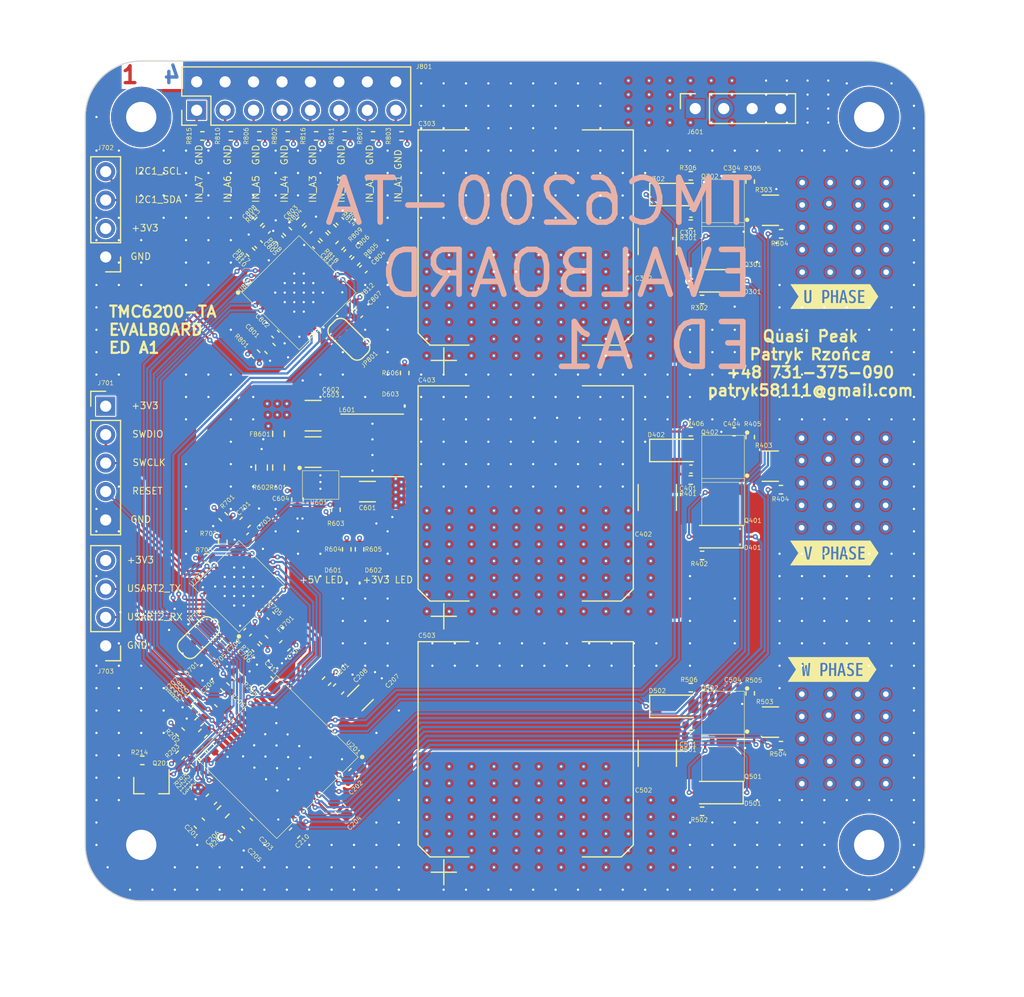
<source format=kicad_pcb>
(kicad_pcb (version 20211014) (generator pcbnew)
  (layers (0 "F.Cu" signal) (1 "In1.Cu" power "GND") (2 "In2.Cu" power "PWR") (31 "B.Cu" signal) (35 "F.Paste" user) (36 "B.SilkS" user "B.Silkscreen") (37 "F.SilkS" user "F.Silkscreen") (38 "B.Mask" user) (39 "F.Mask" user) (44 "Edge.Cuts" user))
  (property "COMPANY" "QUASI PEAK")
  (property "EMAIL" "patryk58111@gmail.com")
  (property "ENGINEER" "Patryk Rzońca")
  (property "PHONE_NUMBER" "+48 731 375 090")
  (property "REVISION" "ED A0")
  (property "SENTENCE" "Zaprojektowane z  pasji, zaprojektowane w Polsce")
  (net 0 "")
  (net 1 "GND")
  (net 2 "+36V")
  (net 3 "Net-(C301-Pad2)")
  (net 4 "Net-(D301-Pad2)")
  (net 5 "Net-(D302-Pad2)")
  (net 6 "Net-(D401-Pad2)")
  (net 7 "Net-(D402-Pad2)")
  (net 8 "Net-(C401-Pad2)")
  (net 9 "Net-(C404-Pad2)")
  (net 10 "Net-(C501-Pad2)")
  (net 11 "Net-(C504-Pad2)")
  (net 12 "Net-(D501-Pad2)")
  (net 13 "Net-(D502-Pad2)")
  (net 14 "Net-(C201-Pad2)")
  (net 15 "Net-(C201-Pad1)")
  (net 16 "Net-(C202-Pad1)")
  (net 17 "Net-(C203-Pad2)")
  (net 18 "Net-(C204-Pad1)")
  (net 19 "Net-(C210-Pad1)")
  (net 20 "Net-(C304-Pad2)")
  (net 21 "/BLDC_MOTOR/U")
  (net 25 "/BLDC_MOTOR/V")
  (net 27 "+3V3")
  (net 28 "VDDA")
  (net 29 "+5V")
  (net 30 "Net-(JP701-Pad2)")
  (net 35 "VDD")
  (net 36 "Net-(D701-Pad2)")
  (net 37 "/BLDC_MOTOR/+12V_INTERNAL")
  (net 38 "/BLDC_MOTOR/+5V_INTERNAL")
  (net 39 "/BLDC_MOTOR/VCC_IO")
  (net 40 "/BLDC_MOTOR/W")
  (net 41 "/BLDC_MOTOR/IC_VOFS_TEST")
  (net 42 "/Microcontroller/I2C1_SDA")
  (net 43 "/Microcontroller/RESET")
  (net 44 "/IO Expander/GPA4")
  (net 45 "/IO Expander/GPA0")
  (net 46 "/IO Expander/GPA5")
  (net 47 "/IO Expander/GPA1")
  (net 48 "/IO Expander/GPA6")
  (net 49 "/IO Expander/GPA2")
  (net 50 "/IO Expander/GPA7")
  (net 51 "/IO Expander/GPA3")
  (net 52 "/BLDC_MOTOR/HSU")
  (net 53 "/BLDC_MOTOR/LSU")
  (net 54 "/BLDC_MOTOR/HSV")
  (net 55 "/BLDC_MOTOR/LSV")
  (net 56 "/BLDC_MOTOR/HSW")
  (net 57 "/BLDC_MOTOR/LSW")
  (net 58 "/Microcontroller/SWDIO")
  (net 59 "/Microcontroller/SWCLK")
  (net 60 "/Microcontroller/USART2_RX")
  (net 61 "/Microcontroller/USART2_TX")
  (net 62 "/IO Expander/IN_A7")
  (net 63 "/IO Expander/IN_A6")
  (net 64 "/IO Expander/IN_A5")
  (net 65 "/IO Expander/IN_A4")
  (net 66 "/IO Expander/IN_A3")
  (net 67 "/IO Expander/IN_A2")
  (net 68 "/IO Expander/IN_A1")
  (net 69 "/IO Expander/IN_A0")
  (net 70 "/BLDC_MOTOR/IC_STD_ALONE")
  (net 71 "/BLDC_MOTOR/IC_SPE_CTRL")
  (net 72 "/BLDC_MOTOR/STAND6")
  (net 73 "/BLDC_MOTOR/STAND5")
  (net 74 "/BLDC_MOTOR/STAND4")
  (net 75 "/BLDC_MOTOR/STAND3")
  (net 76 "/BLDC_MOTOR/STAND2")
  (net 77 "/BLDC_MOTOR/STAND1")
  (net 78 "/BLDC_MOTOR/IC_CLK")
  (net 79 "/BLDC_MOTOR/CONN_U")
  (net 80 "/BLDC_MOTOR/USENSE")
  (net 81 "/BLDC_MOTOR/CONN_V")
  (net 82 "/BLDC_MOTOR/VSENSE")
  (net 83 "/BLDC_MOTOR/CONN_W")
  (net 84 "/BLDC_MOTOR/WSENSE")
  (net 86 "/Microcontroller/RESET_3V3")
  (net 87 "/Microcontroller/HEART_BIT_LED")
  (net 88 "/BLDC_MOTOR/IC_CURU")
  (net 89 "/BLDC_MOTOR/IC_CURV")
  (net 90 "/BLDC_MOTOR/IC_CURW")
  (net 91 "/BLDC_MOTOR/IC_CSN")
  (net 92 "/BLDC_MOTOR/IC_SCK")
  (net 93 "/BLDC_MOTOR/IC_SDI")
  (net 94 "/BLDC_MOTOR/IC_SDO")
  (net 95 "/BLDC_MOTOR/IC_FAULT")
  (net 98 "Net-(C603-Pad1)")
  (net 99 "Net-(D601-Pad2)")
  (net 100 "Net-(D602-Pad2)")
  (net 101 "Net-(D603-Pad2)")
  (net 102 "Net-(JP801-Pad2)")
  (net 103 "Net-(L601-Pad1)")
  (net 104 "Net-(R204-Pad2)")
  (net 105 "Net-(R211-Pad1)")
  (net 106 "Net-(R601-Pad1)")
  (net 109 "unconnected-(U701-Pad16)")
  (net 111 "/BLDC_MOTOR/IC_DRV_EN")
  (net 112 "/IO Expander/EXP_INT_1")
  (net 116 "RESET")
  (net 118 "/IO Expander/EXP_INT_2")
  (net 119 "/Microcontroller/I2C1_SCL")
  (net 120 "/Microcontroller/I2C2")
  (net 121 "/Microcontroller/I2C1")
  (net 122 "/IO Expander/I2C1")
  (net 123 "/IO Expander/I2C2")
  (footprint "Capacitor_SMD:C_0402_1005Metric" (layer "F.Cu") (at 68.06692 134.23392 180)
    (fp_text reference "C301")
    (fp_text value "C")
  )
  (footprint "Diode_SMD:D_SOD-123" (layer "F.Cu") (at 66.62928 178.27244)
    (fp_text reference "D502")
    (fp_text value "D_Schottky")
  )
  (footprint "Capacitor_SMD:C_0603_1608Metric" (layer "F.Cu") (at 37.978754 184.279399 -135)
    (fp_text reference "C202")
    (fp_text value "1u")
  )
  (footprint "Resistor_SMD:R_0402_1005Metric" (layer "F.Cu") (at 24.480087 180.687296 45)
    (fp_text reference "R210")
    (fp_text value "10k")
  )
  (footprint "Resistor_SMD:R_0402_1005Metric" (layer "F.Cu") (at 73.3552 131.41452 -90)
    (fp_text reference "R305")
    (fp_text value "R")
  )
  (footprint "eval_board_tmc6200-ta:DMT68M8LFV-7_PowerDI5060-8" (layer "F.Cu") (at 70.93204 179.0192 180)
    (fp_text reference "Q502")
    (fp_text value "DMT68M8LFV-7")
  )
  (footprint "Resistor_SMD:R_1210_3225Metric" (layer "F.Cu") (at 75.16368 133.97484 180)
    (fp_text reference "R303")
    (fp_text value "R")
  )
  (footprint "eval_board_tmc6200-ta:DMT68M8LFV-7_PowerDI5060-8" (layer "F.Cu") (at 70.93204 182.86984 180)
    (fp_text reference "Q501")
    (fp_text value "DMT68M8LFV-7")
  )
  (footprint "Capacitor_SMD:C_0603_1608Metric" (layer "F.Cu") (at 28.253 161.845 -135)
    (fp_text reference "C701")
    (fp_text value "1u")
  )
  (footprint "Connector_PinHeader_2.54mm:PinHeader_2x08_P2.54mm_Vertical" (layer "F.Cu") (at 23.928 125.045 90)
    (fp_text reference "J801")
    (fp_text value "Conn_02x08_Odd_Even")
  )
  (footprint "Capacitor_SMD:C_1210_3225Metric" (layer "F.Cu") (at 34.321 155.568)
    (fp_text reference "C603")
    (fp_text value "10u")
  )
  (footprint "Resistor_SMD:R_1210_3225Metric" (layer "F.Cu") (at 75.16876 179.6796 180)
    (fp_text reference "R503")
    (fp_text value "R")
  )
  (footprint "MountingHole:MountingHole_2.7mm_M2.5_Pad_TopBottom" (layer "F.Cu") (at 83.978 190.645)
    (fp_text reference "H701" hide)
    (fp_text value "MountingHole_Pad")
  )
  (footprint "Resistor_SMD:R_0402_1005Metric" (layer "F.Cu") (at 34.598 127.335)
    (fp_text reference "R816")
    (fp_text value "10k")
  )
  (footprint "Connector_PinSocket_2.54mm:PinSocket_1x04_P2.54mm_Vertical" (layer "F.Cu") (at 68.453 124.895 90)
    (fp_text reference "J601")
    (fp_text value "Screw_Terminal_01x04")
  )
  (footprint "Capacitor_SMD:C_0603_1608Metric" (layer "F.Cu") (at 32.928 159.795 -90)
    (fp_text reference "C604")
    (fp_text value "2u2")
  )
  (footprint "Resistor_SMD:R_0402_1005Metric" (layer "F.Cu") (at 29.189747 146.82051 -45)
    (fp_text reference "R801")
    (fp_text value "0R")
  )
  (footprint "Capacitor_SMD:C_0603_1608Metric" (layer "F.Cu") (at 27.375688 189.805439 -45)
    (fp_text reference "C205")
    (fp_text value "100n")
  )
  (footprint "Connector_PinHeader_2.54mm:PinHeader_1x05_P2.54mm_Vertical" (layer "F.Cu") (at 15.803 151.47)
    (fp_text reference "J701")
    (fp_text value "Conn_01x05_Female")
  )
  (footprint "Resistor_SMD:R_0402_1005Metric" (layer "F.Cu") (at 19.0754 183.0959)
    (fp_text reference "R214")
    (fp_text value "10k")
  )
  (footprint "Resistor_SMD:R_0402_1005Metric" (layer "F.Cu") (at 68.0466 158.0642)
    (fp_text reference "R401")
    (fp_text value "R")
  )
  (footprint "Resistor_SMD:R_0402_1005Metric" (layer "F.Cu") (at 73.3552 177.1142 -90)
    (fp_text reference "R505")
    (fp_text value "R")
  )
  (footprint "Capacitor_SMD:C_0402_1005Metric" (layer "F.Cu") (at 71.92264 130.90652)
    (fp_text reference "C304")
    (fp_text value "C")
  )
  (footprint "Capacitor_SMD:C_0402_1005Metric" (layer "F.Cu") (at 29.208 173.045 -45)
    (fp_text reference "C706")
    (fp_text value "100n")
  )
  (footprint "Resistor_SMD:R_0402_1005Metric" (layer "F.Cu") (at 37.72924 142.509516 45)
    (fp_text reference "R812")
    (fp_text value "10k")
  )
  (footprint "Resistor_SMD:R_0402_1005Metric" (layer "F.Cu") (at 36.006257 135.63408 -45)
    (fp_text reference "R814")
    (fp_text value "10k")
  )
  (footprint "eval_board_tmc6200-ta:TMC6200-TA_eTQFP47" (layer "F.Cu") (at 31.070887 182.793909 -135)
    (fp_text reference "U201")
    (fp_text value "TMC6200-TA-T")
  )
  (footprint "Capacitor_SMD:C_0402_1005Metric" (layer "F.Cu") (at 31.339352 136.595746 135)
    (fp_text reference "C805")
    (fp_text value "100n")
  )
  (footprint "Capacitor_SMD:C_0603_1608Metric" (layer "F.Cu") (at 26.003901 177.855334 135)
    (fp_text reference "C209")
    (fp_text value "100n")
  )
  (footprint "Resistor_SMD:R_0402_1005Metric" (layer "F.Cu") (at 33.206114 134.983542 -135)
    (fp_text reference "R804")
    (fp_text value "10k")
  )
  (footprint "eval_board_tmc6200-ta:DMT68M8LFV-7_PowerDI5060-8" (layer "F.Cu") (at 70.93204 133.31952 180)
    (fp_text reference "Q302")
    (fp_text value "DMT68M8LFV-7")
  )
  (footprint "Resistor_SMD:R_0402_1005Metric" (layer "F.Cu") (at 27.528 175.545 -45)
    (fp_text reference "R205")
    (fp_text value "10k")
  )
  (footprint "Resistor_SMD:R_0402_1005Metric" (layer "F.Cu") (at 26.303 161.345 135)
    (fp_text reference "R701")
    (fp_text value "0R")
  )
  (footprint "Diode_SMD:D_SOD-123" (layer "F.Cu") (at 70.47992 140.27404 180)
    (fp_text reference "D301")
    (fp_text value "D_Schottky")
  )
  (footprint "Resistor_SMD:R_0402_1005Metric" (layer "F.Cu") (at 32.025245 135.881568 -45)
    (fp_text reference "R808")
    (fp_text value "10k")
  )
  (footprint "Capacitor_SMD:C_0603_1608Metric" (layer "F.Cu") (at 31.798 172.865 45)
    (fp_text reference "C704")
    (fp_text value "1u")
  )
  (footprint "Connector_PinHeader_2.54mm:PinHeader_1x04_P2.54mm_Vertical" (layer "F.Cu") (at 15.803 138.145 180)
    (fp_text reference "J702")
    (fp_text value "Conn_01x04_Female" hide)
  )
  (footprint "Diode_SMD:D_SOD-123" (layer "F.Cu") (at 66.62928 132.56768)
    (fp_text reference "D302")
    (fp_text value "D_Schottky")
  )
  (footprint "Diode_SMD:D_SOD-123" (layer "F.Cu") (at 70.47992 163.12388 180)
    (fp_text reference "D401")
    (fp_text value "D_Schottky")
  )
  (footprint "Diode_SMD:D_SOD-123" (layer "F.Cu") (at 70.47992 185.97372 180)
    (fp_text reference "D501")
    (fp_text value "D_Schottky")
  )
  (footprint "Capacitor_SMD:C_1206_3216Metric" (layer "F.Cu") (at 39.178 159.095 180)
    (fp_text reference "C601")
    (fp_text value "10u")
  )
  (footprint "Resistor_SMD:R_0402_1005Metric" (layer "F.Cu") (at 76.11618 136.075 180)
    (fp_text reference "R304")
    (fp_text value "R")
  )
  (footprint "Capacitor_SMD:C_0402_1005Metric" (layer "F.Cu") (at 36.720434 134.948187 135)
    (fp_text reference "C809")
    (fp_text value "100n")
  )
  (footprint "Capacitor_SMD:CP_Elec_18x17.5" (layer "F.Cu") (at 53.308 159.2575 90)
    (fp_text reference "C403")
    (fp_text value "750u")
  )
  (footprint "Capacitor_SMD:C_0402_1005Metric" (layer "F.Cu") (at 29.458448 137.02001 135)
    (fp_text reference "C810")
    (fp_text value "100n")
  )
  (footprint "eval_board_tmc6200-ta:MAX15062AATA+T_TDFN-8" (layer "F.Cu") (at 34.996 158.505)
    (fp_text reference "U601")
    (fp_text value "MAX15062AATA+T")
  )
  (footprint "Resistor_SMD:R_0603_1608Metric" (layer "F.Cu") (at 31.238 153.935 90)
    (fp_text reference "FB601")
    (fp_text value "Ferrite_Bead")
  )
  (footprint "Capacitor_SMD:C_1812_4532Metric" (layer "F.Cu") (at 65.05956 182.4736 -90)
    (fp_text reference "C502")
    (fp_text value "3u3")
  )
  (footprint "Capacitor_SMD:C_0402_1005Metric" (layer "F.Cu") (at 68.06692 179.9336 180)
    (fp_text reference "C501")
    (fp_text value "C")
  )
  (footprint "Resistor_SMD:R_0402_1005Metric" (layer "F.Cu") (at 26.978 127.335)
    (fp_text reference "R810")
    (fp_text value "10k")
  )
  (footprint "Resistor_SMD:R_0402_1005Metric" (layer "F.Cu") (at 35.528 176.02 45)
    (fp_text reference "R201")
    (fp_text value "0R")
  )
  (footprint "Capacitor_SMD:C_0402_1005Metric" (layer "F.Cu") (at 28.728 163.12 45)
    (fp_text reference "C703")
    (fp_text value "100n")
  )
  (footprint "Resistor_SMD:R_0402_1005Metric" (layer "F.Cu") (at 68.04968 153.745 180)
    (fp_text reference "R406")
    (fp_text value "R")
  )
  (footprint "Resistor_SMD:R_0402_1005Metric" (layer "F.Cu") (at 76.1005 158.925 180)
    (fp_text reference "R404")
    (fp_text value "R")
  )
  (footprint "Jumper:SolderJumper-3_P1.3mm_Bridged12_RoundedPad1.0x1.5mm_NumberLabels" (layer "F.Cu") (at 37.519465 145.491149 -45)
    (fp_text reference "JP801")
    (fp_text value "SolderJumper_3_Bridged12")
  )
  (footprint "Resistor_SMD:R_0402_1005Metric" (layer "F.Cu") (at 26.459985 176.543651 -45)
    (fp_text reference "R206")
    (fp_text value "10k")
  )
  (footprint "MountingHole:MountingHole_2.7mm_M2.5_Pad_TopBottom" (layer "F.Cu") (at 83.978 125.645)
    (fp_text reference "H703" hide)
    (fp_text value "MountingHole_Pad")
  )
  (footprint "Capacitor_SMD:C_0402_1005Metric" (layer "F.Cu") (at 68.06692 157.08376 180)
    (fp_text reference "C401")
    (fp_text value "C")
  )
  (footprint "Resistor_SMD:R_0402_1005Metric" (layer "F.Cu") (at 26.258 163.575 90)
    (fp_text reference "R702")
    (fp_text value "10k")
  )
  (footprint "Capacitor_SMD:C_0603_1608Metric" (layer "F.Cu") (at 32.671918 189.586235 45)
    (fp_text reference "C210")
    (fp_text value "1u")
  )
  (footprint "Capacitor_SMD:C_0603_1608Metric" (layer "F.Cu") (at 28.450491 188.730636 -45)
    (fp_text reference "C203")
    (fp_text value "100n")
  )
  (footprint "Resistor_SMD:R_0402_1005Metric" (layer "F.Cu") (at 69.0626 141.94536)
    (fp_text reference "R302")
    (fp_text value "R")
  )
  (footprint "Resistor_SMD:R_0402_1005Metric" (layer "F.Cu") (at 69.0626 164.7952)
    (fp_text reference "R402")
    (fp_text value "R")
  )
  (footprint "Inductor_SMD:L_Coilcraft_XAL5030" (layer "F.Cu") (at 39.603 154.97)
    (fp_text reference "L601")
    (fp_text value "33u")
  )
  (footprint "Capacitor_SMD:C_0402_1005Metric" (layer "F.Cu") (at 34.613256 137.055365 135)
    (fp_text reference "C811")
    (fp_text value "100n")
  )
  (footprint "Resistor_SMD:R_0402_1005Metric" (layer "F.Cu") (at 42.218 127.335)
    (fp_text reference "R803")
    (fp_text value "10k")
  )
  (footprint "Capacitor_SMD:C_0402_1005Metric" (layer "F.Cu") (at 30.158484 135.69772 45)
    (fp_text reference "C808")
    (fp_text value "100n")
  )
  (footprint "Capacitor_SMD:C_0402_1005Metric" (layer "F.Cu") (at 30.959872 145.033887 -45)
    (fp_text reference "C802")
    (fp_text value "100n")
  )
  (footprint "Resistor_SMD:R_0402_1005Metric" (layer "F.Cu") (at 29.518 127.335)
    (fp_text reference "R806")
    (fp_text value "10k")
  )
  (footprint "Resistor_SMD:R_0402_1005Metric" (layer "F.Cu") (at 23.879046 178.53062 45)
    (fp_text reference "R208")
    (fp_text value "10k")
  )
  (footprint "Resistor_SMD:R_0402_1005Metric" (layer "F.Cu") (at 32.058 127.335)
    (fp_text reference "R802")
    (fp_text value "10k")
  )
  (footprint "Resistor_SMD:R_0402_1005Metric" (layer "F.Cu") (at 24.808 165.025 180)
    (fp_text reference "R703")
    (fp_text value "10k")
  )
  (footprint "Resistor_SMD:R_0402_1005Metric" (layer "F.Cu") (at 35.29915 136.341187 -45)
    (fp_text reference "R818")
    (fp_text value "10k")
  )
  (footprint "Resistor_SMD:R_0402_1005Metric" (layer "F.Cu") (at 24.438 127.335)
    (fp_text reference "R815")
    (fp_text value "10k")
  )
  (footprint "eval_board_tmc6200-ta:DMT68M8LFV-7_PowerDI5060-8" (layer "F.Cu") (at 70.93204 156.17096 180)
    (fp_text reference "Q402")
    (fp_text value "DMT68M8LFV-7")
  )
  (footprint "Capacitor_SMD:C_0402_1005Metric" (layer "F.Cu") (at 37.413399 137.833182 45)
    (fp_text reference "C806")
    (fp_text value "100n")
  )
  (footprint "MountingHole:MountingHole_2.7mm_M2.5_Pad_TopBottom" (layer "F.Cu") (at 18.978 125.645)
    (fp_text reference "H704" hide)
    (fp_text value "MountingHole_Pad")
  )
  (footprint "Capacitor_SMD:C_0603_1608Metric" (layer "F.Cu") (at 24.165424 188.709423 135)
    (fp_text reference "C201")
    (fp_text value "22n")
  )
  (footprint "Resistor_SMD:R_0402_1005Metric" (layer "F.Cu") (at 42.503 148.505 90)
    (fp_text reference "R606")
    (fp_text value "1k8")
  )
  (footprint "Diode_SMD:D_0402_1005Metric" (layer "F.Cu") (at 42.503 150.43 90)
    (fp_text reference "D603")
    (fp_text value "LED")
  )
  (footprint "Capacitor_SMD:C_0402_1005Metric" (layer "F.Cu") (at 30.548 170.185 -45)
    (fp_text reference "C705")
    (fp_text value "100n")
  )
  (footprint "Capacitor_SMD:C_0402_1005Metric" (layer "F.Cu") (at 71.92264 176.6062)
    (fp_text reference "C504")
    (fp_text value "C")
  )
  (footprint "Diode_SMD:D_0402_1005Metric" (layer "F.Cu") (at 25.07619 173.895472 45)
    (fp_text reference "D701")
    (fp_text value "LED")
  )
  (footprint "Capacitor_SMD:C_0603_1608Metric" (layer "F.Cu") (at 36.763097 187.425459 -45)
    (fp_text reference "C204")
    (fp_text value "1u")
  )
  (footprint "Diode_SMD:D_SOD-123" (layer "F.Cu") (at 66.6284 155.42)
    (fp_text reference "D402")
    (fp_text value "D_Schottky")
  )
  (footprint "Resistor_SMD:R_0402_1005Metric" (layer "F.Cu") (at 73.3552 154.2288 -90)
    (fp_text reference "R405")
    (fp_text value "R")
  )
  (footprint "Connector_PinHeader_2.54mm:PinHeader_1x04_P2.54mm_Vertical" (layer "F.Cu") (at 15.803 172.87 180)
    (fp_text reference "J703")
    (fp_text value "Conn_01x04_Female")
  )
  (footprint "Capacitor_SMD:CP_Elec_18x17.5" (layer "F.Cu") (at 53.308 136.4075 90)
    (fp_text reference "C303")
    (fp_text value "750u")
  )
  (footprint "Resistor_SMD:R_0402_1005Metric" (layer "F.Cu") (at 26.405552 172.566111 45)
    (fp_text reference "R705")
    (fp_text value "60R4")
  )
  (footprint "Capacitor_SMD:C_0603_1608Metric" (layer "F.Cu") (at 30.476682 146.318464 135)
    (fp_text reference "C801")
    (fp_text value "1u")
  )
  (footprint "eval_board_tmc6200-ta:MCP23017T-EML_QFN-28" (layer "F.Cu") (at 33.068228 141.327469 45)
    (fp_text reference "U801")
    (fp_text value "MCP23017T-E_ML")
  )
  (footprint "Resistor_SMD:R_0402_1005Metric" (layer "F.Cu") (at 36.358 160.715 -90)
    (fp_text reference "R603")
    (fp_text value "10k")
  )
  (footprint "FZ6N_GATEWAY:STM32L031K6U3TR_UFQFPN32" (layer "F.Cu") (at 27.703 167.57 135)
    (fp_text reference "U701")
    (fp_text value "STM32L031K6U3TR")
  )
  (footprint "Resistor_SMD:R_0402_1005Metric" (layer "F.Cu") (at 24.480087 182.660125 -45)
    (fp_text reference "R211")
    (fp_text value "0R")
  )
  (footprint "Resistor_SMD:R_0402_1005Metric" (layer "F.Cu") (at 22.453 180.57 135)
    (fp_text reference "R202")
    (fp_text value "0R")
  )
  (footprint "Resistor_SMD:R_0402_1005Metric" (layer "F.Cu") (at 68.0466 180.91912)
    (fp_text reference "R501")
    (fp_text value "R")
  )
  (footprint "Resistor_SMD:R_0402_1005Metric" (layer "F.Cu") (at 25.169516 181.970696 135)
    (fp_text reference "R212")
    (fp_text value "10k")
  )
  (footprint "Resistor_SMD:R_0402_1005Metric" (layer "F.Cu") (at 37.138 127.335)
    (fp_text reference "R811")
    (fp_text value "10k")
  )
  (footprint "Capacitor_SMD:C_1210_3225Metric" (layer "F.Cu") (at 34.323 152.315)
    (fp_text reference "C602")
    (fp_text value "10u")
  )
  (footprint "Diode_SMD:D_0402_1005Metric" (layer "F.Cu") (at 38.478 166.12 90)
    (fp_text reference "D602")
    (fp_text value "LED")
  )
  (footprint "Resistor_SMD:R_0402_1005Metric" (layer "F.Cu") (at 29.47259 134.983542 -135)
    (fp_text reference "R813")
    (fp_text value "10k")
  )
  (footprint "Capacitor_SMD:C_0402_1005Metric" (layer "F.Cu") (at 38.408062 143.230765 45)
    (fp_text reference "C807")
    (fp_text value "100n")
  )
  (footprint "Capacitor_SMD:C_0603_1608Metric" (layer "F.Cu") (at 30.293069 176.076395 135)
    (fp_text reference "C211")
    (fp_text value "100n")
  )
  (footprint "Capacitor_SMD:C_1812_4532Metric" (layer "F.Cu") (at 65.05956 136.76884 -90)
    (fp_text reference "C302")
    (fp_text value "3u3")
  )
  (footprint "Capacitor_SMD:C_1812_4532Metric" (layer "F.Cu") (at 65.05956 159.62376 -90)
    (fp_text reference "C402")
    (fp_text value "3u3")
  )
  (footprint "Inductor_SMD:L_0402_1005Metric" (layer "F.Cu") (at 30.608 171.635 -45)
    (fp_text reference "FB701")
    (fp_text value "Ferrite_Bead")
  )
  (footprint "Resistor_SMD:R_0603_1608Metric" (layer "F.Cu") (at 31.238 156.95 90)
    (fp_text reference "R601")
    (fp_text value "1M")
  )
  (footprint "Resistor_SMD:R_0402_1005Metric" (layer "F.Cu") (at 69.0626 187.64504)
    (fp_text reference "R502")
    (fp_text value "R")
  )
  (footprint "Capacitor_SMD:C_0402_1005Metric" (layer "F.Cu") (at 38.813471 139.233254 45)
    (fp_text reference "C804")
    (fp_text value "100n")
  )
  (footprint "Capacitor_SMD:C_0402_1005Metric" (layer "F.Cu") (at 71.9201 153.7589)
    (fp_text reference "C404")
    (fp_text value "C")
  )
  (footprint "Capacitor_SMD:C_0603_1608Metric" (layer "F.Cu") (at 36.603 176.72 45)
    (fp_text reference "C208")
    (fp_text value "2u2")
  )
  (footprint "Resistor_SMD:R_0402_1005Metric" (layer "F.Cu") (at 23.790657 183.349554 135)
    (fp_text reference "R213")
    (fp_text value "10k")
  )
  (footprint "Capacitor_SMD:C_0603_1608Metric" (layer "F.Cu") (at 25.243761 186.570425 -135)
    (fp_text reference "C206")
    (fp_text value "100n")
  )
  (footprint "Capacitor_SMD:CP_Elec_18x17.5" (layer "F.Cu") (at 53.308 182.1075 90)
    (fp_text reference "C503")
    (fp_text value "750u")
  )
  (footprint "Resistor_SMD:R_0402_1005Metric" (layer "F.Cu") (at 37.328 164.25 90)
    (fp_text reference "R604")
    (fp_text value "150R")
  )
  (footprint "Resistor_SMD:R_0402_1005Metric" (layer "F.Cu") (at 68.04928 130.89636 180)
    (fp_text reference "R306")
    (fp_text value "R")
  )
  (footprint "Resistor_SMD:R_0402_1005Metric" (layer "F.Cu") (at 36.727506 137.119005 -135)
    (fp_text reference "R809")
    (fp_text value "10k")
  )
  (footprint "MountingHole:MountingHole_2.7mm_M2.5_Pad_TopBottom" (layer "F.Cu") (at 18.978 190.645)
    (fp_text reference "H702" hide)
    (fp_text value "MountingHole_Pad")
  )
  (footprint "Resistor_SMD:R_0402_1005Metric" (layer "F.Cu") (at 28.74427 137.705903 -45)
    (fp_text reference "R817")
    (fp_text value "10k")
  )
  (footprint "Capacitor_SMD:C_0402_1005Metric" (layer "F.Cu") (at 28.478 171.645 -135)
    (fp_text reference "C702")
    (fp_text value "100n")
  )
  (footprint "Resistor_SMD:R_0402_1005Metric" (layer "F.Cu") (at 29.898 172.335 -45)
    (fp_text reference "R704")
    (fp_text value "10k")
  )
  (footprint "Capacitor_SMD:C_1206_3216Metric" (layer "F.Cu") (at 38.553 177.52 45)
    (fp_text reference "C207")
    (fp_text value "10u")
  )
  (footprint "Resistor_SMD:R_0402_1005Metric" (layer "F.Cu") (at 39.678 127.335)
    (fp_text reference "R807")
    (fp_text value "10k")
  )
  (footprint "Resistor_SMD:R_0603_1608Metric" (layer "F.Cu") (at 26.286744 187.684118 45)
    (fp_text reference "R204")
    (fp_text value "0R")
  )
  (footprint "Resistor_SMD:R_0402_1005Metric" (layer "F.Cu") (at 38.127577 138.519076 -135)
    (fp_text reference "R805")
    (fp_text value "10k")
  )
  (footprint "eval_board_tmc6200-ta:DMT68M8LFV-7_PowerDI5060-8" (layer "F.Cu") (at 70.93204 137.17016 180)
    (fp_text reference "Q301")
    (fp_text value "DMT68M8LFV-7")
  )
  (footprint "Resistor_SMD:R_0402_1005Metric" (layer "F.Cu") (at 22.453 182.62 -135)
    (fp_text reference "R203")
    (fp_text value "0R")
  )
  (footprint "Resistor_SMD:R_0402_1005Metric" (layer "F.Cu") (at 24.144211 179.644314 45)
    (fp_text reference "R209")
    (fp_text value "10k")
  )
  (footprint "Resistor_SMD:R_0402_1005Metric" (layer "F.Cu") (at 38.478 164.25 90)
    (fp_text reference "R605")
    (fp_text value "60R4")
  )
  (footprint "Resistor_SMD:R_0603_1608Metric" (layer "F.Cu") (at 29.718 156.95 -90)
    (fp_text reference "R602")
    (fp_text value "47k5")
  )
  (footprint "Capacitor_SMD:C_0402_1005Metric" (layer "F.Cu") (at 33.892007 135.69772 45)
    (fp_text reference "C803")
    (fp_text value "100n")
  )
  (footprint "Resistor_SMD:R_0402_1005Metric" (layer "F.Cu") (at 68.05168 176.60112 180)
    (fp_text reference "R506")
    (fp_text value "R")
  )
  (footprint "Resistor_SMD:R_1210_3225Metric" (layer "F.Cu") (at 75.148 156.825 180)
    (fp_text reference "R403")
    (fp_text value "R")
  )
  (footprint "Jumper:SolderJumper-3_P1.3mm_Bridged12_RoundedPad1.0x1.5mm_NumberLabels" (layer "F.Cu") (at 24.088 172.135 45)
    (fp_text reference "JP701")
    (fp_text value "SolderJumper_3_Bridged12")
  )
  (footprint "Diode_SMD:D_0402_1005Metric" (layer "F.Cu") (at 37.328 166.12 90)
    (fp_text reference "D601")
    (fp_text value "LED")
  )
  (footprint "Resistor_SMD:R_0402_1005Metric" (layer "F.Cu") (at 76.1055 181.785 180)
    (fp_text reference "R504")
    (fp_text value "R")
  )
  (footprint "eval_board_tmc6200-ta:DMT68M8LFV-7_PowerDI5060-8" (layer "F.Cu") (at 70.93204 160.02 180)
    (fp_text reference "Q401")
    (fp_text value "DMT68M8LFV-7")
  )
  (footprint "Resistor_SMD:R_0402_1005Metric" (layer "F.Cu") (at 68.0466 135.21944)
    (fp_text reference "R301")
    (fp_text value "R")
  )
  (footprint "Resistor_SMD:R_0402_1005Metric" (layer "F.Cu") (at 23.507815 177.522993 45)
    (fp_text reference "R207")
    (fp_text value "10k")
  )
  (footprint "Package_TO_SOT_SMD:SOT-23" (layer "F.Cu") (at 19.8882 185.3184 -90)
    (fp_text reference "Q201")
    (fp_text value "2N7002")
  )
  (footprint "kibuzzard-623F17D6" (layer "F.Cu") (at 80.86876 164.5796)
    (fp_text reference "kibuzzard-623F17D6" hide)
    (fp_text value "G***" hide)
  )
  (footprint "kibuzzard-623F17B5" (layer "F.Cu") (at 80.86876 141.6796)
    (fp_text reference "kibuzzard-623F17B5" hide)
    (fp_text value "G***" hide)
  )
  (footprint "kibuzzard-623F17E7" (layer "F.Cu") (at 80.66876 174.9796)
    (fp_text reference "kibuzzard-623F17E7" hide)
    (fp_text value "G***" hide)
  )
  (gr_arc (start 18.978 195.645) (mid 15.442466 194.180534) (end 13.978 190.645) (layer "Edge.Cuts") (width 0.1))
  (gr_arc (start 88.978 190.645) (mid 87.513534 194.180534) (end 83.978 195.645) (layer "Edge.Cuts") (width 0.1))
  (gr_arc (start 13.978 125.645) (mid 15.442466 122.109466) (end 18.978 120.645) (layer "Edge.Cuts") (width 0.1))
  (gr_arc (start 83.978 120.645) (mid 87.513534 122.109466) (end 88.978 125.645) (layer "Edge.Cuts") (width 0.1))
  (gr_line (start 18.978 120.645) (end 83.978 120.645) (layer "Edge.Cuts") (width 0.1))
  (gr_line (start 13.978 190.645) (end 13.978 125.645) (layer "Edge.Cuts") (width 0.1))
  (gr_line (start 83.978 195.645) (end 18.978 195.645) (layer "Edge.Cuts") (width 0.1))
  (gr_line (start 88.978 125.645) (end 88.978 190.645) (layer "Edge.Cuts") (width 0.1))
  (gr_text "1" (at 17.978 121.895) (layer "F.Cu") (effects (font (size 1.5 1.5) (thickness 0.3))))
  (gr_text "4" (at 21.728 121.895) (layer "B.Cu") (effects (font (size 1.5 1.5) (thickness 0.3)) (justify mirror)))
  (gr_text "TMC6200-TA\nEVALBOARD\nED A1" (at 73.978 139.645) (layer "B.SilkS") (effects (font (size 4 4) (thickness 0.5)) (justify left mirror)))
  (gr_text "IN_A7  GND" (at 24.138 130.714048 90) (layer "F.SilkS") (effects (font (size 0.6 0.6) (thickness 0.08))))
  (gr_text "IN_A1 GND" (at 41.918 130.904524 90) (layer "F.SilkS") (effects (font (size 0.6 0.6) (thickness 0.08))))
  (gr_text "I2C1_SCL" (at 20.478 130.476) (layer "F.SilkS") (effects (font (size 0.6 0.6) (thickness 0.08))))
  (gr_text "GND" (at 18.935142 138.096) (layer "F.SilkS") (effects (font (size 0.6 0.6) (thickness 0.08))))
  (gr_text "SWCLK" (at 19.678 156.501) (layer "F.SilkS") (effects (font (size 0.6 0.6) (thickness 0.08))))
  (gr_text "+3V3" (at 19.316095 151.421) (layer "F.SilkS") (effects (font (size 0.6 0.6) (thickness 0.08))))
  (gr_text "SWDIO" (at 19.563714 153.961) (layer "F.SilkS") (effects (font (size 0.6 0.6) (thickness 0.08))))
  (gr_text "GND" (at 18.935142 161.581) (layer "F.SilkS") (effects (font (size 0.6 0.6) (thickness 0.08))))
  (gr_text "RESET" (at 19.525619 159.041) (layer "F.SilkS") (effects (font (size 0.6 0.6) (thickness 0.08))))
  (gr_text "USART2_TX" (at 20.12038 167.741) (layer "F.SilkS") (effects (font (size 0.6 0.6) (thickness 0.08))))
  (gr_text "+3V3" (at 18.906095 165.201) (layer "F.SilkS") (effects (font (size 0.6 0.6) (thickness 0.08))))
  (gr_text "USART2_RX" (at 20.191809 170.281) (layer "F.SilkS") (effects (font (size 0.6 0.6) (thickness 0.08))))
  (gr_text "GND" (at 18.62038 172.821) (layer "F.SilkS") (effects (font (size 0.6 0.6) (thickness 0.08))))
  (gr_text "+5V LED" (at 33.053 166.97) (layer "F.SilkS") (effects (font (size 0.6 0.6) (thickness 0.08)) (justify left)))
  (gr_text "IN_A6  GND" (at 26.678 130.714048 90) (layer "F.SilkS") (effects (font (size 0.6 0.6) (thickness 0.08))))
  (gr_text "+3V3" (at 19.316095 135.556) (layer "F.SilkS") (effects (font (size 0.6 0.6) (thickness 0.08))))
  (gr_text "IN_A2  GND" (at 39.378 130.714048 90) (layer "F.SilkS") (effects (font (size 0.6 0.6) (thickness 0.08))))
  (gr_text "TMC6200-TA\nEVALBOARD\nED A1" (at 15.978 144.645) (layer "F.SilkS") (effects (font (size 1 1) (thickness 0.2)) (justify left)))
  (gr_text "+3V3 LED" (at 38.703 166.97) (layer "F.SilkS") (effects (font (size 0.6 0.6) (thickness 0.08)) (justify left)))
  (gr_text "IN_A3  GND" (at 34.298 130.714048 90) (layer "F.SilkS") (effects (font (size 0.6 0.6) (thickness 0.08))))
  (gr_text "IN_A4  GND" (at 31.758 130.714048 90) (layer "F.SilkS") (effects (font (size 0.6 0.6) (thickness 0.08))))
  (gr_text "Quasi Peak\nPatryk Rzońca\n+48 731-375-090\npatryk58111@gmail.com" (at 78.728 147.645) (layer "F.SilkS") (effects (font (size 1 1) (thickness 0.2))))
  (gr_text "I2C1_SDA" (at 20.497047 133.016) (layer "F.SilkS") (effects (font (size 0.6 0.6) (thickness 0.08))))
  (gr_text "IN_A3  GND" (at 36.838 130.714048 90) (layer "F.SilkS") (effects (font (size 0.6 0.6) (thickness 0.08))))
  (gr_text "IN_A5  GND" (at 29.218 130.714048 90) (layer "F.SilkS") (effects (font (size 0.6 0.6) (thickness 0.08))))
  (segment (start 29.547411 173.384411) (end 29.186822 173.745) (width 0.2) (layer "F.Cu") (net 1))
  (segment (start 37.002646 144.16949) (end 37.002646 143.419646) (width 0.2) (layer "F.Cu") (net 1))
  (segment (start 36.600226 144.57191) (end 37.002646 144.16949) (width 0.2) (layer "F.Cu") (net 1))
  (segment (start 35.946 158.255) (end 36.863 158.255) (width 0.3) (layer "F.Cu") (net 1))
  (segment (start 31.071877 181.734239) (end 31.071877 182.794899) (width 0.2) (layer "F.Cu") (net 1))
  (segment (start 36.080004 143.420006) (end 36.478 143.420006) (width 0.2) (layer "F.Cu") (net 1))
  (segment (start 35.543102 142.883104) (end 36.080004 143.420006) (width 0.2) (layer "F.Cu") (net 1))
  (segment (start 37.328 166.605) (end 37.328 167.12) (width 0.2) (layer "F.Cu") (net 1))
  (segment (start 31.972212 144.261962) (end 31.299283 144.934891) (width 0.2) (layer "F.Cu") (net 1))
  (segment (start 33.987467 141.327469) (end 33.068228 141.327469) (width 0.2) (layer "F.Cu") (net 1))
  (segment (start 35.543102 142.883104) (end 33.987467 141.327469) (width 0.2) (layer "F.Cu") (net 1))
  (segment (start 34.906705 141.327469) (end 36.002721 142.423485) (width 0.2) (layer "F.Cu") (net 1))
  (segment (start 58.9655 129.6575) (end 53.308 129.6575) (width 0.2) (layer "F.Cu") (net 1))
  (segment (start 64.033 134.725) (end 61.9655 132.6575) (width 0.2) (layer "F.Cu") (net 1))
  (segment (start 28.694773 136.256334) (end 28.694773 136.242192) (width 0.2) (layer "F.Cu") (net 1))
  (segment (start 29.119037 136.680598) (end 28.694773 136.256334) (width 0.2) (layer "F.Cu") (net 1))
  (segment (start 30.766595 136.022989) (end 30.766595 135.810857) (width 0.2) (layer "F.Cu") (net 1))
  (segment (start 30.999941 136.256334) (end 30.766595 136.022989) (width 0.2) (layer "F.Cu") (net 1))
  (segment (start 31.070887 181.733248) (end 33.510405 179.29373) (width 0.2) (layer "F.Cu") (net 1))
  (segment (start 58.1155 152.5075) (end 56.1155 152.5075) (width 0.2) (layer "F.Cu") (net 1))
  (segment (start 38.478 166.605) (end 38.478 167.12) (width 0.2) (layer "F.Cu") (net 1))
  (segment (start 23.168761 173.054239) (end 22.665502 173.557498) (width 0.2) (layer "F.Cu") (net 1))
  (segment (start 33.068228 141.327469) (end 34.906705 141.327469) (width 0.2) (layer "F.Cu") (net 1))
  (segment (start 24.119463 181.04792) (end 24.11741 181.04792) (width 0.2) (layer "F.Cu") (net 1))
  (segment (start 35.330998 158.255) (end 35.946 158.255) (width 0.3) (layer "F.Cu") (net 1))
  (segment (start 34.998 157.922002) (end 35.330998 158.255) (width 0.3) (layer "F.Cu") (net 1))
  (segment (start 36.863 158.255) (end 37.703 159.095) (width 0.3) (layer "F.Cu") (net 1))
  (segment (start 27.167376 175.184376) (end 26.828 174.845) (width 0.2) (layer "F.Cu") (net 1))
  (segment (start 26.828 174.845) (end 26.703 174.845) (width 0.2) (layer "F.Cu") (net 1))
  (segment (start 26.703 174.845) (end 26.678 174.87) (width 0.2) (layer "F.Cu") (net 1))
  (segment (start 30.887411 170.529411) (end 31.228 170.87) (width 0.2) (layer "F.Cu") (net 1))
  (segment (start 30.887411 170.524411) (end 30.887411 170.529411) (width 0.2) (layer "F.Cu") (net 1))
  (segment (start 36.496516 142.91728) (end 36.501231 142.91728) (width 0.2) (layer "F.Cu") (net 1))
  (segment (start 71.44264 130.90652) (end 70.7898 130.90652) (width 0.2) (layer "F.Cu") (net 1))
  (segment (start 70.7898 130.90652) (end 70.78472 130.9116) (width 0.2) (layer "F.Cu") (net 1))
  (segment (start 71.4401 153.7589) (end 70.7771 153.7589) (width 0.2) (layer "F.Cu") (net 1))
  (segment (start 59.9655 130.6575) (end 58.9655 129.6575) (width 0.2) (layer "F.Cu") (net 1))
  (segment (start 61.9655 132.6575) (end 59.9655 130.6575) (width 0.2) (layer "F.Cu") (net 1))
  (segment (start 26.141787 176.225453) (end 25.791769 175.875435) (width 0.2) (layer "F.Cu") (net 1))
  (segment (start 29.718 156.125) (end 29.718 155.305) (width 0.2) (layer "F.Cu") (net 1))
  (segment (start 28.138589 171.984411) (end 27.803 172.32) (width 0.2) (layer "F.Cu") (net 1))
  (segment (start 29.186822 173.745) (end 29.178 173.745) (width 0.2) (layer "F.Cu") (net 1))
  (segment (start 24.740315 174.231348) (end 24.390297 174.581365) (width 0.2) (layer "F.Cu") (net 1))
  (segment (start 42.503 150.905) (end 42.503 151.4) (width 0.2) (layer "F.Cu") (net 1))
  (segment (start 35.330998 159.255) (end 35.946 159.255) (width 0.3) (layer "F.Cu") (net 1))
  (segment (start 34.998 158.922002) (end 35.330998 159.255) (width 0.3) (layer "F.Cu") (net 1))
  (segment (start 34.998 157.922002) (end 34.998 158.922002) (width 0.3) (layer "F.Cu") (net 1))
  (segment (start 54.1155 152.5075) (end 53.308 152.5075) (width 0.2) (layer "F.Cu") (net 1))
  (segment (start 31.070887 182.793909) (end 31.070887 181.733248) (width 0.2) (layer "F.Cu") (net 1))
  (segment (start 56.1155 152.5075) (end 54.1155 152.5075) (width 0.2) (layer "F.Cu") (net 1))
  (segment (start 37.75281 137.493771) (end 37.978 137.268581) (width 0.2) (layer "F.Cu") (net 1))
  (segment (start 39.152882 138.893843) (end 39.378 138.668725) (width 0.2) (layer "F.Cu") (net 1))
  (segment (start 39.378 138.668725) (end 39.378 138.195) (width 0.2) (layer "F.Cu") (net 1))
  (segment (start 25.86485 182.66603) (end 25.86485 182.68185) (width 0.2) (layer "F.Cu") (net 1))
  (segment (start 25.53014 182.33132) (end 25.86485 182.66603) (width 0.2) (layer "F.Cu") (net 1))
  (segment (start 71.25704 131.82452) (end 71.90704 131.82452) (width 0.2) (layer "F.Cu") (net 1))
  (segment (start 70.60704 131.82452) (end 71.25704 131.82452) (width 0.2) (layer "F.Cu") (net 1))
  (segment (start 71.25704 177.5242) (end 71.90704 177.5242) (width 0.2) (layer "F.Cu") (net 1))
  (segment (start 70.60704 177.5242) (end 71.25704 177.5242) (width 0.2) (layer "F.Cu") (net 1))
  (segment (start 33.068228 143.165946) (end 33.068228 141.327469) (width 0.2) (layer "F.Cu") (net 1))
  (segment (start 31.972212 144.261962) (end 33.068228 143.165946) (width 0.2) (layer "F.Cu") (net 1))
  (segment (start 31.299283 144.934891) (end 31.299283 145.373298) (width 0.2) (layer "F.Cu") (net 1))
  (segment (start 36.002721 142.423485) (end 36.496516 142.91728) (width 0.2) (layer "F.Cu") (net 1))
  (segment (start 29.718 155.305) (end 29.728 155.295) (width 0.2) (layer "F.Cu") (net 1))
  (segment (start 64.033 180.425) (end 58.9655 175.3575) (width 0.2) (layer "F.Cu") (net 1))
  (segment (start 58.9655 175.3575) (end 53.308 175.3575) (width 0.2) (layer "F.Cu") (net 1))
  (segment (start 23.826012 179.962512) (end 23.475994 180.31253) (width 0.2) (layer "F.Cu") (net 1))
  (segment (start 33.528 137.0711) (end 33.918699 137.0711) (width 0.2) (layer "F.Cu") (net 1))
  (segment (start 32.928 160.57) (end 32.928 161.4982) (width 0.2) (layer "F.Cu") (net 1))
  (segment (start 35.059 155.568) (end 34.998 155.629) (width 0.3) (layer "F.Cu") (net 1))
  (segment (start 24.119463 181.04792) (end 23.729043 180.6575) (width 0.2) (layer "F.Cu") (net 1))
  (segment (start 34.582098 135.00763) (end 34.582098 134.5438) (width 0.2) (layer "F.Cu") (net 1))
  (segment (start 23.475994 180.31253) (end 23.475994 180.536894) (width 0.2) (layer "F.Cu") (net 1))
  (segment (start 33.918699 137.0711) (end 34.273845 136.715954) (width 0.2) (layer "F.Cu") (net 1))
  (segment (start 18.669 183.642) (end 18.796 183.642) (width 0.2) (layer "F.Cu") (net 1))
  (segment (start 31.299283 145.373298) (end 31.555444 145.629458) (width 0.2) (layer "F.Cu") (net 1))
  (segment (start 18.5654 183.0959) (end 18.5654 183.5384) (width 0.2) (layer "F.Cu") (net 1))
  (segment (start 29.067411 162.780589) (end 29.464 162.384) (width 0.2) (layer "F.Cu") (net 1))
  (segment (start 23.047566 179.3621) (end 23.037798 179.3621) (width 0.2) (layer "F.Cu") (net 1))
  (segment (start 23.560847 178.848819) (end 23.047566 179.3621) (width 0.2) (layer "F.Cu") (net 1))
  (segment (start 24.695753 187.118433) (end 24.14032 186.563) (width 0.2) (layer "F.Cu") (net 1))
  (segment (start 28.321 190.750751) (end 27.923696 190.353447) (width 0.2) (layer "F.Cu") (net 1))
  (segment (start 23.729043 180.6575) (end 23.5966 180.6575) (width 0.2) (layer "F.Cu") (net 1))
  (segment (start 30.766595 135.627009) (end 30.497895 135.358309) (width 0.2) (layer "F.Cu") (net 1))
  (segment (start 30.497895 135.358309) (end 30.503691 135.358309) (width 0.2) (layer "F.Cu") (net 1))
  (segment (start 25.735134 175.8188) (end 25.2984 175.8188) (width 0.2) (layer "F.Cu") (net 1))
  (segment (start 30.503691 135.358309) (end 30.988 134.874) (width 0.2) (layer "F.Cu") (net 1))
  (segment (start 29.745061 175.528387) (end 29.222674 175.006) (width 0.2) (layer "F.Cu") (net 1))
  (segment (start 36.478 144.449684) (end 36.600226 144.57191) (width 0.2) (layer "F.Cu") (net 1))
  (segment (start 24.978596 176.830029) (end 24.978596 176.74499) (width 0.2) (layer "F.Cu") (net 1))
  (segment (start 36.844799 134.145) (end 36.381023 134.608776) (width 0.2) (layer "F.Cu") (net 1))
  (segment (start 36.9697 133.9977) (end 36.844799 134.145) (width 0.2) (layer "F.Cu") (net 1))
  (segment (start 32.928 161.4982) (end 33.378 161.4982) (width 0.2) (layer "F.Cu") (net 1))
  (segment (start 34.998 155.629) (end 34.998 157.922002) (width 0.3) (layer "F.Cu") (net 1))
  (segment (start 38.747473 142.891353) (end 39.257413 142.381413) (width 0.2) (layer "F.Cu") (net 1))
  (segment (start 36.478 143.420006) (end 36.478 144.449684) (width 0.2) (layer "F.Cu") (net 1))
  (segment (start 26.099361 176.183027) (end 25.735134 175.8188) (width 0.2) (layer "F.Cu") (net 1))
  (segment (start 18.9382 183.7842) (end 18.9382 184.3184) (width 0.2) (layer "F.Cu") (net 1))
  (segment (start 28.321 190.953163) (end 28.321 190.750751) (width 0.2) (layer "F.Cu") (net 1))
  (segment (start 35.796 155.568) (end 35.059 155.568) (width 0.3) (layer "F.Cu") (net 1))
  (segment (start 24.14032 186.563) (end 23.837878 186.563) (width 0.2) (layer "F.Cu") (net 1))
  (segment (start 18.5654 183.5384) (end 18.669 183.642) (width 0.2) (layer "F.Cu") (net 1))
  (segment (start 31.249992 173.413008) (end 31.9024 174.065416) (width 0.2) (layer "F.Cu") (net 1))
  (segment (start 28.801008 161.296992) (end 29.3414 160.7566) (width 0.2) (layer "F.Cu") (net 1))
  (segment (start 31.555444 145.629458) (end 31.780443 145.854457) (width 0.2) (layer "F.Cu") (net 1))
  (segment (start 30.766595 135.810857) (end 30.766595 135.627009) (width 0.2) (layer "F.Cu") (net 1))
  (segment (start 28.125222 191.148941) (end 28.321 190.953163) (width 0.2) (layer "F.Cu") (net 1))
  (segment (start 39.595983 176.477017) (end 40.3054 175.7676) (width 0.2) (layer "F.Cu") (net 1))
  (segment (start 37.151008 176.171992) (end 37.7836 175.5394) (width 0.2) (layer "F.Cu") (net 1))
  (segment (start 23.189616 177.841192) (end 22.672008 178.3588) (width 0.2) (layer "F.Cu") (net 1))
  (segment (start 25.455893 177.307326) (end 24.978596 176.830029) (width 0.2) (layer "F.Cu") (net 1))
  (segment (start 40.3054 175.7676) (end 40.4578 175.7676) (width 0.2) (layer "F.Cu") (net 1))
  (segment (start 22.672008 178.3588) (end 22.6695 178.3588) (width 0.2) (layer "F.Cu") (net 1))
  (segment (start 34.231419 135.358309) (end 34.582098 135.00763) (width 0.2) (layer "F.Cu") (net 1))
  (segment (start 18.796 183.642) (end 18.9382 183.7842) (width 0.2) (layer "F.Cu") (net 1))
  (segment (start 37.75281 137.493771) (end 38.340581 136.906) (width 0.2) (layer "F.Cu") (net 1))
  (segment (start 31.02469 146.866472) (end 30.48 147.411162) (width 0.2) (layer "F.Cu") (net 1))
  (segment (start 23.475994 180.536894) (end 23.5966 180.6575) (width 0.2) (layer "F.Cu") (net 1))
  (via (at 73.978 194.645) (size 0.45) (drill 0.2) (layers "F.Cu" "B.Cu") (net 1))
  (via (at 75.978 194.645) (size 0.45) (drill 0.2) (layers "F.Cu" "B.Cu") (net 1))
  (via (at 77.978 194.645) (size 0.45) (drill 0.2) (layers "F.Cu" "B.Cu") (net 1))
  (via (at 79.978 194.645) (size 0.45) (drill 0.2) (layers "F.Cu" "B.Cu") (net 1))
  (via (at 81.978 194.645) (size 0.45) (drill 0.2) (layers "F.Cu" "B.Cu") (net 1))
  (via (at 75.692 132.08) (size 0.45) (drill 0.2) (layers "F.Cu" "B.Cu") (net 1))
  (via (at 73.978 128.645) (size 0.45) (drill 0.2) (layers "F.Cu" "B.Cu") (net 1))
  (via (at 71.978 128.645) (size 0.45) (drill 0.2) (layers "F.Cu" "B.Cu") (net 1))
  (via (at 69.978 128.645) (size 0.45) (drill 0.2) (layers "F.Cu" "B.Cu") (net 1))
  (via (at 67.978 128.645) (size 0.45) (drill 0.2) (layers "F.Cu" "B.Cu") (net 1))
  (via (at 30.48 147.411162) (size 0.45) (drill 0.2) (layers "F.Cu" "B.Cu") (net 1))
  (via (at 32.094215 147.109241) (size 0.45) (drill 0.2) (layers "F.Cu" "B.Cu") (net 1))
  (via (at 29.878 154.42) (size 0.45) (drill 0.2) (layers "F.Cu" "B.Cu") (net 1))
  (via (at 41.403 161.37) (size 0.45) (drill 0.2) (layers "F.Cu" "B.Cu") (net 1))
  (via (at 39.978 161.945) (size 0.45) (drill 0.2) (layers "F.Cu" "B.Cu") (net 1))
  (via (at 24.453 175.97) (size 0.45) (drill 0.2) (layers "F.Cu" "B.Cu") (net 1))
  (via (at 51.978 122.645) (size 0.45) (drill 0.2) (layers "F.Cu" "B.Cu") (net 1))
  (via (at 53.978 122.645) (size 0.45) (drill 0.2) (layers "F.Cu" "B.Cu") (net 1))
  (via (at 55.978 122.645) (size 0.45) (drill 0.2) (layers "F.Cu" "B.Cu") (net 1))
  (via (at 57.978 122.645) (size 0.45) (drill 0.2) (layers "F.Cu" "B.Cu") (net 1))
  (via (at 59.978 122.645) (size 0.45) (drill 0.2) (layers "F.Cu" "B.Cu") (net 1))
  (via (at 28.978 132.645) (size 0.45) (drill 0.2) (layers "F.Cu" "B.Cu") (net 1))
  (via (at 30.978 128.645) (size 0.45) (drill 0.2) (layers "F.Cu" "B.Cu") (net 1))
  (via (at 30.978 130.645) (size 0.45) (drill 0.2) (layers "F.Cu" "B.Cu") (net 1))
  (via (at 24.978596 176.74499) (size 0.45) (drill 0.2) (layers "F.Cu" "B.Cu") (net 1))
  (via (at 49.978 132.645) (size 0.45) (drill 0.2) (layers "F.Cu" "B.Cu") (net 1))
  (via (at 49.978 130.645) (size 0.45) (drill 0.2) (layers "F.Cu" "B.Cu") (net 1))
  (via (at 49.978 128.645) (size 0.45) (drill 0.2) (layers "F.Cu" "B.Cu") (net 1))
  (via (at 57.978 132.645) (size 0.45) (drill 0.2) (layers "F.Cu" "B.Cu") (net 1))
  (via (at 57.978 130.645) (size 0.45) (drill 0.2) (layers "F.Cu" "B.Cu") (net 1))
  (via (at 28.128 166.72) (size 0.45) (drill 0.2) (layers "F.Cu" "B.Cu") (net 1))
  (via (at 26.428 168.42) (size 0.45) (drill 0.2) (layers "F.Cu" "B.Cu") (net 1))
  (via (at 26.428 166.72) (size 0.45) (drill 0.2) (layers "F.Cu" "B.Cu") (net 1))
  (via (at 28.978 167.57) (size 0.45) (drill 0.2) (layers "F.Cu" "B.Cu") (net 1))
  (via (at 27.278 167.57) (size 0.45) (drill 0.2) (layers "F.Cu" "B.Cu") (net 1))
  (via (at 26.428 167.57) (size 0.45) (drill 0.2) (layers "F.Cu" "B.Cu") (net 1))
  (via (at 30.978 132.645) (size 0.45) (drill 0.2) (layers "F.Cu" "B.Cu") (net 1))
  (via (at 32.978 132.645) (size 0.45) (drill 0.2) (layers "F.Cu" "B.Cu") (net 1))
  (via (at 32.978 130.645) (size 0.45) (drill 0.2) (layers "F.Cu" "B.Cu") (net 1))
  (via (at 32.978 128.645) (size 0.45) (drill 0.2) (layers "F.Cu" "B.Cu") (net 1))
  (via (at 34.978 128.645) (size 0.45) (drill 0.2) (layers "F.Cu" "B.Cu") (net 1))
  (via (at 34.978 130.645) (size 0.45) (drill 0.2) (layers "F.Cu" "B.Cu") (net 1))
  (via (at 71.978 168.645) (size 0.45) (drill 0.2) (layers "F.Cu" "B.Cu") (net 1))
  (via (at 67.978 172.645) (size 0.45) (drill 0.2) (layers "F.Cu" "B.Cu") (net 1))
  (via (at 67.978 170.645) (size 0.45) (drill 0.2) (layers "F.Cu" "B.Cu") (net 1))
  (via (at 67.978 168.645) (size 0.45) (drill 0.2) (layers "F.Cu" "B.Cu") (net 1))
  (via (at 67.978 166.645) (size 0.45) (drill 0.2) (layers "F.Cu" "B.Cu") (net 1))
  (via (at 69.978 150.645) (size 0.45) (drill 0.2) (layers "F.Cu" "B.Cu") (net 1))
  (via (at 71.978 150.645) (size 0.45) (drill 0.2) (layers "F.Cu" "B.Cu") (net 1))
  (via (at 71.978 152.645) (size 0.45) (drill 0.2) (layers "F.Cu" "B.Cu") (net 1))
  (via (at 61.978 128.645) (size 0.45) (drill 0.2) (layers "F.Cu" "B.Cu") (net 1))
  (via (at 59.978 128.645) (size 0.45) (drill 0.2) (layers "F.Cu" "B.Cu") (net 1))
  (via (at 40.978 128.645) (size 0.45) (drill 0.2) (layers "F.Cu" "B.Cu") (net 1))
  (via (at 40.978 130.645) (size 0.45) (drill 0.2) (layers "F.Cu" "B.Cu") (net 1))
  (via (at 40.978 132.645) (size 0.45) (drill 0.2) (layers "F.Cu" "B.Cu") (net 1))
  (via (at 40.978 134.645) (size 0.45) (drill 0.2) (layers "F.Cu" "B.Cu") (net 1))
  (via (at 40.978 136.645) (size 0.45) (drill 0.2) (layers "F.Cu" "B.Cu") (net 1))
  (via (at 40.978 138.645) (size 0.45) (drill 0.2) (layers "F.Cu" "B.Cu") (net 1))
  (via (at 40.978 140.645) (size 0.45) (drill 0.2) (layers "F.Cu" "B.Cu") (net 1))
  (via (at 40.978 142.645) (size 0.45) (drill 0.2) (layers "F.Cu" "B.Cu") (net 1))
  (via (at 40.978 144.645) (size 0.45) (drill 0.2) (layers "F.Cu" "B.Cu") (net 1))
  (via (at 28.125222 191.148941) (size 0.45) (drill 0.2) (layers "F.Cu" "B.Cu") (net 1))
  (via (at 31.05731 181.766342) (size 0.45) (drill 0.2) (layers "F.Cu" "B.Cu") (net 1))
  (via (at 32.09902 182.808051) (size 0.45) (drill 0.2) (layers "F.Cu" "B.Cu") (net 1))
  (via (at 32.045139 180.778513) (size 0.45) (drill 0.2) (layers "F.Cu" "B.Cu") (net 1))
  (via (at 33.086848 181.820223) (size 0.45) (drill 0.2) (layers "F.Cu" "B.Cu") (net 1))
  (via (at 69.978 192.645) (size 0.45) (drill 0.2) (layers "F.Cu" "B.Cu") (net 1))
  (via (at 71.978 190.645) (size 0.45) (drill 0.2) (layers "F.Cu" "B.Cu") (net 1))
  (via (at 71.978 192.645) (size 0.45) (drill 0.2) (layers "F.Cu" "B.Cu") (net 1))
  (via (at 73.978 192.645) (size 0.45) (drill 0.2) (layers "F.Cu" "B.Cu") (net 1))
  (via (at 73.978 190.645) (size 0.45) (drill 0.2) (layers "F.Cu" "B.Cu") (net 1))
  (via (at 75.978 186.645) (size 0.45) (drill 0.2) (layers "F.Cu" "B.Cu") (net 1))
  (via (at 77.978 186.645) (size 0.45) (drill 0.2) (layers "F.Cu" "B.Cu") (net 1))
  (via (at 79.978 186.645) (size 0.45) (drill 0.2) (layers "F.Cu" "B.Cu") (net 1))
  (via (at 81.978 186.645) (size 0.45) (drill 0.2) (layers "F.Cu" "B.Cu") (net 1))
  (via (at 38.978 140.645) (size 0.45) (drill 0.2) (layers "F.Cu" "B.Cu") (net 1))
  (via (at 38.978 144.645) (size 0.45) (drill 0.2) (layers "F.Cu" "B.Cu") (net 1))
  (via (at 40.978 148.645) (size 0.45) (drill 0.2) (layers "F.Cu" "B.Cu") (net 1))
  (via (at 37.328 167.3098) (size 0.45) (drill 0.2) (layers "F.Cu" "B.Cu") (net 1))
  (via (at 38.340581 136.906) (size 0.45) (drill 0.2) (layers "F.Cu" "B.Cu") (net 1))
  (via (at 40.4578 175.7676) (size 0.45) (drill 0.2) (layers "F.Cu" "B.Cu") (net 1))
  (via (at 49.978 148.645) (size 0.45) (drill 0.2) (layers "F.Cu" "B.Cu") (net 1))
  (via (at 51.978 148.645) (size 0.45) (drill 0.2) (layers "F.Cu" "B.Cu") (net 1))
  (via (at 53.978 148.645) (size 0.45) (drill 0.2) (layers "F.Cu" "B.Cu") (net 1))
  (via (at 55.978 148.645) (size 0.45) (drill 0.2) (layers "F.Cu" "B.Cu") (net 1))
  (via (at 57.978 148.645) (size 0.45) (drill 0.2) (layers "F.Cu" "B.Cu") (net 1))
  (via (at 55.978 126.645) (size 0.45) (drill 0.2) (layers "F.Cu" "B.Cu") (net 1))
  (via (at 53.978 126.645) (size 0.45) (drill 0.2) (layers "F.Cu" "B.Cu") (net 1))
  (via (at 36.978 148.645) (size 0.45) (drill 0.2) (layers "F.Cu" "B.Cu") (net 1))
  (via (at 34.978 148.645) (size 0.45) (drill 0.2) (layers "F.Cu" "B.Cu") (net 1))
  (via (at 36.978 146.645) (size 0.45) (drill 0.2) (layers "F.Cu" "B.Cu") (net 1))
  (via (at 38.978 150.645) (size 0.45) (drill 0.2) (layers "F.Cu" "B.Cu") (net 1))
  (via (at 42.503 151.4) (size 0.45) (drill 0.2) (layers "F.Cu" "B.Cu") (net 1))
  (via (at 36.978 150.645) (size 0.45) (drill 0.2) (layers "F.Cu" "B.Cu") (net 1))
  (via (at 34.978 150.645) (size 0.45) (drill 0.2) (layers "F.Cu" "B.Cu") (net 1))
  (via (at 26.978 144.645) (size 0.45) (drill 0.2) (layers "F.Cu" "B.Cu") (net 1))
  (via (at 30.1752 144.018) (size 0.45) (drill 0.2) (layers "F.Cu" "B.Cu") (net 1))
  (via (at 39.8578 175.2176) (size 0.45) (drill 0.2) (layers "F.Cu" "B.Cu") (net 1))
  (via (at 45.978 158.645) (size 0.45) (drill 0.2) (layers "F.Cu" "B.Cu") (net 1))
  (via (at 45.978 156.645) (size 0.45) (drill 0.2) (layers "F.Cu" "B.Cu") (net 1))
  (via (at 45.978 154.645) (size 0.45) (drill 0.2) (layers "F.Cu" "B.Cu") (net 1))
  (via (at 45.978 152.645) (size 0.45) (drill 0.2) (layers "F.Cu" "B.Cu") (net 1))
  (via (at 45.978 150.645) (size 0.45) (drill 0.2) (layers "F.Cu" "B.Cu") (net 1))
  (via (at 75.978 192.645) (size 0.45) (drill 0.2) (layers "F.Cu" "B.Cu") (net 1))
  (via (at 77.978 192.645) (size 0.45) (drill 0.2) (layers "F.Cu" "B.Cu") (net 1))
  (via (at 77.978 190.645) (size 0.45) (drill 0.2) (layers "F.Cu" "B.Cu") (net 1))
  (via (at 79.978 190.645) (size 0.45) (drill 0.2) (layers "F.Cu" "B.Cu") (net 1))
  (via (at 22.978 128.645) (size 0.45) (drill 0.2) (layers "F.Cu" "B.Cu") (net 1))
  (via (at 20.978 128.645) (size 0.45) (drill 0.2) (layers "F.Cu" "B.Cu") (net 1))
  (via (at 20.978 130.645) (size 0.45) (drill 0.2) (layers "F.Cu" "B.Cu") (net 1))
  (via (at 20.978 132.645) (size 0.45) (drill 0.2) (layers "F.Cu" "B.Cu") (net 1))
  (via (at 20.978 134.645) (size 0.45) (drill 0.2) (layers "F.Cu" "B.Cu") (net 1))
  (via (at 18.978 132.645) (size 0.45) (drill 0.2) (layers "F.Cu" "B.Cu") (net 1))
  (via (at 87.978 172.645) (size 0.45) (drill 0.2) (layers "F.Cu" "B.Cu") (net 1))
  (via (at 87.978 170.645) (size 0.45) (drill 0.2) (layers "F.Cu" "B.Cu") (net 1))
  (via (at 87.978 168.645) (size 0.45) (drill 0.2) (layers "F.Cu" "B.Cu") (net 1))
  (via (at 87.978 166.645) (size 0.45) (drill 0.2) (layers "F.Cu" "B.Cu") (net 1))
  (via (at 79.978 164.645) (size 0.45) (drill 0.2) (layers "F.Cu" "B.Cu") (net 1))
  (via (at 46.978 174.645) (size 0.45) (drill 0.2) (layers "F.Cu" "B.Cu") (net 1))
  (via (at 44.978 174.645) (size 0.45) (drill 0.2) (layers "F.Cu" "B.Cu") (net 1))
  (via (at 44.978 172.645) (size 0.45) (drill 0.2) (layers "F.Cu" "B.Cu") (net 1))
  (via (at 46.978 172.645) (size 0.45) (drill 0.2) (layers "F.Cu" "B.Cu") (net 1))
  (via (at 87.978 160.645) (size 0.45) (drill 0.2) (layers "F.Cu" "B.Cu") (net 1))
  (via (at 53.978 154.645) (size 0.45) (drill 0.2) (layers "F.Cu" "B.Cu") (net 1))
  (via (at 51.978 152.645) (size 0.45) (drill 0.2) (layers "F.Cu" "B.Cu") (net 1))
  (via (at 63.978 150.645) (size 0.45) (drill 0.2) (layers "F.Cu" "B.Cu") (net 1))
  (via (at 65.978 150.645) (size 0.45) (drill 0.2) (layers "F.Cu" "B.Cu") (net 1))
  (via (at 65.978 152.645) (size 0.45) (drill 0.2) (layers "F.Cu" "B.Cu") (net 1))
  (via (at 20.978 180.645) (size 0.45) (drill 0.2) (layers "F.Cu" "B.Cu") (net 1))
  (via (at 16.978 148.645) (size 0.45) (drill 0.2) (layers "F.Cu" "B.Cu") (net 1))
  (via (at 16.978 146.645) (size 0.45) (drill 0.2) (layers "F.Cu" "B.Cu") (net 1))
  (via (at 16.978 144.645) (size 0.45) (drill 0.2) (layers "F.Cu" "B.Cu") (net 1))
  (via (at 34.978 158.245) (size 0.45) (drill 0.2) (layers "F.Cu" "B.Cu") (net 1))
  (via (at 34.978 157.645) (size 0.45) (drill 0.2) (layers "F.Cu" "B.Cu") (net 1))
  (via (at 18.978 178.645) (size 0.45) (drill 0.2) (layers "F.Cu" "B.Cu") (net 1))
  (via (at 18.978 176.645) (size 0.45) (drill 0.2) (layers "F.Cu" "B.Cu") (net 1))
  (via (at 14.978 186.645) (size 0.45) (drill 0.2) (layers "F.Cu" "B.Cu") (net 1))
  (via (at 16.978 186.645) (size 0.45) (drill 0.2) (layers "F.Cu" "B.Cu") (net 1))
  (via (at 28.194 160.655) (size 0.45) (drill 0.2) (layers "F.Cu" "B.Cu") (net 1))
  (via (at 83.978 194.645) (size 0.45) (drill 0.2) (layers "F.Cu" "B.Cu") (net 1))
  (via (at 85.978 194.645) (size 0.45) (drill 0.2) (layers "F.Cu" "B.Cu") (net 1))
  (via (at 65.978 194.645) (size 0.45) (drill 0.2) (layers "F.Cu" "B.Cu") (net 1))
  (via (at 63.978 194.645) (size 0.45) (drill 0.2) (layers "F.Cu" "B.Cu") (net 1))
  (via (at 35.193228 141.327469) (size 0.45) (drill 0.2) (layers "F.Cu" "B.Cu") (net 1))
  (via (at 32.643228 141.327469) (size 0.45) (drill 0.2) (layers "F.Cu" "B.Cu") (net 1))
  (via (at 33.493228 139.627469) (size 0.45) (drill 0.2) (layers "F.Cu" "B.Cu") (net 1))
  (via (at 32.643228 140.477469) (size 0.45) (drill 0.2) (layers "F.Cu" "B.Cu") (net 1))
  (via (at 33.493228 140.477469) (size 0.45) (drill 0.2) (layers "F.Cu" "B.Cu") (net 1))
  (via (at 31.793228 140.477469) (size 0.45) (drill 0.2) (layers "F.Cu" "B.Cu") (net 1))
  (via (at 31.793228 142.177469) (size 0.45) (drill 0.2) (layers "F.Cu" "B.Cu") (net 1))
  (via (at 33.493228 142.177469) (size 0.45) (drill 0.2) (layers "F.Cu" "B.Cu") (net 1))
  (via (at 32.643228 142.177469) (size 0.45) (drill 0.2) (layers "F.Cu" "B.Cu") (net 1))
  (via (at 32.643228 139.627469) (size 0.45) (drill 0.2) (layers "F.Cu" "B.Cu") (net 1))
  (via (at 34.343228 141.327469) (size 0.45) (drill 0.2) (layers "F.Cu" "B.Cu") (net 1))
  (via (at 34.343228 140.477469) (size 0.45) (drill 0.2) (layers "F.Cu" "B.Cu") (net 1))
  (via (at 30.943228 141.327469) (size 0.45) (drill 0.2) (layers "F.Cu" "B.Cu") (net 1))
  (via (at 32.643228 143.027469) (size 0.45) (drill 0.2) (layers "F.Cu" "B.Cu") (net 1))
  (via (at 33.493228 141.327469) (size 0.45) (drill 0.2) (layers "F.Cu" "B.Cu") (net 1))
  (via (at 34.343228 142.177469) (size 0.45) (drill 0.2) (layers "F.Cu" "B.Cu") (net 1))
  (via (at 33.493228 143.027469) (size 0.45) (drill 0.2) (layers "F.Cu" "B.Cu") (net 1))
  (via (at 30.766595 135.810857) (size 0.45) (drill 0.2) (layers "F.Cu" "B.Cu") (net 1))
  (via (at 53.978 134.645) (size 0.45) (drill 0.2) (layers "F.Cu" "B.Cu") (net 1))
  (via (at 51.978 134.645) (size 0.45) (drill 0.2) (layers "F.Cu" "B.Cu") (net 1))
  (via (at 49.978 134.645) (size 0.45) (drill 0.2) (layers "F.Cu" "B.Cu") (net 1))
  (via (at 47.978 134.645) (size 0.45) (drill 0.2) (layers "F.Cu" "B.Cu") (net 1))
  (via (at 45.978 134.645) (size 0.45) (drill 0.2) (layers "F.Cu" "B.Cu") (net 1))
  (via (at 24.978 148.645) (size 0.45) (drill 0.2) (layers "F.Cu" "B.Cu") (net 1))
  (via (at 26.978 148.645) (size 0.45) (drill 0.2) (layers "F.Cu" "B.Cu") (net 1))
  (via (at 22.978 150.645) (size 0.45) (drill 0.2) (layers "F.Cu" "B.Cu") (net 1))
  (via (at 24.978 150.645) (size 0.45) (drill 0.2) (layers "F.Cu" "B.Cu") (net 1))
  (via (at 22.978 152.645) (size 0.45) (drill 0.2) (layers "F.Cu" "B.Cu") (net 1))
  (via (at 56.978 172.645) (size 0.45) (drill 0.2) (layers "F.Cu" "B.Cu") (net 1))
  (via (at 54.978 172.645) (size 0.45) (drill 0.2) (layers "F.Cu" "B.Cu") (net 1))
  (via (at 52.978 172.645) (size 0.45) (drill 0.2) (layers "F.Cu" "B.Cu") (net 1))
  (via (at 50.978 172.645) (size 0.45) (drill 0.2) (layers "F.Cu" "B.Cu") (net 1))
  (via (at 75.978 150.645) (size 0.45) (drill 0.2) (layers "F.Cu" "B.Cu") (net 1))
  (via (at 75.978 152.645) (size 0.45) (drill 0.2) (layers "F.Cu" "B.Cu") (net 1))
  (via (at 77.978 152.645) (size 0.45) (drill 0.2) (layers "F.Cu" "B.Cu") (net 1))
  (via (at 79.978 152.645) (size 0.45) (drill 0.2) (layers "F.Cu" "B.Cu") (net 1))
  (via (at 81.978 152.645) (size 0.45) (drill 0.2) (layers "F.Cu" "B.Cu") (net 1))
  (via (at 43.978 134.645) (size 0.45) (drill 0.2) (layers "F.Cu" "B.Cu") (net 1))
  (via (at 43.978 132.645) (size 0.45) (drill 0.2) (layers "F.Cu" "B.Cu") (net 1))
  (via (at 43.978 130.645) (size 0.45) (drill 0.2) (layers "F.Cu" "B.Cu") (net 1))
  (via (at 43.978 128.645) (size 0.45) (drill 0.2) (layers "F.Cu" "B.Cu") (net 1))
  (via (at 45.978 128.645) (size 0.45) (drill 0.2) (layers "F.Cu" "B.Cu") (net 1))
  (via (at 38.978 170.645) (size 0.45) (drill 0.2) (layers "F.Cu" "B.Cu") (net 1))
  (via (at 33.378 161.4982) (size 0.45) (drill 0.2) (layers "F.Cu" "B.Cu") (net 1))
  (via (at 18.978 136.645) (size 0.45) (drill 0.2) (layers "F.Cu" "B.Cu") (net 1))
  (via (at 24.978 134.645) (size 0.45) (drill 0.2) (layers "F.Cu" "B.Cu") (net 1))
  (via (at 24.978 136.645) (size 0.45) (drill 0.2) (layers "F.Cu" "B.Cu") (net 1))
  (via (at 24.978 138.645) (size 0.45) (drill 0.2) (layers "F.Cu" "B.Cu") (net 1))
  (via (at 81.978 128.645) (size 0.45) (drill 0.2) (layers "F.Cu" "B.Cu") (net 1))
  (via (at 79.978 128.645) (size 0.45) (drill 0.2) (layers "F.Cu" "B.Cu") (net 1))
  (via (at 77.978 128.645) (size 0.45) (drill 0.2) (layers "F.Cu" "B.Cu") (net 1))
  (via (at 75.978 128.645) (size 0.45) (drill 0.2) (layers "F.Cu" "B.Cu") (net 1))
  (via (at 33.104809 183.81384) (size 0.45) (drill 0.2) (layers "F.Cu" "B.Cu") (net 1))
  (via (at 31.129153 185.789496) (size 0.45) (drill 0.2) (layers "F.Cu" "B.Cu") (net 1))
  (via (at 34.092637 182.826012) (size 0.45) (drill 0.2) (layers "F.Cu" "B.Cu") (net 1))
  (via (at 30.978 162.645) (size 0.45) (drill 0.2) (layers "F.Cu" "B.Cu") (net 1))
  (via (at 32.978 162.645) (size 0.45) (drill 0.2) (layers "F.Cu" "B.Cu") (net 1))
  (via (at 32.978 164.645) (size 0.45) (drill 0.2) (layers "F.Cu" "B.Cu") (net 1))
  (via (at 34.978 164.645) (size 0.45) (drill 0.2) (layers "F.Cu" "B.Cu") (net 1))
  (via (at 59.978 194.645) (size 0.45) (drill 0.2) (layers "F.Cu" "B.Cu") (net 1))
  (via (at 57.978 194.645) (size 0.45) (drill 0.2) (layers "F.Cu" "B.Cu") (net 1))
  (via (at 55.978 194.645) (size 0.45) (drill 0.2) (layers "F.Cu" "B.Cu") (net 1))
  (via (at 53.978 194.645) (size 0.45) (drill 0.2) (layers "F.Cu" "B.Cu") (net 1))
  (via (at 51.978 194.645) (size 0.45) (drill 0.2) (layers "F.Cu" "B.Cu") (net 1))
  (via (at 47.978 150.645) (size 0.45) (drill 0.2) (layers "F.Cu" "B.Cu") (net 1))
  (via (at 47.978 152.645) (size 0.45) (drill 0.2) (layers "F.Cu" "B.Cu") (net 1))
  (via (at 47.978 154.645) (size 0.45) (drill 0.2) (layers "F.Cu" "B.Cu") (net 1))
  (via (at 47.978 156.645) (size 0.45) (drill 0.2) (layers "F.Cu" "B.Cu") (net 1))
  (via (at 47.978 158.645) (size 0.45) (drill 0.2) (layers "F.Cu" "B.Cu") (net 1))
  (via (at 49.978 158.645) (size 0.45) (drill 0.2) (layers "F.Cu" "B.Cu") (net 1))
  (via (at 38.478 167.3098) (size 0.45) (drill 0.2) (layers "F.Cu" "B.Cu") (net 1))
  (via (at 22.665502 173.557498) (size 0.45) (drill 0.2) (layers "F.Cu" "B.Cu") (net 1))
  (via (at 14.978 174.645) (size 0.45) (drill 0.2) (layers "F.Cu" "B.Cu") (net 1))
  (via (at 16.978 174.645) (size 0.45) (drill 0.2) (layers "F.Cu" "B.Cu") (net 1))
  (via (at 18.978 174.645) (size 0.45) (drill 0.2) (layers "F.Cu" "B.Cu") (net 1))
  (via (at 20.978 176.645) (size 0.45) (drill 0.2) (layers "F.Cu" "B.Cu") (net 1))
  (via (at 20.978 178.645) (size 0.45) (drill 0.2) (layers "F.Cu" "B.Cu") (net 1))
  (via (at 14.978 148.645) (size 0.45) (drill 0.2) (layers "F.Cu" "B.Cu") (net 1))
  (via (at 18.978 140.645) (size 0.45) (drill 0.2) (layers "F.Cu" "B.Cu") (net 1))
  (via (at 18.978 142.645) (size 0.45) (drill 0.2) (layers "F.Cu" "B.Cu") (net 1))
  (via (at 18.978 144.645) (size 0.45) (drill 0.2) (layers "F.Cu" "B.Cu") (net 1))
  (via (at 51.978 158.645) (size 0.45) (drill 0.2) (layers "F.Cu" "B.Cu") (net 1))
  (via (at 53.978 158.645) (size 0.45) (drill 0.2) (layers "F.Cu" "B.Cu") (net 1))
  (via (at 55.978 158.645) (size 0.45) (drill 0.2) (layers "F.Cu" "B.Cu") (net 1))
  (via (at 57.978 158.645) (size 0.45) (drill 0.2) (layers "F.Cu" "B.Cu") (net 1))
  (via (at 59.978 158.645) (size 0.45) (drill 0.2) (layers "F.Cu" "B.Cu") (net 1))
  (via (at 61.978 158.645) (size 0.45) (drill 0.2) (layers "F.Cu" "B.Cu") (net 1))
  (via (at 61.978 156.645) (size 0.45) (drill 0.2) (layers "F.Cu" "B.Cu") (net 1))
  (via (at 61.978 154.645) (size 0.45) (drill 0.2) (layers "F.Cu" "B.Cu") (net 1))
  (via (at 61.978 152.645) (size 0.45) (drill 0.2) (layers "F.Cu" "B.Cu") (net 1))
  (via (at 31.9024 174.0154) (size 0.45) (drill 0.2) (layers "F.Cu" "B.Cu") (net 1))
  (via (at 31.5468 174.4218) (size 0.45) (drill 0.2) (layers "F.Cu" "B.Cu") (net 1))
  (via (at 29.978 194.645) (size 0.45) (drill 0.2) (layers "F.Cu" "B.Cu") (net 1))
  (via (at 27.978 192.645) (size 0.45) (drill 0.2) (layers "F.Cu" "B.Cu") (net 1))
  (via (at 27.978 194.645) (size 0.45) (drill 0.2) (layers "F.Cu" "B.Cu") (net 1))
  (via (at 25.978 194.645) (size 0.45) (drill 0.2) (layers "F.Cu" "B.Cu") (net 1))
  (via (at 23.978 194.645) (size 0.45) (drill 0.2) (layers "F.Cu" "B.Cu") (net 1))
  (via (at 26.978 156.645) (size 0.45) (drill 0.2) (layers "F.Cu" "B.Cu") (net 1))
  (via (at 21.978 194.645) (size 0.45) (drill 0.2) (layers "F.Cu" "B.Cu") (net 1))
  (via (at 19.978 194.645) (size 0.45) (drill 0.2) (layers "F.Cu" "B.Cu") (net 1))
  (via (at 17.978 194.645) (size 0.45) (drill 0.2) (layers "F.Cu" "B.Cu") (net 1))
  (via (at 21.978 192.645) (size 0.45) (drill 0.2) (layers "F.Cu" "B.Cu") (net 1))
  (via (at 23.978 192.645) (size 0.45) (drill 0.2) (layers "F.Cu" "B.Cu") (net 1))
  (via (at 25.978 192.645) (size 0.45) (drill 0.2) (layers "F.Cu" "B.Cu") (net 1))
  (via (at 34.978 166.645) (size 0.45) (drill 0.2) (layers "F.Cu" "B.Cu") (net 1))
  (via (at 36.978 168.645) (size 0.45) (drill 0.2) (layers "F.Cu" "B.Cu") (net 1))
  (via (at 38.978 168.645) (size 0.45) (drill 0.2) (layers "F.Cu" "B.Cu") (net 1))
  (via (at 40.978 168.645) (size 0.45) (drill 0.2) (layers "F.Cu" "B.Cu") (net 1))
  (via (at 59.978 124.645) (size 0.45) (drill 0.2) (layers "F.Cu" "B.Cu") (net 1))
  (via (at 59.978 126.645) (size 0.45) (drill 0.2) (layers "F.Cu" "B.Cu") (net 1))
  (via (at 57.978 124.645) (size 0.45) (drill 0.2) (layers "F.Cu" "B.Cu") (net 1))
  (via (at 55.978 124.645) (size 0.45) (drill 0.2) (layers "F.Cu" "B.Cu") (net 1))
  (via (at 53.978 124.645) (size 0.45) (drill 0.2) (layers "F.Cu" "B.Cu") (net 1))
  (via (at 29.5529 162.1028) (size 0.45) (drill 0.2) (layers "F.Cu" "B.Cu") (net 1))
  (via (at 41.978 178.645) (size 0.45) (drill 0.2) (layers "F.Cu" "B.Cu") (net 1))
  (via (at 39.978 180.645) (size 0.45) (drill 0.2) (layers "F.Cu" "B.Cu") (net 1))
  (via (at 16.978 172.645) (size 0.45) (drill 0.2) (layers "F.Cu" "B.Cu") (net 1))
  (via (at 22.978 156.645) (size 0.45) (drill 0.2) (layers "F.Cu" "B.Cu") (net 1))
  (via (at 22.978 158.645) (size 0.45) (drill 0.2) (layers "F.Cu" "B.Cu") (net 1))
  (via (at 22.978 160.645) (size 0.45) (drill 0.2) (layers "F.Cu" "B.Cu") (net 1))
  (via (at 22.978 162.645) (size 0.45) (drill 0.2) (layers "F.Cu" "B.Cu") (net 1))
  (via (at 22.978 164.645) (size 0.45) (drill 0.2) (layers "F.Cu" "B.Cu") (net 1))
  (via (at 59.978 150.645) (size 0.45) (drill 0.2) (layers "F.Cu" "B.Cu") (net 1))
  (via (at 59.978 152.645) (size 0.45) (drill 0.2) (layers "F.Cu" "B.Cu") (net 1))
  (via (at 59.978 154.645) (size 0.45) (drill 0.2) (layers "F.Cu" "B.Cu") (net 1))
  (via (at 59.978 156.645) (size 0.45) (drill 0.2) (layers "F.Cu" "B.Cu") (net 1))
  (via (at 61.978 150.645) (size 0.45) (drill 0.2) (layers "F.Cu" "B.Cu") (net 1))
  (via (at 57.978 156.645) (size 0.45) (drill 0.2) (layers "F.Cu" "B.Cu") (net 1))
  (via (at 57.978 154.645) (size 0.45) (drill 0.2) (layers "F.Cu" "B.Cu") (net 1))
  (via (at 58.1155 152.5075) (size 0.45) (drill 0.2) (layers "F.Cu" "B.Cu") (net 1))
  (via (at 57.978 150.645) (size 0.45) (drill 0.2) (layers "F.Cu" "B.Cu") (net 1))
  (via (at 51.978 126.645) (size 0.45) (drill 0.2) (layers "F.Cu" "B.Cu") (net 1))
  (via (at 49.978 126.645) (size 0.45) (drill 0.2) (layers "F.Cu" "B.Cu") (net 1))
  (via (at 51.978 130.645) (size 0.45) (drill 0.2) (layers "F.Cu" "B.Cu") (net 1))
  (via (at 53.978 130.645) (size 0.45) (drill 0.2) (layers "F.Cu" "B.Cu") (net 1))
  (via (at 53.978 128.645) (size 0.45) (drill 0.2) (layers "F.Cu" "B.Cu") (net 1))
  (via (at 23.978 190.645) (size 0.45) (drill 0.2) (layers "F.Cu" "B.Cu") (net 1))
  (via (at 15.978 192.645) (size 0.45) (drill 0.2) (layers "F.Cu" "B.Cu") (net 1))
  (via (at 14.978 190.645) (size 0.45) (drill 0.2) (layers "F.Cu" "B.Cu") (net 1))
  (via (at 49.978 194.645) (size 0.45) (drill 0.2) (layers "F.Cu" "B.Cu") (net 1))
  (via (at 85.978 168.645) (size 0.45) (drill 0.2) (layers "F.Cu" "B.Cu") (net 1))
  (via (at 85.978 166.645) (size 0.45) (drill 0.2) (layers "F.Cu" "B.Cu") (net 1))
  (via (at 85.978 164.645) (size 0.45) (drill 0.2) (layers "F.Cu" "B.Cu") (net 1))
  (via (at 83.978 164.645) (size 0.45) (drill 0.2) (layers "F.Cu" "B.Cu") (net 1))
  (via (at 81.978 164.645) (size 0.45) (drill 0.2) (layers "F.Cu" "B.Cu") (net 1))
  (via (at 27.278 169.27) (size 0.45) (drill 0.2) (layers "F.Cu" "B.Cu") (net 1))
  (via (at 27.278 165.87) (size 0.45) (drill 0.2) (layers "F.Cu" "B.Cu") (net 1))
  (via (at 28.978 168.42) (size 0.45) (drill 0.2) (layers "F.Cu" "B.Cu") (net 1))
  (via (at 28.978 166.72) (size 0.45) (drill 0.2) (layers "F.Cu" "B.Cu") (net 1))
  (via (at 28.128 168.42) (size 0.45) (drill 0.2) (layers "F.Cu" "B.Cu") (net 1))
  (via (at 79.978 168.645) (size 0.45) (drill 0.2) (layers "F.Cu" "B.Cu") (net 1))
  (via (at 79.978 170.645) (size 0.45) (drill 0.2) (layers "F.Cu" "B.Cu") (net 1))
  (via (at 75.978 176.645) (size 0.45) (drill 0.2) (layers "F.Cu" "B.Cu") (net 1))
  (via (at 71.978 172.645) (size 0.45) (drill 0.2) (layers "F.Cu" "B.Cu") (net 1))
  (via (at 71.978 170.645) (size 0.45) (drill 0.2) (layers "F.Cu" "B.Cu") (net 1))
  (via (at 83.978 186.645) (size 0.45) (drill 0.2) (layers "F.Cu" "B.Cu") (net 1))
  (via (at 67.978 174.645) (size 0.45) (drill 0.2) (layers "F.Cu" "B.Cu") (net 1))
  (via (at 64.978 174.645) (size 0.45) (drill 0.2) (layers "F.Cu" "B.Cu") (net 1))
  (via (at 64.978 172.645) (size 0.45) (drill 0.2) (layers "F.Cu" "B.Cu") (net 1))
  (via (at 62.978 174.645) (size 0.45) (drill 0.2) (layers "F.Cu" "B.Cu") (net 1))
  (via (at 40.978 166.645) (size 0.45) (drill 0.2) (layers "F.Cu" "B.Cu") (net 1))
  (via (at 40.978 164.645) (size 0.45) (drill 0.2) (layers "F.Cu" "B.Cu") (net 1))
  (via (at 40.978 162.645) (size 0.45) (drill 0.2) (layers "F.Cu" "B.Cu") (net 1))
  (via (at 36.978 170.645) (size 0.45) (drill 0.2) (layers "F.Cu" "B.Cu") (net 1))
  (via (at 79.978 188.645) (size 0.45) (drill 0.2) (layers "F.Cu" "B.Cu") (net 1))
  (via (at 77.978 188.645) (size 0.45) (drill 0.2) (layers "F.Cu" "B.Cu") (net 1))
  (via (at 75.978 188.645) (size 0.45) (drill 0.2) (layers "F.Cu" "B.Cu") (net 1))
  (via (at 73.978 188.645) (size 0.45) (drill 0.2) (layers "F.Cu" "B.Cu") (net 1))
  (via (at 76.628 123.645) (size 0.45) (drill 0.2) (layers "F.Cu" "B.Cu") (net 1))
  (via (at 80.328 126.145) (size 0.45) (drill 0.2) (layers "F.Cu" "B.Cu") (net 1))
  (via (at 78.478 123.645) (size 0.45) (drill 0.2) (layers "F.Cu" "B.Cu") (net 1))
  (via (at 35.978 194.645) (size 0.45) (drill 0.2) (layers "F.Cu" "B.Cu") (net 1))
  (via (at 37.978 194.645) (size 0.45) (drill 0.2) (layers "F.Cu" "B.Cu") (net 1))
  (via (at 33.978 194.645) (size 0.45) (drill 0.2) (layers "F.Cu" "B.Cu") (net 1))
  (via (at 33.978 192.645) (size 0.45) (drill 0.2) (layers "F.Cu" "B.Cu") (net 1))
  (via (at 16.978 142.645) (size 0.45) (drill 0.2) (layers "F.Cu" "B.Cu") (net 1))
  (via (at 16.978 140.645) (size 0.45) (drill 0.2) (layers "F.Cu" "B.Cu") (net 1))
  (via (at 14.978 140.645) (size 0.45) (drill 0.2) (layers "F.Cu" "B.Cu") (net 1))
  (via (at 14.978 142.645) (size 0.45) (drill 0.2) (layers "F.Cu" "B.Cu") (net 1))
  (via (at 14.978 144.645) (size 0.45) (drill 0.2) (layers "F.Cu" "B.Cu") (net 1))
  (via (at 59.978 134.645) (size 0.45) (drill 0.2) (layers "F.Cu" "B.Cu") (net 1))
  (via (at 59.978 132.645) (size 0.45) (drill 0.2) (layers "F.Cu" "B.Cu") (net 1))
  (via (at 57.978 134.645) (size 0.45) (drill 0.2) (layers "F.Cu" "B.Cu") (net 1))
  (via (at 55.978 134.645) (size 0.45) (drill 0.2) (layers "F.Cu" "B.Cu") (net 1))
  (via (at 75.978 142.645) (size 0.45) (drill 0.2) (layers "F.Cu" "B.Cu") (net 1))
  (via (at 75.978 144.645) (size 0.45) (drill 0.2) (layers "F.Cu" "B.Cu") (net 1))
  (via (at 75.978 146.645) (size 0.45) (drill 0.2) (layers "F.Cu" "B.Cu") (net 1))
  (via (at 75.978 148.645) (size 0.45) (drill 0.2) (layers "F.Cu" "B.Cu") (net 1))
  (via (at 21.9583 169.5577) (size 0.45) (drill 0.2) (layers "F.Cu" "B.Cu") (net 1))
  (via (at 24.4729 167.64) (size 0.45) (drill 0.2) (layers "F.Cu" "B.Cu") (net 1))
  (via (at 16.978 162.645) (size 0.45) (drill 0.2) (layers "F.Cu" "B.Cu") (net 1))
  (via (at 16.978 158.645) (size 0.45) (drill 0.2) (layers "F.Cu" "B.Cu") (net 1))
  (via (at 30.353 174.17) (size 0.45) (drill 0.2) (layers "F.Cu" "B.Cu") (net 1))
  (via (at 31.128 174.87) (size 0.45) (drill 0.2) (layers "F.Cu" "B.Cu") (net 1))
  (via (at 28.403 173.37) (size 0.45) (drill 0.2) (layers "F.Cu" "B.Cu") (net 1))
  (via (at 32.603 173.495) (size 0.45) (drill 0.2) (layers "F.Cu" "B.Cu") (net 1))
  (via (at 14.978 162.645) (size 0.45) (drill 0.2) (layers "F.Cu" "B.Cu") (net 1))
  (via (at 76.628 122.395) (size 0.45) (drill 0.2) (layers "F.Cu" "B.Cu") (net 1))
  (via (at 78.478 126.145) (size 0.45) (drill 0.2) (layers "F.Cu" "B.Cu") (net 1))
  (via (at 26.978 158.645) (size 0.45) (drill 0.2) (layers "F.Cu" "B.Cu") (net 1))
  (via (at 26.978 160.645) (size 0.45) (drill 0.2) (layers "F.Cu" "B.Cu") (net 1))
  (via (at 26.978 154.645) (size 0.45) (drill 0.2) (layers "F.Cu" "B.Cu") (net 1))
  (via (at 26.978 152.645) (size 0.45) (drill 0.2) (layers "F.Cu" "B.Cu") (net 1))
  (via (at 28.978 152.645) (size 0.45) (drill 0.2) (layers "F.Cu" "B.Cu") (net 1))
  (via (at 74.778 123.645) (size 0.45) (drill 0.2) (layers "F.Cu" "B.Cu") (net 1))
  (via (at 78.478 124.895) (size 0.45) (drill 0.2) (layers "F.Cu" "B.Cu") (net 1))
  (via (at 80.328 124.895) (size 0.45) (drill 0.2) (layers "F.Cu" "B.Cu") (net 1))
  (via (at 31.793228 141.327469) (size 0.45) (drill 0.2) (layers "F.Cu" "B.Cu") (net 1))
  (via (at 18.978 146.645) (size 0.45) (drill 0.2) (layers "F.Cu" "B.Cu") (net 1))
  (via (at 22.978 136.645) (size 0.45) (drill 0.2) (layers "F.Cu" "B.Cu") (net 1))
  (via (at 22.978 134.645) (size 0.45) (drill 0.2) (layers "F.Cu" "B.Cu") (net 1))
  (via (at 22.978 132.645) (size 0.45) (drill 0.2) (layers "F.Cu" "B.Cu") (net 1))
  (via (at 22.978 130.645) (size 0.45) (drill 0.2) (layers "F.Cu" "B.Cu") (net 1))
  (via (at 80.328 123.645) (size 0.45) (drill 0.2) (layers "F.Cu" "B.Cu") (net 1))
  (via (at 78.478 122.395) (size 0.45) (drill 0.2) (layers "F.Cu" "B.Cu") (net 1))
  (via (at 74.778 126.145) (size 0.45) (drill 0.2) (layers "F.Cu" "B.Cu") (net 1))
  (via (at 76.628 126.145) (size 0.45) (drill 0.2) (layers "F.Cu" "B.Cu") (net 1))
  (via (at 74.778 122.395) (size 0.45) (drill 0.2) (layers "F.Cu" "B.Cu") (net 1))
  (via (at 80.328 122.395) (size 0.45) (drill 0.2) (layers "F.Cu" "B.Cu") (net 1))
  (via (at 77.978 146.645) (size 0.45) (drill 0.2) (layers "F.Cu" "B.Cu") (net 1))
  (via (at 81.978 148.645) (size 0.45) (drill 0.2) (layers "F.Cu" "B.Cu") (net 1))
  (via (at 81.978 144.645) (size 0.45) (drill 0.2) (layers "F.Cu" "B.Cu") (net 1))
  (via (at 79.978 144.645) (size 0.45) (drill 0.2) (layers "F.Cu" "B.Cu") (net 1))
  (via (at 79.978 146.645) (size 0.45) (drill 0.2) (layers "F.Cu" "B.Cu") (net 1))
  (via (at 79.978 148.645) (size 0.45) (drill 0.2) (layers "F.Cu" "B.Cu") (net 1))
  (via (at 24.978 140.645) (size 0.45) (drill 0.2) (layers "F.Cu" "B.Cu") (net 1))
  (via (at 26.978 136.645) (size 0.45) (drill 0.2) (layers "F.Cu" "B.Cu") (net 1))
  (via (at 26.978 138.645) (size 0.45) (drill 0.2) (layers "F.Cu" "B.Cu") (net 1))
  (via (at 24.978 132.645) (size 0.45) (drill 0.2) (layers "F.Cu" "B.Cu") (net 1))
  (via (at 24.978 130.645) (size 0.45) (drill 0.2) (layers "F.Cu" "B.Cu") (net 1))
  (via (at 24.978 128.645) (size 0.45) (drill 0.2) (layers "F.Cu" "B.Cu") (net 1))
  (via (at 32.258 173.7614) (size 0.45) (drill 0.2) (layers "F.Cu" "B.Cu") (net 1))
  (via (at 14.978 188.645) (size 0.45) (drill 0.2) (layers "F.Cu" "B.Cu") (net 1))
  (via (at 14.978 184.645) (size 0.45) (drill 0.2) (layers "F.Cu" "B.Cu") (net 1))
  (via (at 14.978 182.645) (size 0.45) (drill 0.2) (layers "F.Cu" "B.Cu") (net 1))
  (via (at 14.978 180.645) (size 0.45) (drill 0.2) (layers "F.Cu" "B.Cu") (net 1))
  (via (at 45.978 130.645) (size 0.45) (drill 0.2) (layers "F.Cu" "B.Cu") (net 1))
  (via (at 45.978 132.645) (size 0.45) (drill 0.2) (layers "F.Cu" "B.Cu") (net 1))
  (via (at 47.978 132.645) (size 0.45) (drill 0.2) (layers "F.Cu" "B.Cu") (net 1))
  (via (at 47.978 130.645) (size 0.45) (drill 0.2) (layers "F.Cu" "B.Cu") (net 1))
  (via (at 47.978 128.645) (size 0.45) (drill 0.2) (layers "F.Cu" "B.Cu") (net 1))
  (via (at 55.978 150.645) (size 0.45) (drill 0.2) (layers "F.Cu" "B.Cu") (net 1))
  (via (at 53.978 150.645) (size 0.45) (drill 0.2) (layers "F.Cu" "B.Cu") (net 1))
  (via (at 51.978 150.645) (size 0.45) (drill 0.2) (layers "F.Cu" "B.Cu") (net 1))
  (via (at 49.978 150.645) (size 0.45) (drill 0.2) (layers "F.Cu" "B.Cu") (net 1))
  (via (at 49.978 152.645) (size 0.45) (drill 0.2) (layers "F.Cu" "B.Cu") (net 1))
  (via (at 26.6319 174.7139) (size 0.45) (drill 0.2) (layers "F.Cu" "B.Cu") (net 1))
  (via (at 36.478 143.420006) (size 0.45) (drill 0.2) (layers "F.Cu" "B.Cu") (net 1))
  (via (at 43.978 126.645) (size 0.45) (drill 0.2) (layers "F.Cu" "B.Cu") (net 1))
  (via (at 43.978 124.645) (size 0.45) (drill 0.2) (layers "F.Cu" "B.Cu") (net 1))
  (via (at 43.978 122.645) (size 0.45) (drill 0.2) (layers "F.Cu" "B.Cu") (net 1))
  (via (at 45.978 122.645) (size 0.45) (drill 0.2) (layers "F.Cu" "B.Cu") (net 1))
  (via (at 45.978 124.645) (size 0.45) (drill 0.2) (layers "F.Cu" "B.Cu") (net 1))
  (via (at 18.978 130.645) (size 0.45) (drill 0.2) (layers "F.Cu" "B.Cu") (net 1))
  (via (at 16.978 128.645) (size 0.45) (drill 0.2) (layers "F.Cu" "B.Cu") (net 1))
  (via (at 14.978 128.645) (size 0.45) (drill 0.2) (layers "F.Cu" "B.Cu") (net 1))
  (via (at 14.978 134.645) (size 0.45) (drill 0.2) (layers "F.Cu" "B.Cu") (net 1))
  (via (at 75.978 190.645) (size 0.45) (drill 0.2) (layers "F.Cu" "B.Cu") (net 1))
  (via (at 81.978 174.645) (size 0.45) (drill 0.2) (layers "F.Cu" "B.Cu") (net 1))
  (via (at 83.978 174.645) (size 0.45) (drill 0.2) (layers "F.Cu" "B.Cu") (net 1))
  (via (at 83.978 172.645) (size 0.45) (drill 0.2) (layers "F.Cu" "B.Cu") (net 1))
  (via (at 83.978 170.645) (size 0.45) (drill 0.2) (layers "F.Cu" "B.Cu") (net 1))
  (via (at 83.978 168.645) (size 0.45) (drill 0.2) (layers "F.Cu" "B.Cu") (net 1))
  (via (at 85.978 186.645) (size 0.45) (drill 0.2) (layers "F.Cu" "B.Cu") (net 1))
  (via (at 87.978 186.645) (size 0.45) (drill 0.2) (layers "F.Cu" "B.Cu") (net 1))
  (via (at 87.978 188.645) (size 0.45) (drill 0.2) (layers "F.Cu" "B.Cu") (net 1))
  (via (at 87.978 190.645) (size 0.45) (drill 0.2) (layers "F.Cu" "B.Cu") (net 1))
  (via (at 87.978 192.645) (size 0.45) (drill 0.2) (layers "F.Cu" "B.Cu") (net 1))
  (via (at 63.978 152.645) (size 0.45) (drill 0.2) (layers "F.Cu" "B.Cu") (net 1))
  (via (at 63.978 154.645) (size 0.45) (drill 0.2) (layers "F.Cu" "B.Cu") (net 1))
  (via (at 41.978 194.645) (size 0.45) (drill 0.2) (layers "F.Cu" "B.Cu") (net 1))
  (via (at 41.978 192.645) (size 0.45) (drill 0.2) (layers "F.Cu" "B.Cu") (net 1))
  (via (at 39.978 192.645) (size 0.45) (drill 0.2) (layers "F.Cu" "B.Cu") (net 1))
  (via (at 49.978 154.645) (size 0.45) (drill 0.2) (layers "F.Cu" "B.Cu") (net 1))
  (via (at 49.978 156.645) (size 0.45) (drill 0.2) (layers "F.Cu" "B.Cu") (net 1))
  (via (at 51.978 156.645) (size 0.45) (drill 0.2) (layers "F.Cu" "B.Cu") (net 1))
  (via (at 53.978 156.645) (size 0.45) (drill 0.2) (layers "F.Cu" "B.Cu") (net 1))
  (via (at 55.978 156.645) (size 0.45) (drill 0.2) (layers "F.Cu" "B.Cu") (net 1))
  (via (at 51.978 124.645) (size 0.45) (drill 0.2) (layers "F.Cu" "B.Cu") (net 1))
  (via (at 49.978 124.645) (size 0.45) (drill 0.2) (layers "F.Cu" "B.Cu") (net 1))
  (via (at 65.978 148.645) (size 0.45) (drill 0.2) (layers "F.Cu" "B.Cu") (net 1))
  (via (at 63.978 148.645) (size 0.45) (drill 0.2) (layers "F.Cu" "B.Cu") (net 1))
  (via (at 61.978 148.645) (size 0.45) (drill 0.2) (layers "F.Cu" "B.Cu") (net 1))
  (via (at 87.978 174.645) (size 0.45) (drill 0.2) (layers "F.Cu" "B.Cu") (net 1))
  (via (at 60.978 174.645) (size 0.45) (drill 0.2) (layers "F.Cu" "B.Cu") (net 1))
  (via (at 58.978 174.645) (size 0.45) (drill 0.2) (layers "F.Cu" "B.Cu") (net 1))
  (via (at 58.978 172.645) (size 0.45) (drill 0.2) (layers "F.Cu" "B.Cu") (net 1))
  (via (at 60.978 172.645) (size 0.45) (drill 0.2) (layers "F.Cu" "B.Cu") (net 1))
  (via (at 62.978 172.645) (size 0.45) (drill 0.2) (layers "F.Cu" "B.Cu") (net 1))
  (via (at 51.978 128.645) (size 0.45) (drill 0.2) (layers "F.Cu" "B.Cu") (net 1))
  (via (at 55.978 128.645) (size 0.45) (drill 0.2) (layers "F.Cu" "B.Cu") (net 1))
  (via (at 55.978 130.645) (size 0.45) (drill 0.2) (layers "F.Cu" "B.Cu") (net 1))
  (via (at 55.978 132.645) (size 0.45) (drill 0.2) (layers "F.Cu" "B.Cu") (net 1))
  (via (at 53.978 132.645) (size 0.45) (drill 0.2) (layers "F.Cu" "B.Cu") (net 1))
  (via (at 51.978 132.645) (size 0.45) (drill 0.2) (layers "F.Cu" "B.Cu") (net 1))
  (via (at 85.978 148.645) (size 0.45) (drill 0.2) (layers "F.Cu" "B.Cu") (net 1))
  (via (at 85.978 146.645) (size 0.45) (drill 0.2) (layers "F.Cu" "B.Cu") (net 1))
  (via (at 85.978 144.645) (size 0.45) (drill 0.2) (layers "F.Cu" "B.Cu") (net 1))
  (via (at 85.978 142.645) (size 0.45) (drill 0.2) (layers "F.Cu" "B.Cu") (net 1))
  (via (at 27.803 171.07) (size 0.45) (drill 0.2) (layers "F.Cu" "B.Cu") (net 1))
  (via (at 47.978 194.645) (size 0.45) (drill 0.2) (layers "F.Cu" "B.Cu") (net 1))
  (via (at 45.978 194.645) (size 0.45) (drill 0.2) (layers "F.Cu" "B.Cu") (net 1))
  (via (at 67.978 192.645) (size 0.45) (drill 0.2) (layers "F.Cu" "B.Cu") (net 1))
  (via (at 67.978 190.645) (size 0.45) (drill 0.2) (layers "F.Cu" "B.Cu") (net 1))
  (via (at 69.978 190.645) (size 0.45) (drill 0.2) (layers "F.Cu" "B.Cu") (net 1))
  (via (at 31.5976 171.2722) (size 0.45) (drill 0.2) (layers "F.Cu" "B.Cu") (net 1))
  (via (at 59.9655 130.6575) (size 0.45) (drill 0.2) (layers "F.Cu" "B.Cu") (net 1))
  (via (at 61.978 130.645) (size 0.45) (drill 0.2) (layers "F.Cu" "B.Cu") (net 1))
  (via (at 61.9655 132.6575) (size 0.45) (drill 0.2) (layers "F.Cu" "B.Cu") (net 1))
  (via (at 70.78472 130.90652) (size 0.45) (drill 0.2) (layers "F.Cu" "B.Cu") (net 1))
  (via (at 70.7771 153.7589) (size 0.45) (drill 0.2) (layers "F.Cu" "B.Cu") (net 1))
  (via (at 81.978 146.645) (size 0.45) (drill 0.2) (layers "F.Cu" "B.Cu") (net 1))
  (via (at 77.978 170.645) (size 0.45) (drill 0.2) (layers "F.Cu" "B.Cu") (net 1))
  (via (at 77.978 172.645) (size 0.45) (drill 0.2) (layers "F.Cu" "B.Cu") (net 1))
  (via (at 79.978 172.645) (size 0.45) (drill 0.2) (layers "F.Cu" "B.Cu") (net 1))
  (via (at 81.978 172.645) (size 0.45) (drill 0.2) (layers "F.Cu" "B.Cu") (net 1))
  (via (at 81.978 170.645) (size 0.45) (drill 0.2) (layers "F.Cu" "B.Cu") (net 1))
  (via (at 14.978 146.645) (size 0.45) (drill 0.2) (layers "F.Cu" "B.Cu") (net 1))
  (via (at 20.978 142.645) (size 0.45) (drill 0.2) (layers "F.Cu" "B.Cu") (net 1))
  (via (at 20.978 144.645) (size 0.45) (drill 0.2) (layers "F.Cu" "B.Cu") (net 1))
  (via (at 22.978 140.645) (size 0.45) (drill 0.2) (layers "F.Cu" "B.Cu") (net 1))
  (via (at 22.978 138.645) (size 0.45) (drill 0.2) (layers "F.Cu" "B.Cu") (net 1))
  (via (at 28.8036 156.8958) (size 0.45) (drill 0.2) (layers "F.Cu" "B.Cu") (net 1))
  (via (at 28.978 158.645) (size 0.45) (drill 0.2) (layers "F.Cu" "B.Cu") (net 1))
  (via (at 30.978 158.645) (size 0.45) (drill 0.2) (layers "F.Cu" "B.Cu") (net 1))
  (via (at 30.978 160.645) (size 0.45) (drill 0.2) (layers "F.Cu" "B.Cu") (net 1))
  (via (at 57.978 128.645) (size 0.45) (drill 0.2) (layers "F.Cu" "B.Cu") (net 1))
  (via (at 48.978 172.645) (size 0.45) (drill 0.2) (layers "F.Cu" "B.Cu") (net 1))
  (via (at 48.978 174.645) (size 0.45) (drill 0.2) (layers "F.Cu" "B.Cu") (net 1))
  (via (at 50.978 174.645) (size 0.45) (drill 0.2) (layers "F.Cu" "B.Cu") (net 1))
  (via (at 52.978 174.645) (size 0.45) (drill 0.2) (layers "F.Cu" "B.Cu") (net 1))
  (via (at 54.978 174.645) (size 0.45) (drill 0.2) (layers "F.Cu" "B.Cu") (net 1))
  (via (at 56.978 174.645) (size 0.45) (drill 0.2) (layers "F.Cu" "B.Cu") (net 1))
  (via (at 61.978 194.645) (size 0.45) (drill 0.2) (layers "F.Cu" "B.Cu") (net 1))
  (via (at 87.978 164.645) (size 0.45) (drill 0.2) (layers "F.Cu" "B.Cu") (net 1))
  (via (at 87.978 162.645) (size 0.45) (drill 0.2) (layers "F.Cu" "B.Cu") (net 1))
  (via (at 85.978 174.645) (size 0.45) (drill 0.2) (layers "F.Cu" "B.Cu") (net 1))
  (via (at 85.978 172.645) (size 0.45) (drill 0.2) (layers "F.Cu" "B.Cu") (net 1))
  (via (at 85.978 170.645) (size 0.45) (drill 0.2) (layers "F.Cu" "B.Cu") (net 1))
  (via (at 14.978 178.645) (size 0.45) (drill 0.2) (layers "F.Cu" "B.Cu") (net 1))
  (via (at 14.978 176.645) (size 0.45) (drill 0.2) (layers "F.Cu" "B.Cu") (net 1))
  (via (at 16.978 176.645) (size 0.45) (drill 0.2) (layers "F.Cu" "B.Cu") (net 1))
  (via (at 16.978 178.645) (size 0.45) (drill 0.2) (layers "F.Cu" "B.Cu") (net 1))
  (via (at 16.978 180.645) (size 0.45) (drill 0.2) (layers "F.Cu" "B.Cu") (net 1))
  (via (at 71.978 146.645) (size 0.45) (drill 0.2) (layers "F.Cu" "B.Cu") (net 1))
  (via (at 71.978 144.645) (size 0.45) (drill 0.2) (layers "F.Cu" "B.Cu") (net 1))
  (via (at 69.978 144.645) (size 0.45) (drill 0.2) (layers "F.Cu" "B.Cu") (net 1))
  (via (at 16.978 182.645) (size 0.45) (drill 0.2) (layers "F.Cu" "B.Cu") (net 1))
  (via (at 16.978 184.645) (size 0.45) (drill 0.2) (layers "F.Cu" "B.Cu") (net 1))
  (via (at 18.978 180.645) (size 0.45) (drill 0.2) (layers "F.Cu" "B.Cu") (net 1))
  (via (at 32.928 161.4982) (size 0.45) (drill 0.2) (layers "F.Cu" "B.Cu") (net 1))
  (via (at 59.978 148.645) (size 0.45) (drill 0.2) (layers "F.Cu" "B.Cu") (net 1))
  (via (at 47.978 148.645) (size 0.45) (drill 0.2) (layers "F.Cu" "B.Cu") (net 1))
  (via (at 45.978 148.645) (size 0.45) (drill 0.2) (layers "F.Cu" "B.Cu") (net 1))
  (via (at 43.978 148.645) (size 0.45) (drill 0.2) (layers "F.Cu" "B.Cu") (net 1))
  (via (at 43.978 150.645) (size 0.45) (drill 0.2) (layers "F.Cu" "B.Cu") (net 1))
  (via (at 31.03935 179.772725) (size 0.45) (drill 0.2) (layers "F.Cu" "B.Cu") (net 1))
  (via (at 29.063694 181.748381) (size 0.45) (drill 0.2) (layers "F.Cu" "B.Cu") (net 1))
  (via (at 28.075865 182.736209) (size 0.45) (drill 0.2) (layers "F.Cu" "B.Cu") (net 1))
  (via (at 30.051522 180.760553) (size 0.45) (drill 0.2) (layers "F.Cu" "B.Cu") (net 1))
  (via (at 32.116981 184.801668) (size 0.45) (drill 0.2) (layers "F.Cu" "B.Cu") (net 1))
  (via (at 33.528 137.0711) (size 0.45) (drill 0.2) (layers "F.Cu" "B.Cu") (net 1))
  (via (at 28.575 136.144) (size 0.45) (drill 0.2) (layers "F.Cu" "B.Cu") (net 1))
  (via (at 27.5336 172.4914) (size 0.45) (drill 0.2) (layers "F.Cu" "B.Cu") (net 1))
  (via (at 29.0576 173.9138) (size 0.45) (drill 0.2) (layers "F.Cu" "B.Cu") (net 1))
  (via (at 33.103 145.27) (size 0.45) (drill 0.2) (layers "F.Cu" "B.Cu") (net 1))
  (via (at 71.978 194.645) (size 0.45) (drill 0.2) (layers "F.Cu" "B.Cu") (net 1))
  (via (at 87.978 184.645) (size 0.45) (drill 0.2) (layers "F.Cu" "B.Cu") (net 1))
  (via (at 87.978 182.645) (size 0.45) (drill 0.2) (layers "F.Cu" "B.Cu") (net 1))
  (via (at 87.978 180.645) (size 0.45) (drill 0.2) (layers "F.Cu" "B.Cu") (net 1))
  (via (at 87.978 178.645) (size 0.45) (drill 0.2) (layers "F.Cu" "B.Cu") (net 1))
  (via (at 87.978 176.645) (size 0.45) (drill 0.2) (layers "F.Cu" "B.Cu") (net 1))
  (via (at 33.978 190.645) (size 0.45) (drill 0.2) (layers "F.Cu" "B.Cu") (net 1))
  (via (at 31.978 192.645) (size 0.45) (drill 0.2) (layers "F.Cu" "B.Cu") (net 1))
  (via (at 31.978 194.645) (size 0.45) (drill 0.2) (layers "F.Cu" "B.Cu") (net 1))
  (via (at 29.978 192.645) (size 0.45) (drill 0.2) (layers "F.Cu" "B.Cu") (net 1))
  (via (at 29.978 190.645) (size 0.45) (drill 0.2) (layers "F.Cu" "B.Cu") (net 1))
  (via (at 69.978 148.645) (size 0.45) (drill 0.2) (layers "F.Cu" "B.Cu") (net 1))
  (via (at 71.978 148.645) (size 0.45) (drill 0.2) (layers "F.Cu" "B.Cu") (net 1))
  (via (at 67.978 150.645) (size 0.45) (drill 0.2) (layers "F.Cu" "B.Cu") (net 1))
  (via (at 67.978 152.645) (size 0.45) (drill 0.2) (layers "F.Cu" "B.Cu") (net 1))
  (via (at 69.978 152.645) (size 0.45) (drill 0.2) (layers "F.Cu" "B.Cu") (net 1))
  (via (at 14.978 136.645) (size 0.45) (drill 0.2) (layers "F.Cu" "B.Cu") (net 1))
  (via (at 16.978 138.645) (size 0.45) (drill 0.2) (layers "F.Cu" "B.Cu") (net 1))
  (via (at 16.978 136.645) (size 0.45) (drill 0.2) (layers "F.Cu" "B.Cu") (net 1))
  (via (at 16.978 134.645) (size 0.45) (drill 0.2) (layers "F.Cu" "B.Cu") (net 1))
  (via (at 18.978 138.645) (size 0.45) (drill 0.2) (layers "F.Cu" "B.Cu") (net 1))
  (via (at 87.978 136.645) (size 0.45) (drill 0.2) (layers "F.Cu" "B.Cu") (net 1))
  (via (at 87.978 134.645) (size 0.45) (drill 0.2) (layers "F.Cu" "B.Cu") (net 1))
  (via (at 87.978 132.645) (size 0.45) (drill 0.2) (layers "F.Cu" "B.Cu") (net 1))
  (via (at 87.978 130.645) (size 0.45) (drill 0.2) (layers "F.Cu" "B.Cu") (net 1))
  (via (at 87.978 128.645) (size 0.45) (drill 0.2) (layers "F.Cu" "B.Cu") (net 1))
  (via (at 87.978 148.645) (size 0.45) (drill 0.2) (layers "F.Cu" "B.Cu") (net 1))
  (via (at 87.978 146.645) (size 0.45) (drill 0.2) (layers "F.Cu" "B.Cu") (net 1))
  (via (at 87.978 144.645) (size 0.45) (drill 0.2) (layers "F.Cu" "B.Cu") (net 1))
  (via (at 87.978 142.645) (size 0.45) (drill 0.2) (layers "F.Cu" "B.Cu") (net 1))
  (via (at 87.978 140.645) (size 0.45) (drill 0.2) (layers "F.Cu" "B.Cu") (net 1))
  (via (at 87.978 138.645) (size 0.45) (drill 0.2) (layers "F.Cu" "B.Cu") (net 1))
  (via (at 81.978 168.645) (size 0.45) (drill 0.2) (layers "F.Cu" "B.Cu") (net 1))
  (via (at 87.978 158.645) (size 0.45) (drill 0.2) (layers "F.Cu" "B.Cu") (net 1))
  (via (at 87.978 156.645) (size 0.45) (drill 0.2) (layers "F.Cu" "B.Cu") (net 1))
  (via (at 87.978 154.645) (size 0.45) (drill 0.2) (layers "F.Cu" "B.Cu") (net 1))
  (via (at 87.978 152.645) (size 0.45) (drill 0.2) (layers "F.Cu" "B.Cu") (net 1))
  (via (at 87.978 150.645) (size 0.45) (drill 0.2) (layers "F.Cu" "B.Cu") (net 1))
  (via (at 29.828 167.57) (size 0.45) (drill 0.2) (layers "F.Cu" "B.Cu") (net 1))
  (via (at 25.578 167.57) (size 0.45) (drill 0.2) (layers "F.Cu" "B.Cu") (net 1))
  (via (at 24.390297 174.581365) (size 0.45) (drill 0.2) (layers "F.Cu" "B.Cu") (net 1))
  (via (at 34.978 158.845) (size 0.45) (drill 0.2) (layers "F.Cu" "B.Cu") (net 1))
  (via (at 55.978 154.645) (size 0.45) (drill 0.2) (layers "F.Cu" "B.Cu") (net 1))
  (via (at 56.1155 152.5075) (size 0.45) (drill 0.2) (layers "F.Cu" "B.Cu") (net 1))
  (via (at 54.1155 152.5075) (size 0.45) (drill 0.2) (layers "F.Cu" "B.Cu") (net 1))
  (via (at 51.978 154.645) (size 0.45) (drill 0.2) (layers "F.Cu" "B.Cu") (net 1))
  (via (at 39.378 138.195) (size 0.45) (drill 0.2) (layers "F.Cu" "B.Cu") (net 1))
  (via (at 77.978 164.645) (size 0.45) (drill 0.2) (layers "F.Cu" "B.Cu") (net 1))
  (via (at 75.978 164.645) (size 0.45) (drill 0.2) (layers "F.Cu" "B.Cu") (net 1))
  (via (at 75.978 166.645) (size 0.45) (drill 0.2) (layers "F.Cu" "B.Cu") (net 1))
  (via (at 75.978 168.645) (size 0.45) (drill 0.2) (layers "F.Cu" "B.Cu") (net 1))
  (via (at 43.978 152.645) (size 0.45) (drill 0.2) (layers "F.Cu" "B.Cu") (net 1))
  (via (at 43.978 154.645) (size 0.45) (drill 0.2) (layers "F.Cu" "B.Cu") (net 1))
  (via (at 43.978 156.645) (size 0.45) (drill 0.2) (layers "F.Cu" "B.Cu") (net 1))
  (via (at 43.978 158.645) (size 0.45) (drill 0.2) (layers "F.Cu" "B.Cu") (net 1))
  (via (at 26.6827 182.7784) (size 0.45) (drill 0.2) (layers "F.Cu" "B.Cu") (net 1))
  (via (at 65.978 128.645) (size 0.45) (drill 0.2) (layers "F.Cu" "B.Cu") (net 1))
  (via (at 63.978 128.645) (size 0.45) (drill 0.2) (layers "F.Cu" "B.Cu") (net 1))
  (via (at 63.978 130.645) (size 0.45) (drill 0.2) (layers "F.Cu" "B.Cu") (net 1))
  (via (at 75.978 140.645) (size 0.45) (drill 0.2) (layers "F.Cu" "B.Cu") (net 1))
  (via (at 83.978 142.645) (size 0.45) (drill 0.2) (layers "F.Cu" "B.Cu") (net 1))
  (via (at 81.978 142.645) (size 0.45) (drill 0.2) (layers "F.Cu" "B.Cu") (net 1))
  (via (at 79.978 142.645) (size 0.45) (drill 0.2) (layers "F.Cu" "B.Cu") (net 1))
  (via (at 77.978 142.645) (size 0.45) (drill 0.2) (layers "F.Cu" "B.Cu") (net 1))
  (via (at 77.978 144.645) (size 0.45) (drill 0.2) (layers "F.Cu" "B.Cu") (net 1))
  (via (at 61.978 134.645) (size 0.45) (drill 0.2) (layers "F.Cu" "B.Cu") (net 1))
  (via (at 45.978 126.645) (size 0.45) (drill 0.2) (layers "F.Cu" "B.Cu") (net 1))
  (via (at 47.978 126.645) (size 0.45) (drill 0.2) (layers "F.Cu" "B.Cu") (net 1))
  (via (at 47.978 124.645) (size 0.45) (drill 0.2) (layers "F.Cu" "B.Cu") (net 1))
  (via (at 47.978 122.645) (size 0.45) (drill 0.2) (layers "F.Cu" "B.Cu") (net 1))
  (via (at 49.978 122.645) (size 0.45) (drill 0.2) (layers "F.Cu" "B.Cu") (net 1))
  (via (at 79.978 192.645) (size 0.45) (drill 0.2) (layers "F.Cu" "B.Cu") (net 1))
  (via (at 83.978 166.645) (size 0.45) (drill 0.2) (layers "F.Cu" "B.Cu") (net 1))
  (via (at 81.978 166.645) (size 0.45) (drill 0.2) (layers "F.Cu" "B.Cu") (net 1))
  (via (at 79.978 166.645) (size 0.45) (drill 0.2) (layers "F.Cu" "B.Cu") (net 1))
  (via (at 77.978 166.645) (size 0.45) (drill 0.2) (layers "F.Cu" "B.Cu") (net 1))
  (via (at 77.978 168.645) (size 0.45) (drill 0.2) (layers "F.Cu" "B.Cu") (net 1))
  (via (at 26.978 130.645) (size 0.45) (drill 0.2) (layers "F.Cu" "B.Cu") (net 1))
  (via (at 26.978 128.645) (size 0.45) (drill 0.2) (layers "F.Cu" "B.Cu") (net 1))
  (via (at 26.978 132.645) (size 0.45) (drill 0.2) (layers "F.Cu" "B.Cu") (net 1))
  (via (at 26.978 134.645) (size 0.45) (drill 0.2) (layers "F.Cu" "B.Cu") (net 1))
  (via (at 28.978 134.645) (size 0.45) (drill 0.2) (layers "F.Cu" "B.Cu") (net 1))
  (via (at 83.978 152.645) (size 0.45) (drill 0.2) (layers "F.Cu" "B.Cu") (net 1))
  (via (at 83.978 150.645) (size 0.45) (drill 0.2) (layers "F.Cu" "B.Cu") (net 1))
  (via (at 83.978 148.645) (size 0.45) (drill 0.2) (layers "F.Cu" "B.Cu") (net 1))
  (via (at 83.978 146.645) (size 0.45) (drill 0.2) (layers "F.Cu" "B.Cu") (net 1))
  (via (at 83.978 144.645) (size 0.45) (drill 0.2) (layers "F.Cu" "B.Cu") (net 1))
  (via (at 87.978 126.645) (size 0.45) (drill 0.2) (layers "F.Cu" "B.Cu") (net 1))
  (via (at 87.978 124.645) (size 0.45) (drill 0.2) (layers "F.Cu" "B.Cu") (net 1))
  (via (at 85.978 128.645) (size 0.45) (drill 0.2) (layers "F.Cu" "B.Cu") (net 1))
  (via (at 85.978 152.645) (size 0.45) (drill 0.2) (layers "F.Cu" "B.Cu") (net 1))
  (via (at 85.978 150.645) (size 0.45) (drill 0.2) (layers "F.Cu" "B.Cu") (net 1))
  (via (at 22.978 148.645) (size 0.45) (drill 0.2) (layers "F.Cu" "B.Cu") (net 1))
  (via (at 77.978 148.645) (size 0.45) (drill 0.2) (layers "F.Cu" "B.Cu") (net 1))
  (via (at 77.978 150.645) (size 0.45) (drill 0.2) (layers "F.Cu" "B.Cu") (net 1))
  (via (at 79.978 150.645) (size 0.45) (drill 0.2) (layers "F.Cu" "B.Cu") (net 1))
  (via (at 81.978 150.645) (size 0.45) (drill 0.2) (layers "F.Cu" "B.Cu") (net 1))
  (via (at 30.988 134.874) (size 0.45) (drill 0.2) (layers "F.Cu" "B.Cu") (net 1))
  (via (at 67.978 144.645) (size 0.45) (drill 0.2) (layers "F.Cu" "B.Cu") (net 1))
  (via (at 67.978 146.645) (size 0.45) (drill 0.2) (layers "F.Cu" "B.Cu") (net 1))
  (via (at 69.978 146.645) (size 0.45) (drill 0.2) (layers "F.Cu" "B.Cu") (net 1))
  (via (at 67.978 148.645) (size 0.45) (drill 0.2) (layers "F.Cu" "B.Cu") (net 1))
  (via (at 75.978 170.645) (size 0.45) (drill 0.2) (layers "F.Cu" "B.Cu") (net 1))
  (via (at 75.978 172.645) (size 0.45) (drill 0.2) (layers "F.Cu" "B.Cu") (net 1))
  (via (at 75.978 174.645) (size 0.45) (drill 0.2) (layers "F.Cu" "B.Cu") (net 1))
  (via (at 77.978 174.645) (size 0.45) (drill 0.2) (layers "F.Cu" "B.Cu") (net 1))
  (via (at 79.978 174.645) (size 0.45) (drill 0.2) (layers "F.Cu" "B.Cu") (net 1))
  (via (at 14.978 166.645) (size 0.45) (drill 0.2) (layers "F.Cu" "B.Cu") (net 1))
  (via (at 28.978 150.645) (size 0.45) (drill 0.2) (layers "F.Cu" "B.Cu") (net 1))
  (via (at 29.728 155.295) (size 0.45) (drill 0.2) (layers "F.Cu" "B.Cu") (net 1))
  (via (at 29.081654 183.741998) (size 0.45) (drill 0.2) (layers "F.Cu" "B.Cu") (net 1))
  (via (at 30.123364 184.783708) (size 0.45) (drill 0.2) (layers "F.Cu" "B.Cu") (net 1))
  (via (at 30.069482 182.75417) (size 0.45) (drill 0.2) (layers "F.Cu" "B.Cu") (net 1))
  (via (at 31.111192 183.795879) (size 0.45) (drill 0.2) (layers "F.Cu" "B.Cu") (net 1))
  (via (at 39.978 194.645) (size 0.45) (drill 0.2) (layers "F.Cu" "B.Cu") (net 1))
  (via (at 37.978 192.645) (size 0.45) (drill 0.2) (layers "F.Cu" "B.Cu") (net 1))
  (via (at 37.978 190.645) (size 0.45) (drill 0.2) (layers "F.Cu" "B.Cu") (net 1))
  (via (at 39.978 190.645) (size 0.45) (drill 0.2) (layers "F.Cu" "B.Cu") (net 1))
  (via (at 41.978 190.645) (size 0.45) (drill 0.2) (layers "F.Cu" "B.Cu") (net 1))
  (via (at 39.978 188.645) (size 0.45) (drill 0.2) (layers "F.Cu" "B.Cu") (net 1))
  (via (at 41.978 186.645) (size 0.45) (drill 0.2) (layers "F.Cu" "B.Cu") (net 1))
  (via (at 41.978 188.645) (size 0.45) (drill 0.2) (layers "F.Cu" "B.Cu") (net 1))
  (via (at 35.978 190.645) (size 0.45) (drill 0.2) (layers "F.Cu" "B.Cu") (net 1))
  (via (at 35.978 192.645) (size 0.45) (drill 0.2) (layers "F.Cu" "B.Cu") (net 1))
  (via (at 21.463 171.45) (size 0.45) (drill 0.2) (layers "F.Cu" "B.Cu") (net 1))
  (via (at 23.178 170.945) (size 0.45) (drill 0.2) (layers "F.Cu" "B.Cu") (net 1))
  (via (at 67.978 194.645) (size 0.45) (drill 0.2) (layers "F.Cu" "B.Cu") (net 1))
  (via (at 69.978 194.645) (size 0.45) (drill 0.2) (layers "F.Cu" "B.Cu") (net 1))
  (via (at 40.978 170.645) (size 0.45) (drill 0.2) (layers "F.Cu" "B.Cu") (net 1))
  (via (at 40.978 172.645) (size 0.45) (drill 0.2) (layers "F.Cu" "B.Cu") (net 1))
  (via (at 38.978 172.645) (size 0.45) (drill 0.2) (layers "F.Cu" "B.Cu") (net 1))
  (via (at 36.978 172.645) (size 0.45) (drill 0.2) (layers "F.Cu" "B.Cu") (net 1))
  (via (at 36.978 174.645) (size 0.45) (drill 0.2) (layers "F.Cu" "B.Cu") (net 1))
  (via (at 38.978 174.645) (size 0.45) (drill 0.2) (layers "F.Cu" "B.Cu") (net 1))
  (via (at 40.978 174.645) (size 0.45) (drill 0.2) (layers "F.Cu" "B.Cu") (net 1))
  (via (at 14.978 125.645) (size 0.45) (drill 0.2) (layers "F.Cu" "B.Cu") (net 1))
  (via (at 14.978 160.645) (size 0.45) (drill 0.2) (layers "F.Cu" "B.Cu") (net 1))
  (via (at 27.278 168.42) (size 0.45) (drill 0.2) (layers "F.Cu" "B.Cu") (net 1))
  (via (at 35.2552 144.4371) (size 0.45) (drill 0.2) (layers "F.Cu" "B.Cu") (net 1))
  (via (at 37.846 175.4378) (size 0.45) (drill 0.2) (layers "F.Cu" "B.Cu") (net 1))
  (via (at 36.9062 182.9943) (size 0.45) (drill 0.2) (layers "F.Cu" "B.Cu") (net 1))
  (via (at 69.215 131.445) (size 0.45) (drill 0.2) (layers "F.Cu" "B.Cu") (net 1))
  (via (at 71.978 188.645) (size 0.45) (drill 0.2) (layers "F.Cu" "B.Cu") (net 1))
  (via (at 72.644 178.054) (size 0.45) (drill 0.2) (layers "F.Cu" "B.Cu") (net 1))
  (via (at 39.624 153.035) (size 0.45) (drill 0.2) (layers "F.Cu" "B.Cu") (net 1))
  (via (at 39.624 155.829) (size 0.45) (drill 0.2) (layers "F.Cu" "B.Cu") (net 1))
  (via (at 40.978 146.645) (size 0.45) (drill 0.2) (layers "F.Cu" "B.Cu") (net 1))
  (via (at 73.978 186.645) (size 0.45) (drill 0.2) (layers "F.Cu" "B.Cu") (net 1))
  (via (at 29.49702 160.60674) (size 0.45) (drill 0.2) (layers "F.Cu" "B.Cu") (net 1))
  (via (at 33.39592 149.17674) (size 0.45) (drill 0.2) (layers "F.Cu" "B.Cu") (net 1))
  (via (at 73.97 138.58) (size 0.45) (drill 0.2) (layers "F.Cu" "B.Cu") (net 1))
  (via (at 67.818 140.843) (size 0.45) (drill 0.2) (layers "F.Cu" "B.Cu") (net 1))
  (via (at 85.978 122.645) (size 0.45) (drill 0.2) (layers "F.Cu" "B.Cu") (net 1))
  (via (at 81.978 122.645) (size 0.45) (drill 0.2) (layers "F.Cu" "B.Cu") (net 1))
  (via (at 25.4 162.179) (size 0.45) (drill 0.2) (layers "F.Cu" "B.Cu") (net 1))
  (via (at 29.845 164.211) (size 0.45) (drill 0.2) (layers "F.Cu" "B.Cu") (net 1))
  (via (at 38.0365 134.8232) (size 0.45) (drill 0.2) (layers "F.Cu" "B.Cu") (net 1))
  (via (at 28.128 169.27) (size 0.45) (drill 0.2) (layers "F.Cu" "B.Cu") (net 1))
  (via (at 39.257413 142.381413) (size 0.45) (drill 0.2) (layers "F.Cu" "B.Cu") (net 1))
  (via (at 36.9697 133.9977) (size 0.45) (drill 0.2) (layers "F.Cu" "B.Cu") (net 1))
  (via (at 69.978 188.645) (size 0.45) (drill 0.2) (layers "F.Cu" "B.Cu") (net 1))
  (via (at 39.624 154.432) (size 0.45) (drill 0.2) (layers "F.Cu" "B.Cu") (net 1))
  (via (at 23.037798 179.3621) (size 0.45) (drill 0.2) (layers "F.Cu" "B.Cu") (net 1))
  (via (at 75.692 136.906) (size 0.45) (drill 0.2) (layers "F.Cu" "B.Cu") (net 1))
  (via (at 27.3177 163.3855) (size 0.45) (drill 0.2) (layers "F.Cu" "B.Cu") (net 1))
  (via (at 30.4673 174.8155) (size 0.45) (drill 0.2) (layers "F.Cu" "B.Cu") (net 1))
  (via (at 72.898 181.991) (size 0.45) (drill 0.2) (layers "F.Cu" "B.Cu") (net 1))
  (via (at 72.771 135.89) (size 0.45) (drill 0.2) (layers "F.Cu" "B.Cu") (net 1))
  (via (at 30.3657 138.4427) (size 0.45) (drill 0.2) (layers "F.Cu" "B.Cu") (net 1))
  (via (at 31.780443 145.854457) (size 0.45) (drill 0.2) (layers "F.Cu" "B.Cu") (net 1))
  (via (at 29.3116 174.5488) (size 0.45) (drill 0.2) (layers "F.Cu" "B.Cu") (net 1))
  (via (at 17.1196 169.8625) (size 0.45) (drill 0.2) (layers "F.Cu" "B.Cu") (net 1))
  (via (at 71.97 142.58) (size 0.45) (drill 0.2) (layers "F.Cu" "B.Cu") (net 1))
  (via (at 36.9316 141.3002) (size 0.45) (drill 0.2) (layers "F.Cu" "B.Cu") (net 1))
  (via (at 34.582098 134.5438) (size 0.45) (drill 0.2) (layers "F.Cu" "B.Cu") (net 1))
  (via (at 28.6512 175.1457) (size 0.45) (drill 0.2) (layers "F.Cu" "B.Cu") (net 1))
  (via (at 31.2166 188.3791) (size 0.45) (drill 0.2) (layers "F.Cu" "B.Cu") (net 1))
  (via (at 31.0388 178.3715) (size 0.45) (drill 0.2) (layers "F.Cu" "B.Cu") (net 1))
  (via (at 25.2984 175.8188) (size 0.45) (drill 0.2) (layers "F.Cu" "B.Cu") (net 1))
  (via (at 22.6695 178.3588) (size 0.45) (drill 0.2) (layers "F.Cu" "B.Cu") (net 1))
  (via (at 28.128 165.87) (size 0.45) (drill 0.2) (layers "F.Cu" "B.Cu") (net 1))
  (via (at 23.837878 186.563) (size 0.45) (drill 0.2) (layers "F.Cu" "B.Cu") (net 1))
  (via (at 28.128 167.57) (size 0.45) (drill 0.2) (layers "F.Cu" "B.Cu") (net 1))
  (via (at 27.278 166.72) (size 0.45) (drill 0.2) (layers "F.Cu" "B.Cu") (net 1))
  (via (at 32.1945 135.0518) (size 0.45) (drill 0.2) (layers "F.Cu" "B.Cu") (net 1))
  (via (at 39.624 157.226) (size 0.45) (drill 0.2) (layers "F.Cu" "B.Cu") (net 1))
  (via (at 67.978 188.645) (size 0.45) (drill 0.2) (layers "F.Cu" "B.Cu") (net 1))
  (segment (start 53.308 188.8575) (end 63.5705 188.8575) (width 0.2) (layer "F.Cu") (net 2))
  (segment (start 31.238 153.11) (end 33.013 153.11) (width 0.8) (layer "F.Cu") (net 2))
  (segment (start 30.278 152.245) (end 31.128 152.245) (width 0.15) (layer "F.Cu") (net 2))
  (segment (start 31.128 152.245) (end 31.978 152.245) (width 0.15) (layer "F.Cu") (net 2))
  (segment (start 32.00301 151.607441) (end 32.00301 151.245) (width 0.15) (layer "F.Cu") (net 2))
  (segment (start 53.308 143.1575) (end 63.5705 143.1575) (width 0.2) (layer "F.Cu") (net 2))
  (segment (start 63.5705 188.8575) (end 65.058 187.37) (width 0.2) (layer "F.Cu") (net 2))
  (segment (start 42.503 148.04) (end 42.503 147.525) (width 0.2) (layer "F.Cu") (net 2))
  (segment (start 68.5562 183.60484) (end 67.63744 184.5236) (width 0.2) (layer "F.Cu") (net 2))
  (segment (start 67.63744 184.5236) (end 65.05956 184.5236) (width 0.2) (layer "F.Cu") (net 2))
  (segment (start 70.93204 183.60484) (end 68.5562 183.60484) (width 0.2) (layer "F.Cu") (net 2))
  (segment (start 68.5566 180.91912) (end 68.5566 183.60444) (width 0.2) (layer "F.Cu") (net 2))
  (segment (start 63.5705 143.1575) (end 65.06464 141.66336) (width 0.2) (layer "F.Cu") (net 2))
  (segment (start 65.05956 141.66336) (end 65.05956 138.81884) (width 0.2) (layer "F.Cu") (net 2))
  (segment (start 65.06972 161.67728) (end 67.03692 161.67728) (width 0.2) (layer "F.Cu") (net 2))
  (segment (start 67.03692 161.67728) (end 67.9592 160.755) (width 0.2) (layer "F.Cu") (net 2))
  (segment (start 31.978 151.632451) (end 32.00301 151.607441) (width 0.15) (layer "F.Cu") (net 2))
  (segment (start 31.978 152.245) (end 31.978 151.632451) (width 0.15) (layer "F.Cu") (net 2))
  (segment (start 30.228 151.245) (end 31.128 151.245) (width 0.15) (layer "F.Cu") (net 2))
  (segment (start 31.128 151.245) (end 31.978 151.245) (width 0.15) (layer "F.Cu") (net 2))
  (segment (start 27.902483 188.182629) (end 26.827681 189.257431) (width 0.2) (layer "F.Cu") (net 2))
  (segment (start 28.337354 187.747758) (end 27.902483 188.182629) (width 0.2) (layer "F.Cu") (net 2))
  (segment (start 26.984135 185.82) (end 26.678 185.82) (width 0.2) (layer "F.Cu") (net 2))
  (segment (start 27.570708 185.233427) (end 26.984135 185.82) (width 0.2) (layer "F.Cu") (net 2))
  (segment (start 26.827681 189.257431) (end 26.626155 189.458957) (width 0.2) (layer "F.Cu") (net 2))
  (segment (start 28.337354 187.297189) (end 28.337354 187.747758) (width 0.2) (layer "F.Cu") (net 2))
  (segment (start 28.985912 186.648631) (end 28.337354 187.297189) (width 0.2) (layer "F.Cu") (net 2))
  (segment (start 26.478 185.62) (end 26.194186 185.62) (width 0.2) (layer "F.Cu") (net 2))
  (segment (start 26.194186 185.62) (end 25.791769 186.022417) (width 0.2) (layer "F.Cu") (net 2))
  (segment (start 26.678 185.82) (end 26.478 185.62) (width 0.2) (layer "F.Cu") (net 2))
  (segment (start 68.5566 183.60444) (end 68.5562 183.60484) (width 0.2) (layer "F.Cu") (net 2))
  (segment (start 65.058 187.37) (end 65.058 184.52516) (width 0.2) (layer "F.Cu") (net 2))
  (segment (start 65.058 184.52516) (end 65.05956 184.5236) (width 0.2) (layer "F.Cu") (net 2))
  (segment (start 24.0411 185.8645) (end 24.0411 185.7883) (width 0.2) (layer "F.Cu") (net 2))
  (segment (start 24.7066 185.895) (end 25.664352 185.895) (width 0.2) (layer "F.Cu") (net 2))
  (segment (start 68.5566 160.7514) (end 68.553 160.755) (width 0.2) (layer "F.Cu") (net 2))
  (segment (start 24.3205 185.5089) (end 24.7066 185.895) (width 0.2) (layer "F.Cu") (net 2))
  (segment (start 68.55808 137.90516) (end 68.55808 135.22092) (width 0.2) (layer "F.Cu") (net 2))
  (segment (start 70.93204 137.90516) (end 68.55808 137.90516) (width 0.2) (layer "F.Cu") (net 2))
  (segment (start 23.7617 185.5089) (end 23.7617 185.5851) (width 0.2) (layer "F.Cu") (net 2))
  (segment (start 24.0411 185.7883) (end 24.3205 185.5089) (width 0.2) (layer "F.Cu") (net 2))
  (segment (start 25.664352 185.895) (end 25.791769 186.022417) (width 0.2) (layer "F.Cu") (net 2))
  (segment (start 23.7617 185.5851) (end 24.0411 185.8645) (width 0.2) (layer "F.Cu") (net 2))
  (segment (start 26.82768 189.257431) (end 26.82768 189.26282) (width 0.2) (layer "F.Cu") (net 2))
  (segment (start 67.9592 160.755) (end 68.553 160.755) (width 0.2) (layer "F.Cu") (net 2))
  (segment (start 26.82768 189.26282) (end 26.1366 189.9539) (width 0.2) (layer "F.Cu") (net 2))
  (segment (start 68.5566 158.0642) (end 68.5566 160.7514) (width 0.2) (layer "F.Cu") (net 2))
  (segment (start 31.978 152.245) (end 31.978 151.245) (width 0.2) (layer "F.Cu") (net 2))
  (segment (start 65.06972 138.825) (end 67.03692 138.825) (width 0.2) (layer "F.Cu") (net 2))
  (segment (start 68.55808 135.22092) (end 68.5566 135.21944) (width 0.2) (layer "F.Cu") (net 2))
  (segment (start 68.553 160.755) (end 70.93204 160.755) (width 0.2) (layer "F.Cu") (net 2))
  (segment (start 67.03692 138.825) (end 67.95676 137.90516) (width 0.2) (layer "F.Cu") (net 2))
  (segment (start 67.95676 137.90516) (end 68.55808 137.90516) (width 0.2) (layer "F.Cu") (net 2))
  (via (at 56.478 186.645) (size 0.45) (drill 0.2) (layers "F.Cu" "B.Cu") (net 2))
  (via (at 54.478 162.295) (size 0.45) (drill 0.2) (layers "F.Cu" "B.Cu") (net 2))
  (via (at 52.478 162.295) (size 0.45) (drill 0.2) (layers "F.Cu" "B.Cu") (net 2))
  (via (at 56.478 162.295) (size 0.45) (drill 0.2) (layers "F.Cu" "B.Cu") (net 2))
  (via (at 50.478 162.295) (size 0.45) (drill 0.2) (layers "F.Cu" "B.Cu") (net 2))
  (via (at 54.478 163.795) (size 0.45) (drill 0.2) (layers "F.Cu" "B.Cu") (net 2))
  (via (at 52.478 163.795) (size 0.45) (drill 0.2) (layers "F.Cu" "B.Cu") (net 2))
  (via (at 56.478 163.795) (size 0.45) (drill 0.2) (layers "F.Cu" "B.Cu") (net 2))
  (via (at 50.478 163.795) (size 0.45) (drill 0.2) (layers "F.Cu" "B.Cu") (net 2))
  (via (at 64.328 124.895) (size 0.45) (drill 0.2) (layers "F.Cu" "B.Cu") (net 2))
  (via (at 42.503 147.525) (size 0.45) (drill 0.2) (layers "F.Cu" "B.Cu") (net 2))
  (via (at 58.478 188.145) (size 0.45) (drill 0.2) (layers "F.Cu" "B.Cu") (net 2))
  (via (at 46.478 186.645) (size 0.45) (drill 0.2) (layers "F.Cu" "B.Cu") (net 2))
  (via (at 48.478 191.145) (size 0.45) (drill 0.2) (layers "F.Cu" "B.Cu") (net 2))
  (via (at 44.478 185.145) (size 0.45) (drill 0.2) (layers "F.Cu" "B.Cu") (net 2))
  (via (at 62.478 188.145) (size 0.45) (drill 0.2) (layers "F.Cu" "B.Cu") (net 2))
  (via (at 48.478 192.645) (size 0.45) (drill 0.2) (layers "F.Cu" "B.Cu") (net 2))
  (via (at 46.478 188.145) (size 0.45) (drill 0.2) (layers "F.Cu" "B.Cu") (net 2))
  (via (at 52.478 160.795) (size 0.45) (drill 0.2) (layers "F.Cu" "B.Cu") (net 2))
  (via (at 56.478 160.795) (size 0.45) (drill 0.2) (layers "F.Cu" "B.Cu") (net 2))
  (via (at 60.478 160.795) (size 0.45) (drill 0.2) (layers "F.Cu" "B.Cu") (net 2))
  (via (at 58.478 160.795) (size 0.45) (drill 0.2) (layers "F.Cu" "B.Cu") (net 2))
  (via (at 54.478 160.795) (size 0.45) (drill 0.2) (layers "F.Cu" "B.Cu") (net 2))
  (via (at 62.478 160.795) (size 0.45) (drill 0.2) (layers "F.Cu" "B.Cu") (net 2))
  (via (at 46.463 145.46) (size 0.45) (drill 0.2) (layers "F.Cu" "B.Cu") (net 2))
  (via (at 62.463 146.96) (size 0.45) (drill 0.2) (layers "F.Cu" "B.Cu") (net 2))
  (via (at 44.463 142.46) (size 0.45) (drill 0.2) (layers "F.Cu" "B.Cu") (net 2))
  (via (at 44.463 143.96) (size 0.45) (drill 0.2) (layers "F.Cu" "B.Cu") (net 2))
  (via (at 52.463 137.96) (size 0.45) (drill 0.2) (layers "F.Cu" "B.Cu") (net 2))
  (via (at 44.463 137.96) (size 0.45) (drill 0.2) (layers "F.Cu" "B.Cu") (net 2))
  (via (at 58.463 139.46) (size 0.45) (drill 0.2) (layers "F.Cu" "B.Cu") (net 2))
  (via (at 54.478 183.645) (size 0.45) (drill 0.2) (layers "F.Cu" "B.Cu") (net 2))
  (via (at 60.478 188.145) (size 0.45) (drill 0.2) (layers "F.Cu" "B.Cu") (net 2))
  (via (at 46.478 189.645) (size 0.45) (drill 0.2) (layers "F.Cu" "B.Cu") (net 2))
  (via (at 58.478 191.145) (size 0.45) (drill 0.2) (layers "F.Cu" "B.Cu") (net 2))
  (via (at 60.478 192.645) (size 0.45) (drill 0.2) (layers "F.Cu" "B.Cu") (net 2))
  (via (at 60.478 189.645) (size 0.45) (drill 0.2) (layers "F.Cu" "B.Cu") (net 2))
  (via (at 56.463 139.46) (size 0.45) (drill 0.2) (layers "F.Cu" "B.Cu") (net 2))
  (via (at 52.463 140.96) (size 0.45) (drill 0.2) (layers "F.Cu" "B.Cu") (net 2))
  (via (at 50.463 143.96) (size 0.45) (drill 0.2) (layers "F.Cu" "B.Cu") (net 2))
  (via (at 52.463 145.46) (size 0.45) (drill 0.2) (layers "F.Cu" "B.Cu") (net 2))
  (via (at 56.463 143.96) (size 0.45) (drill 0.2) (layers "F.Cu" "B.Cu") (net 2))
  (via (at 52.463 139.46) (size 0.45) (drill 0.2) (layers "F.Cu" "B.Cu") (net 2))
  (via (at 62.478 186.645) (size 0.45) (drill 0.2) (layers "F.Cu" "B.Cu") (net 2))
  (via (at 56.478 183.645) (size 0.45) (drill 0.2) (layers "F.Cu" "B.Cu") (net 2))
  (via (at 60.478 191.145) (size 0.45) (drill 0.2) (layers "F.Cu" "B.Cu") (net 2))
  (via (at 48.478 186.645) (size 0.45) (drill 0.2) (layers "F.Cu" "B.Cu") (net 2))
  (via (at 44.478 160.795) (size 0.45) (drill 0.2) (layers "F.Cu" "B.Cu") (net 2))
  (via (at 48.478 168.295) (size 0.45) (drill 0.2) (layers "F.Cu" "B.Cu") (net 2))
  (via (at 54.478 168.295) (size 0.45) (drill 0.2) (layers "F.Cu" "B.Cu") (net 2))
  (via (at 58.478 168.295) (size 0.45) (drill 0.2) (layers "F.Cu" "B.Cu") (net 2))
  (via (at 60.478 168.295) (size 0.45) (drill 0.2) (layers "F.Cu" "B.Cu") (net 2))
  (via (at 50.478 168.295) (size 0.45) (drill 0.2) (layers "F.Cu" "B.Cu") (net 2))
  (via (at 56.478 168.295) (size 0.45) (drill 0.2) (layers "F.Cu" "B.Cu") (net 2))
  (via (at 58.478 166.795) (size 0.45) (drill 0.2) (layers "F.Cu" "B.Cu") (net 2))
  (via (at 60.478 166.795) (size 0.45) (drill 0.2) (layers "F.Cu" "B.Cu") (net 2))
  (via (at 50.478 166.795) (size 0.45) (drill 0.2) (layers "F.Cu" "B.Cu") (net 2))
  (via (at 56.478 166.795) (size 0.45) (drill 0.2) (layers "F.Cu" "B.Cu") (net 2))
  (via (at 62.478 166.795) (size 0.45) (drill 0.2) (layers "F.Cu" "B.Cu") (net 2))
  (via (at 52.478 165.295) (size 0.45) (drill 0.2) (layers "F.Cu" "B.Cu") (net 2))
  (via (at 58.463 143.96) (size 0.45) (drill 0.2) (layers "F.Cu" "B.Cu") (net 2))
  (via (at 46.463 137.96) (size 0.45) (drill 0.2) (layers "F.Cu" "B.Cu") (net 2))
  (via (at 58.463 146.96) (size 0.45) (drill 0.2) (layers "F.Cu" "B.Cu") (net 2))
  (via (at 48.463 143.96) (size 0.45) (drill 0.2) (layers "F.Cu" "B.Cu") (net 2))
  (via (at 46.463 139.46) (size 0.45) (drill 0.2) (layers "F.Cu" "B.Cu") (net 2))
  (via (at 44.463 146.96) (size 0.45) (drill 0.2) (layers "F.Cu" "B.Cu") (net 2))
  (via (at 62.463 145.46) (size 0.45) (drill 0.2) (layers "F.Cu" "B.Cu") (net 2))
  (via (at 44.478 165.295) (size 0.45) (drill 0.2) (layers "F.Cu" "B.Cu") (net 2))
  (via (at 46.478 165.295) (size 0.45) (drill 0.2) (layers "F.Cu" "B.Cu") (net 2))
  (via (at 48.478 165.295) (size 0.45) (drill 0.2) (layers "F.Cu" "B.Cu") (net 2))
  (via (at 54.478 165.295) (size 0.45) (drill 0.2) (layers "F.Cu" "B.Cu") (net 2))
  (via (at 58.478 165.295) (size 0.45) (drill 0.2) (layers "F.Cu" "B.Cu") (net 2))
  (via (at 60.478 165.295) (size 0.45) (drill 0.2) (layers "F.Cu" "B.Cu") (net 2))
  (via (at 54.463 139.46) (size 0.45) (drill 0.2) (layers "F.Cu" "B.Cu") (net 2))
  (via (at 56.463 140.96) (size 0.45) (drill 0.2) (layers "F.Cu" "B.Cu") (net 2))
  (via (at 50.478 186.645) (size 0.45) (drill 0.2) (layers "F.Cu" "B.Cu") (net 2))
  (via (at 54.478 189.645) (size 0.45) (drill 0.2) (layers "F.Cu" "B.Cu") (net 2))
  (via (at 50.478 192.645) (size 0.45) (drill 0.2) (layers "F.Cu" "B.Cu") (net 2))
  (via (at 52.478 192.645) (size 0.45) (drill 0.2) (layers "F.Cu" "B.Cu") (net 2))
  (via (at 56.478 192.645) (size 0.45) (drill 0.2) (layers "F.Cu" "B.Cu") (net 2))
  (via (at 62.463 137.96) (size 0.45) (drill 0.2) (layers "F.Cu" "B.Cu") (net 2))
  (via (at 48.463 140.96) (size 0.45) (drill 0.2) (layers "F.Cu" "B.Cu") (net 2))
  (via (at 50.463 140.96) (size 0.45) (drill 0.2) (layers "F.Cu" "B.Cu") (net 2))
  (via (at 54.463 143.96) (size 0.45) (drill 0.2) (layers "F.Cu" "B.Cu") (net 2))
  (via (at 50.463 146.96) (size 0.45) (drill 0.2) (layers "F.Cu" "B.Cu") (net 2))
  (via (at 52.463 146.96) (size 0.45) (drill 0.2) (layers "F.Cu" "B.Cu") (net 2))
  (via (at 56.478 165.295) (size 0.45) (drill 0.2) (layers "F.Cu" "B.Cu") (net 2))
  (via (at 62.478 165.295) (size 0.45) (drill 0.2) (layers "F.Cu" "B.Cu") (net 2))
  (via (at 44.478 163.795) (size 0.45) (drill 0.2) (layers "F.Cu" "B.Cu") (net 2))
  (via (at 58.478 163.795) (size 0.45) (drill 0.2) (layers "F.Cu" "B.Cu") (net 2))
  (via (at 62.478 163.795) (size 0.45) (drill 0.2) (layers "F.Cu" "B.Cu") (net 2))
  (via (at 62.478 122.395) (size 0.45) (drill 0.2) (layers "F.Cu" "B.Cu") (net 2))
  (via (at 62.478 123.645) (size 0.45) (drill 0.2) (layers "F.Cu" "B.Cu") (net 2))
  (via (at 62.478 124.895) (size 0.45) (drill 0.2) (layers "F.Cu" "B.Cu") (net 2))
  (via (at 62.478 126.145) (size 0.45) (drill 0.2) (layers "F.Cu" "B.Cu") (net 2))
  (via (at 50.478 165.295) (size 0.45) (drill 0.2) (layers "F.Cu" "B.Cu") (net 2))
  (via (at 46.478 162.295) (size 0.45) (drill 0.2) (layers "F.Cu" "B.Cu") (net 2))
  (via (at 60.478 162.295) (size 0.45) (drill 0.2) (layers "F.Cu" "B.Cu") (net 2))
  (via (at 48.478 162.295) (size 0.45) (drill 0.2) (layers "F.Cu" "B.Cu") (net 2))
  (via (at 46.478 191.145) (size 0.45) (drill 0.2) (layers "F.Cu" "B.Cu") (net 2))
  (via (at 62.478 192.645) (size 0.45) (drill 0.2) (layers "F.Cu" "B.Cu") (net 2))
  (via (at 44.478 188.145) (size 0.45) (drill 0.2) (layers "F.Cu" "B.Cu") (net 2))
  (via (at 56.463 146.96) (size 0.45) (drill 0.2) (layers "F.Cu" "B.Cu") (net 2))
  (via (at 50.463 139.46) (size 0.45) (drill 0.2) (layers "F.Cu" "B.Cu") (net 2))
  (via (at 54.463 142.46) (size 0.45) (drill 0.2) (layers "F.Cu" "B.Cu") (net 2))
  (via (at 52.463 142.46) (size 0.45) (drill 0.2) (layers "F.Cu" "B.Cu") (net 2))
  (via (at 52.463 143.96) (size 0.45) (drill 0.2) (layers "F.Cu" "B.Cu") (net 2))
  (via (at 56.463 142.46) (size 0.45) (drill 0.2) (layers "F.Cu" "B.Cu") (net 2))
  (via (at 54.463 140.96) (size 0.45) (drill 0.2) (layers "F.Cu" "B.Cu") (net 2))
  (via (at 24.3205 185.5089) (size 0.45) (drill 0.2) (layers "F.Cu" "B.Cu") (net 2))
  (via (at 46.478 185.145) (size 0.45) (drill 0.2) (layers "F.Cu" "B.Cu") (net 2))
  (via (at 44.478 192.645) (size 0.45) (drill 0.2) (layers "F.Cu" "B.Cu") (net 2))
  (via (at 62.478 191.145) (size 0.45) (drill 0.2) (layers "F.Cu" "B.Cu") (net 2))
  (via (at 48.478 183.645) (size 0.45) (drill 0.2) (layers "F.Cu" "B.Cu") (net 2))
  (via (at 44.478 191.145) (size 0.45) (drill 0.2) (layers "F.Cu" "B.Cu") (net 2))
  (via (at 31.978 152.245) (size 0.45) (drill 0.2) (layers "F.Cu" "B.Cu") (net 2))
  (via (at 31.978 151.245) (size 0.45) (drill 0.2) (layers "F.Cu" "B.Cu") (net 2))
  (via (at 31.128 152.245) (size 0.45) (drill 0.2) (layers "F.Cu" "B.Cu") (net 2))
  (via (at 60.478 169.795) (size 0.45) (drill 0.2) (layers "F.Cu" "B.Cu") (net 2))
  (via (at 62.478 168.295) (size 0.45) (drill 0.2) (layers "F.Cu" "B.Cu") (net 2))
  (via (at 52.478 166.795) (size 0.45) (drill 0.2) (layers "F.Cu" "B.Cu") (net 2))
  (via (at 44.478 166.795) (size 0.45) (drill 0.2) (layers "F.Cu" "B.Cu") (net 2))
  (via (at 46.478 166.795) (size 0.45) (drill 0.2) (layers "F.Cu" "B.Cu") (net 2))
  (via (at 48.478 166.795) (size 0.45) (drill 0.2) (layers "F.Cu" "B.Cu") (net 2))
  (via (at 54.478 166.795) (size 0.45) (drill 0.2) (layers "F.Cu" "B.Cu") (net 2))
  (via (at 62.478 189.645) (size 0.45) (drill 0.2) (layers "F.Cu" "B.Cu") (net 2))
  (via (at 44.478 186.645) (size 0.45) (drill 0.2) (layers "F.Cu" "B.Cu") (net 2))
  (via (at 46.478 192.645) (size 0.45) (drill 0.2) (layers "F.Cu" "B.Cu") (net 2))
  (via (at 58.478 183.645) (size 0.45) (drill 0.2) (layers "F.Cu" "B.Cu") (net 2))
  (via (at 60.478 183.645) (size 0.45) (drill 0.2) (layers "F.Cu" "B.Cu") (net 2))
  (via (at 69.878 126.145) (size 0.45) (drill 0.2) (layers "F.Cu" "B.Cu") (net 2))
  (via (at 66.178 126.145) (size 0.45) (drill 0.2) (layers "F.Cu" "B.Cu") (net 2))
  (via (at 68.028 126.145) (size 0.45) (drill 0.2) (layers "F.Cu" "B.Cu") (net 2))
  (via (at 71.728 126.145) (size 0.45) (drill 0.2) (layers "F.Cu" "B.Cu") (net 2))
  (via (at 64.328 126.145) (size 0.45) (drill 0.2) (layers "F.Cu" "B.Cu") (net 2))
  (via (at 66.178 124.895) (size 0.45) (drill 0.2) (layers "F.Cu" "B.Cu") (net 2))
  (via (at 31.128 151.245) (size 0.45) (drill 0.2) (layers "F.Cu" "B.Cu") (net 2))
  (via (at 30.278 152.245) (size 0.45) (drill 0.2) (layers "F.Cu" "B.Cu") (net 2))
  (via (at 30.228 151.245) (size 0.45) (drill 0.2) (layers "F.Cu" "B.Cu") (net 2))
  (via (at 46.478 160.795) (size 0.45) (drill 0.2) (layers "F.Cu" "B.Cu") (net 2))
  (via (at 50.478 160.795) (size 0.45) (drill 0.2) (layers "F.Cu" "B.Cu") (net 2))
  (via (at 48.478 160.795) (size 0.45) (drill 0.2) (layers "F.Cu" "B.Cu") (net 2))
  (via (at 50.478 169.795) (size 0.45) (drill 0.2) (layers "F.Cu" "B.Cu") (net 2))
  (via (at 56.478 169.795) (size 0.45) (drill 0.2) (layers "F.Cu" "B.Cu") (net 2))
  (via (at 62.478 169.795) (size 0.45) (drill 0.2) (layers "F.Cu" "B.Cu") (net 2))
  (via (at 52.478 168.295) (size 0.45) (drill 0.2) (layers "F.Cu" "B.Cu") (net 2))
  (via (at 44.478 168.295) (size 0.45) (drill 0.2) (layers "F.Cu" "B.Cu") (net 2))
  (via (at 46.478 168.295) (size 0.45) (drill 0.2) (layers "F.Cu" "B.Cu") (net 2))
  (via (at 46.478 163.795) (size 0.45) (drill 0.2) (layers "F.Cu" "B.Cu") (net 2))
  (via (at 60.478 163.795) (size 0.45) (drill 0.2) (layers "F.Cu" "B.Cu") (net 2))
  (via (at 48.478 163.795) (size 0.45) (drill 0.2) (layers "F.Cu" "B.Cu") (net 2))
  (via (at 44.478 162.295) (size 0.45) (drill 0.2) (layers "F.Cu" "B.Cu") (net 2))
  (via (at 58.478 162.295) (size 0.45) (drill 0.2) (layers "F.Cu" "B.Cu") (net 2))
  (via (at 62.478 162.295) (size 0.45) (drill 0.2) (layers "F.Cu" "B.Cu") (net 2))
  (via (at 52.478 169.795) (size 0.45) (drill 0.2) (layers "F.Cu" "B.Cu") (net 2))
  (via (at 44.478 169.795) (size 0.45) (drill 0.2) (layers "F.Cu" "B.Cu") (net 2))
  (via (at 46.478 169.795) (size 0.45) (drill 0.2) (layers "F.Cu" "B.Cu") (net 2))
  (via (at 48.478 169.795) (size 0.45) (drill 0.2) (layers "F.Cu" "B.Cu") (net 2))
  (via (at 54.478 169.795) (size 0.45) (drill 0.2) (layers "F.Cu" "B.Cu") (net 2))
  (via (at 58.478 169.795) (size 0.45) (drill 0.2) (layers "F.Cu" "B.Cu") (net 2))
  (via (at 50.478 185.145) (size 0.45) (drill 0.2) (layers "F.Cu" "B.Cu") (net 2))
  (via (at 54.478 188.145) (size 0.45) (drill 0.2) (layers "F.Cu" "B.Cu") (net 2))
  (via (at 52.478 188.145) (size 0.45) (drill 0.2) (layers "F.Cu" "B.Cu") (net 2))
  (via (at 52.478 189.645) (size 0.45) (drill 0.2) (layers "F.Cu" "B.Cu") (net 2))
  (via (at 56.478 188.145) (size 0.45) (drill 0.2) (layers "F.Cu" "B.Cu") (net 2))
  (via (at 54.478 186.645) (size 0.45) (drill 0.2) (layers "F.Cu" "B.Cu") (net 2))
  (via (at 52.478 186.645) (size 0.45) (drill 0.2) (layers "F.Cu" "B.Cu") (net 2))
  (via (at 50.478 189.645) (size 0.45) (drill 0.2) (layers "F.Cu" "B.Cu") (net 2))
  (via (at 52.478 191.145) (size 0.45) (drill 0.2) (layers "F.Cu" "B.Cu") (net 2))
  (via (at 56.478 189.645) (size 0.45) (drill 0.2) (layers "F.Cu" "B.Cu") (net 2))
  (via (at 52.478 185.145) (size 0.45) (drill 0.2) (layers "F.Cu" "B.Cu") (net 2))
  (via (at 54.478 185.145) (size 0.45) (drill 0.2) (layers "F.Cu" "B.Cu") (net 2))
  (via (at 50.478 188.145) (size 0.45) (drill 0.2) (layers "F.Cu" "B.Cu") (net 2))
  (via (at 50.478 191.145) (size 0.45) (drill 0.2) (layers "F.Cu" "B.Cu") (net 2))
  (via (at 56.478 191.145) (size 0.45) (drill 0.2) (layers "F.Cu" "B.Cu") (net 2))
  (via (at 54.478 191.145) (size 0.45) (drill 0.2) (layers "F.Cu" "B.Cu") (net 2))
  (via (at 54.478 192.645) (size 0.45) (drill 0.2) (layers "F.Cu" "B.Cu") (net 2))
  (via (at 56.478 185.145) (size 0.45) (drill 0.2) (layers "F.Cu" "B.Cu") (net 2))
  (via (at 69.878 122.395) (size 0.45) (drill 0.2) (layers "F.Cu" "B.Cu") (net 2))
  (via (at 66.178 122.395) (size 0.45) (drill 0.2) (layers "F.Cu" "B.Cu") (net 2))
  (via (at 68.028 122.395) (size 0.45) (drill 0.2) (layers "F.Cu" "B.Cu") (net 2))
  (via (at 71.728 122.395) (size 0.45) (drill 0.2) (layers "F.Cu" "B.Cu") (net 2))
  (via (at 62.463 142.46) (size 0.45) (drill 0.2) (layers "F.Cu" "B.Cu") (net 2))
  (via (at 48.463 146.96) (size 0.45) (drill 0.2) (layers "F.Cu" "B.Cu") (net 2))
  (via (at 46.463 142.46) (size 0.45) (drill 0.2) (layers "F.Cu" "B.Cu") (net 2))
  (via (at 54.463 137.96) (size 0.45) (drill 0.2) (layers "F.Cu" "B.Cu") (net 2))
  (via (at 60.463 142.46) (size 0.45) (drill 0.2) (layers "F.Cu" "B.Cu") (net 2))
  (via (at 46.463 143.96) (size 0.45) (drill 0.2) (layers "F.Cu" "B.Cu") (net 2))
  (via (at 62.463 139.46) (size 0.45) (drill 0.2) (layers "F.Cu" "B.Cu") (net 2))
  (via (at 58.463 137.96) (size 0.45) (drill 0.2) (layers "F.Cu" "B.Cu") (net 2))
  (via (at 60.463 137.96) (size 0.45) (drill 0.2) (layers "F.Cu" "B.Cu") (net 2))
  (via (at 60.463 139.46) (size 0.45) (drill 0.2) (layers "F.Cu" "B.Cu") (net 2))
  (via (at 48.463 139.46) (size 0.45) (drill 0.2) (layers "F.Cu" "B.Cu") (net 2))
  (via (at 48.463 142.46) (size 0.45) (drill 0.2) (layers "F.Cu" "B.Cu") (net 2))
  (via (at 58.463 145.46) (size 0.45) (drill 0.2) (layers "F.Cu" "B.Cu") (net 2))
  (via (at 60.463 146.96) (size 0.45) (drill 0.2) (layers "F.Cu" "B.Cu") (net 2))
  (via (at 60.463 143.96) (size 0.45) (drill 0.2) (layers "F.Cu" "B.Cu") (net 2))
  (via (at 62.463 143.96) (size 0.45) (drill 0.2) (layers "F.Cu" "B.Cu") (net 2))
  (via (at 44.463 140.96) (size 0.45) (drill 0.2) (layers "F.Cu" "B.Cu") (net 2))
  (via (at 46.463 146.96) (size 0.45) (drill 0.2) (layers "F.Cu" "B.Cu") (net 2))
  (via (at 60.463 140.96) (size 0.45) (drill 0.2) (layers "F.Cu" "B.Cu") (net 2))
  (via (at 50.463 137.96) (size 0.45) (drill 0.2) (layers "F.Cu" "B.Cu") (net 2))
  (via (at 58.463 140.96) (size 0.45) (drill 0.2) (layers "F.Cu" "B.Cu") (net 2))
  (via (at 62.463 140.96) (size 0.45) (drill 0.2) (layers "F.Cu" "B.Cu") (net 2))
  (via (at 56.463 137.96) (size 0.45) (drill 0.2) (layers "F.Cu" "B.Cu") (net 2))
  (via (at 60.463 145.46) (size 0.45) (drill 0.2) (layers "F.Cu" "B.Cu") (net 2))
  (via (at 60.478 185.145) (size 0.45) (drill 0.2) (layers "F.Cu" "B.Cu") (net 2))
  (via (at 48.478 185.145) (size 0.45) (drill 0.2) (layers "F.Cu" "B.Cu") (net 2))
  (via (at 48.478 188.145) (size 0.45) (drill 0.2) (layers "F.Cu" "B.Cu") (net 2))
  (via (at 60.478 186.645) (size 0.45) (drill 0.2) (layers "F.Cu" "B.Cu") (net 2))
  (via (at 50.478 183.645) (size 0.45) (drill 0.2) (layers "F.Cu" "B.Cu") (net 2))
  (via (at 58.478 186.645) (size 0.45) (drill 0.2) (layers "F.Cu" "B.Cu") (net 2))
  (via (at 64.328 122.395) (size 0.45) (drill 0.2) (layers "F.Cu" "B.Cu") (net 2))
  (via (at 69.878 123.645) (size 0.45) (drill 0.2) (layers "F.Cu" "B.Cu") (net 2))
  (via (at 66.178 123.645) (size 0.45) (drill 0.2) (layers "F.Cu" "B.Cu") (net 2))
  (via (at 68.028 123.645) (size 0.45) (drill 0.2) (layers "F.Cu" "B.Cu") (net 2))
  (via (at 71.728 123.645) (size 0.45) (drill 0.2) (layers "F.Cu" "B.Cu") (net 2))
  (via (at 64.328 123.645) (size 0.45) (drill 0.2) (layers "F.Cu" "B.Cu") (net 2))
  (via (at 50.463 142.46) (size 0.45) (drill 0.2) (layers "F.Cu" "B.Cu") (net 2))
  (via (at 50.463 145.46) (size 0.45) (drill 0.2) (layers "F.Cu" "B.Cu") (net 2))
  (via (at 56.463 145.46) (size 0.45) (drill 0.2) (layers "F.Cu" "B.Cu") (net 2))
  (via (at 54.463 145.46) (size 0.45) (drill 0.2) (layers "F.Cu" "B.Cu") (net 2))
  (via (at 54.463 146.96) (size 0.45) (drill 0.2) (layers "F.Cu" "B.Cu") (net 2))
  (via (at 48.463 137.96) (size 0.45) (drill 0.2) (layers "F.Cu" "B.Cu") (net 2))
  (via (at 44.463 145.46) (size 0.45) (drill 0.2) (layers "F.Cu" "B.Cu") (net 2))
  (via (at 58.463 142.46) (size 0.45) (drill 0.2) (layers "F.Cu" "B.Cu") (net 2))
  (via (at 46.463 140.96) (size 0.45) (drill 0.2) (layers "F.Cu" "B.Cu") (net 2))
  (via (at 48.463 145.46) (size 0.45) (drill 0.2) (layers "F.Cu" "B.Cu") (net 2))
  (via (at 44.463 139.46) (size 0.45) (drill 0.2) (layers "F.Cu" "B.Cu") (net 2))
  (via (at 44.478 189.645) (size 0.45) (drill 0.2) (layers "F.Cu" "B.Cu") (net 2))
  (via (at 52.478 183.645) (size 0.45) (drill 0.2) (layers "F.Cu" "B.Cu") (net 2))
  (via (at 58.478 185.145) (size 0.45) (drill 0.2) (layers "F.Cu" "B.Cu") (net 2))
  (via (at 58.478 189.645) (size 0.45) (drill 0.2) (layers "F.Cu" "B.Cu") (net 2))
  (via (at 46.478 183.645) (size 0.45) (drill 0.2) (layers "F.Cu" "B.Cu") (net 2))
  (via (at 58.478 192.645) (size 0.45) (drill 0.2) (layers "F.Cu" "B.Cu") (net 2))
  (via (at 48.478 189.645) (size 0.45) (drill 0.2) (layers "F.Cu" "B.Cu") (net 2))
  (via (at 30.328 153.245) (size 0.45) (drill 0.2) (layers "F.Cu" "B.Cu") (net 2))
  (via (at 44.478 183.645) (size 0.45) (drill 0.2) (layers "F.Cu" "B.Cu") (net 2))
  (via (at 64.478 191.145) (size 0.45) (drill 0.2) (layers "F.Cu" "B.Cu") (net 2))
  (via (at 66.478 186.645) (size 0.45) (drill 0.2) (layers "F.Cu" "B.Cu") (net 2))
  (via (at 64.478 186.645) (size 0.45) (drill 0.2) (layers "F.Cu" "B.Cu") (net 2))
  (via (at 66.478 189.645) (size 0.45) (drill 0.2) (layers "F.Cu" "B.Cu") (net 2))
  (via (at 64.478 189.645) (size 0.45) (drill 0.2) (layers "F.Cu" "B.Cu") (net 2))
  (via (at 64.478 192.645) (size 0.45) (drill 0.2) (layers "F.Cu" "B.Cu") (net 2))
  (via (at 64.478 188.145) (size 0.45) (drill 0.2) (layers "F.Cu" "B.Cu") (net 2))
  (via (at 66.478 188.145) (size 0.45) (drill 0.2) (layers "F.Cu" "B.Cu") (net 2))
  (via (at 66.478 191.145) (size 0.45) (drill 0.2) (layers "F.Cu" "B.Cu") (net 2))
  (via (at 66.478 192.645) (size 0.45) (drill 0.2) (layers "F.Cu" "B.Cu") (net 2))
  (via (at 64.478 163.795) (size 0.45) (drill 0.2) (layers "F.Cu" "B.Cu") (net 2))
  (via (at 64.478 165.295) (size 0.45) (drill 0.2) (layers "F.Cu" "B.Cu") (net 2))
  (via (at 64.478 166.795) (size 0.45) (drill 0.2) (layers "F.Cu" "B.Cu") (net 2))
  (via (at 64.478 168.295) (size 0.45) (drill 0.2) (layers "F.Cu" "B.Cu") (net 2))
  (via (at 64.478 169.795) (size 0.45) (drill 0.2) (layers "F.Cu" "B.Cu") (net 2))
  (via (at 64.463 140.96) (size 0.45) (drill 0.2) (layers "F.Cu" "B.Cu") (net 2))
  (via (at 64.463 143.96) (size 0.45) (drill 0.2) (layers "F.Cu" "B.Cu") (net 2))
  (via (at 64.463 142.46) (size 0.45) (drill 0.2) (layers "F.Cu" "B.Cu") (net 2))
  (via (at 64.463 145.46) (size 0.45) (drill 0.2) (layers "F.Cu" "B.Cu") (net 2))
  (via (at 64.463 146.96) (size 0.45) (drill 0.2) (layers "F.Cu" "B.Cu") (net 2))
  (via (at 23.7617 185.5089) (size 0.45) (drill 0.2) (layers "F.Cu" "B.Cu") (net 2))
  (via (at 24.0411 185.8645) (size 0.45) (drill 0.2) (layers "F.Cu" "B.Cu") (net 2))
  (via (at 26.1366 189.9539) (size 0.45) (drill 0.2) (layers "F.Cu" "B.Cu") (net 2))
  (segment (start 67.5366 135.21944) (end 67.5366 134.28424) (width 0.2) (layer "F.Cu") (net 3))
  (segment (start 67.5366 134.28424) (end 67.58692 134.23392) (width 0.2) (layer "F.Cu") (net 3))
  (segment (start 68.85532 141.1488) (end 68.57292 141.4312) (width 0.2) (layer "F.Cu") (net 4))
  (segment (start 68.85532 140.2842) (end 68.85532 141.1488) (width 0.2) (layer "F.Cu") (net 4))
  (segment (start 68.57292 141.4312) (end 68.57292 141.9606) (width 0.2) (layer "F.Cu") (net 4))
  (segment (start 68.85532 140.2842) (end 67.91452 140.2842) (width 0.2) (layer "F.Cu") (net 4))
  (segment (start 69.83476 136.271) (end 69.3912 136.271) (width 0.2) (layer "F.Cu") (net 4))
  (segment (start 69.95704 136.14872) (end 69.95704 135.67516) (width 0.2) (layer "F.Cu") (net 4))
  (segment (start 69.83476 136.271) (end 69.95704 136.14872) (width 0.2) (layer "F.Cu") (net 4))
  (via (at 67.9196 140.2842) (size 0.45) (drill 0.2) (layers "F.Cu" "B.Cu") (net 4))
  (via (at 69.3912 136.271) (size 0.45) (drill 0.2) (layers "F.Cu" "B.Cu") (net 4))
  (segment (start 67.91452 137.74768) (end 67.91452 140.2842) (width 0.2) (layer "B.Cu") (net 4))
  (segment (start 69.3912 136.271) (end 67.91452 137.74768) (width 0.2) (layer "B.Cu") (net 4))
  (segment (start 68.57692 130.8862) (end 68.57692 131.3414) (width 0.2) (layer "F.Cu") (net 5))
  (segment (start 69.98752 131.8042) (end 69.98752 131.2574) (width 0.2) (layer "F.Cu") (net 5))
  (segment (start 69.98752 131.2574) (end 69.61632 130.8862) (width 0.2) (layer "F.Cu") (net 5))
  (segment (start 69.61632 130.8862) (end 68.57692 130.8862) (width 0.2) (layer "F.Cu") (net 5))
  (segment (start 68.57692 131.3414) (end 68.29452 131.6238) (width 0.2) (layer "F.Cu") (net 5))
  (segment (start 68.29452 131.6238) (end 68.29452 132.5626) (width 0.2) (layer "F.Cu") (net 5))
  (segment (start 68.835 163.1188) (end 67.8942 163.1188) (width 0.2) (layer "F.Cu") (net 6))
  (segment (start 68.5526 164.2658) (end 68.5526 164.7952) (width 0.2) (layer "F.Cu") (net 6))
  (segment (start 68.835 163.1188) (end 68.835 163.9834) (width 0.2) (layer "F.Cu") (net 6))
  (segment (start 68.835 163.9834) (end 68.5526 164.2658) (width 0.2) (layer "F.Cu") (net 6))
  (segment (start 69.95704 159.05444) (end 69.95704 158.525) (width 0.2) (layer "F.Cu") (net 6))
  (segment (start 69.82968 159.1818) (end 69.95704 159.05444) (width 0.2) (layer "F.Cu") (net 6))
  (segment (start 69.3404 159.1818) (end 69.82968 159.1818) (width 0.2) (layer "F.Cu") (net 6))
  (via (at 67.89928 163.1188) (size 0.45) (drill 0.2) (layers "F.Cu" "B.Cu") (net 6))
  (via (at 69.3404 159.1818) (size 0.45) (drill 0.2) (layers "F.Cu" "B.Cu") (net 6))
  (segment (start 67.8942 163.1188) (end 67.8942 160.628) (width 0.2) (layer "B.Cu") (net 6))
  (segment (start 67.8942 160.628) (end 69.3404 159.1818) (width 0.2) (layer "B.Cu") (net 6))
  (segment (start 69.9714 154.6616) (end 69.9714 154.1148) (width 0.2) (layer "F.Cu") (net 7))
  (segment (start 69.9714 154.1148) (end 69.6002 153.7436) (width 0.2) (layer "F.Cu") (net 7))
  (segment (start 69.6002 153.7436) (end 68.5608 153.7436) (width 0.2) (layer "F.Cu") (net 7))
  (segment (start 68.5608 154.1988) (end 68.2784 154.4812) (width 0.2) (layer "F.Cu") (net 7))
  (segment (start 68.2784 154.4812) (end 68.2784 155.42) (width 0.2) (layer "F.Cu") (net 7))
  (segment (start 68.5608 153.7436) (end 68.5608 154.1988) (width 0.2) (layer "F.Cu") (net 7))
  (segment (start 67.58692 157.08376) (end 67.58692 158.01388) (width 0.2) (layer "F.Cu") (net 8))
  (segment (start 67.58692 158.01388) (end 67.5366 158.0642) (width 0.2) (layer "F.Cu") (net 8))
  (segment (start 72.4001 153.7589) (end 73.3532 153.7589) (width 0.2) (layer "F.Cu") (net 9))
  (segment (start 73.3532 153.7589) (end 73.3552 153.7569) (width 0.2) (layer "F.Cu") (net 9))
  (segment (start 67.58692 179.9336) (end 67.5366 179.98392) (width 0.2) (layer "F.Cu") (net 10))
  (segment (start 67.5366 179.98392) (end 67.5366 180.91912) (width 0.2) (layer "F.Cu") (net 10))
  (segment (start 67.54304 179.90556) (end 67.53352 179.89604) (width 0.2) (layer "F.Cu") (net 10))
  (segment (start 72.40264 176.6062) (end 73.31256 176.6062) (width 0.2) (layer "F.Cu") (net 11))
  (segment (start 73.31256 176.6062) (end 73.3552 176.56356) (width 0.2) (layer "F.Cu") (net 11))
  (segment (start 68.5526 187.64504) (end 68.5526 187.10248) (width 0.2) (layer "F.Cu") (net 12))
  (segment (start 68.5526 187.10248) (end 68.82992 186.82516) (width 0.2) (layer "F.Cu") (net 12))
  (segment (start 68.82992 186.82516) (end 68.82992 185.97372) (width 0.2) (layer "F.Cu") (net 12))
  (segment (start 69.95704 181.37484) (end 69.54704 181.37484) (width 0.2) (layer "F.Cu") (net 12))
  (segment (start 67.90944 185.97372) (end 67.90436 185.96864) (width 0.2) (layer "F.Cu") (net 12))
  (segment (start 69.54704 181.37484) (end 69.329292 181.592588) (width 0.2) (layer "F.Cu") (net 12))
  (segment (start 69.329292 181.592588) (end 69.329292 182.2196) (width 0.2) (layer "F.Cu") (net 12))
  (segment (start 68.82992 185.97372) (end 67.90944 185.97372) (width 0.2) (layer "F.Cu") (net 12))
  (via (at 69.329292 182.2196) (size 0.45) (drill 0.2) (layers "F.Cu" "B.Cu") (net 12))
  (via (at 67.90436 185.96864) (size 0.45) (drill 0.2) (layers "F.Cu" "B.Cu") (net 12))
  (segment (start 67.90436 183.644532) (end 69.329292 182.2196) (width 0.2) (layer "B.Cu") (net 12))
  (segment (start 67.90436 185.96864) (end 67.90436 183.644532) (width 0.2) (layer "B.Cu") (net 12))
  (segment (start 68.27928 177.46572) (end 68.27928 178.27244) (width 0.2) (layer "F.Cu") (net 13))
  (segment (start 69.95704 177.01804) (end 69.54012 176.60112) (width 0.2) (layer "F.Cu") (net 13))
  (segment (start 69.54012 176.60112) (end 68.56168 176.60112) (width 0.2) (layer "F.Cu") (net 13))
  (segment (start 69.95704 177.5242) (end 69.95704 177.01804) (width 0.2) (layer "F.Cu") (net 13))
  (segment (start 68.56168 176.60112) (end 68.56168 177.18332) (width 0.2) (layer "F.Cu") (net 13))
  (segment (start 68.56168 177.18332) (end 68.27928 177.46572) (width 0.2) (layer "F.Cu") (net 13))
  (segment (start 26.627989 186.270011) (end 24.736585 188.161415) (width 0.2) (layer "F.Cu") (net 14))
  (segment (start 27.924262 185.586981) (end 27.241232 186.270011) (width 0.2) (layer "F.Cu") (net 14))
  (segment (start 27.241232 186.270011) (end 26.627989 186.270011) (width 0.2) (layer "F.Cu") (net 14))
  (segment (start 24.736585 188.161415) (end 23.617416 188.161415) (width 0.2) (layer "F.Cu") (net 14))
  (segment (start 25.756414 188.214448) (end 24.713431 189.257431) (width 0.2) (layer "F.Cu") (net 15))
  (segment (start 35.985596 181.768604) (end 35.985279 181.768604) (width 0.2) (layer "F.Cu") (net 16))
  (segment (start 38.526762 183.731391) (end 37.846 183.050629) (width 0.2) (layer "F.Cu") (net 16))
  (segment (start 37.846 181.6862) (end 37.2364 181.0766) (width 0.2) (layer "F.Cu") (net 16))
  (segment (start 37.2364 181.0766) (end 36.6776 181.0766) (width 0.2) (layer "F.Cu") (net 16))
  (segment (start 37.846 183.050629) (end 37.846 181.6862) (width 0.2) (layer "F.Cu") (net 16))
  (segment (start 36.6776 181.0766) (end 35.985596 181.768604) (width 0.2) (layer "F.Cu") (net 16))
  (segment (start 28.761618 187.578052) (end 29.338475 187.001194) (width 0.2) (layer "F.Cu") (net 17))
  (segment (start 28.761618 188.723565) (end 28.761618 187.578052) (width 0.2) (layer "F.Cu") (net 17))
  (segment (start 28.998498 188.960446) (end 28.998498 189.278644) (width 0.2) (layer "F.Cu") (net 17))
  (segment (start 28.761618 188.723565) (end 28.998498 188.960446) (width 0.2) (layer "F.Cu") (net 17))
  (segment (start 34.572055 185.234417) (end 35.604431 186.266793) (width 0.2) (layer "F.Cu") (net 18))
  (segment (start 36.215089 186.877451) (end 34.572055 185.234417) (width 0.2) (layer "F.Cu") (net 18))
  (segment (start 31.130767 189.1411) (end 29.9085 189.1411) (width 0.2) (layer "F.Cu") (net 19))
  (segment (start 29.464 188.6966) (end 29.464 188.2902) (width 0.2) (layer "F.Cu") (net 19))
  (segment (start 32.12391 190.134243) (end 31.130767 189.1411) (width 0.2) (layer "F.Cu") (net 19))
  (segment (start 29.464 188.2902) (end 30.045582 187.708618) (width 0.2) (layer "F.Cu") (net 19))
  (segment (start 30.045582 187.708618) (end 30.045582 187.708301) (width 0.2) (layer "F.Cu") (net 19))
  (segment (start 29.9085 189.1411) (end 29.464 188.6966) (width 0.2) (layer "F.Cu") (net 19))
  (segment (start 72.40264 130.90652) (end 73.35168 130.90652) (width 0.2) (layer "F.Cu") (net 20))
  (segment (start 73.35168 130.90652) (end 73.35876 130.89944) (width 0.2) (layer "F.Cu") (net 20))
  (segment (start 70.60704 135.67516) (end 70.60704 134.37952) (width 0.2) (layer "F.Cu") (net 21))
  (segment (start 36.579025 185.120066) (end 36.628 185.120066) (width 0.2) (layer "F.Cu") (net 21))
  (segment (start 36.62463 185.165671) (end 36.62463 185.166249) (width 0.2) (layer "F.Cu") (net 21))
  (segment (start 35.631726 184.172767) (end 36.62463 185.165671) (width 0.2) (layer "F.Cu") (net 21))
  (segment (start 37.091904 185.166249) (end 37.430746 184.827407) (width 0.2) (layer "F.Cu") (net 21))
  (segment (start 36.62463 185.166249) (end 37.091904 185.166249) (width 0.2) (layer "F.Cu") (net 21))
  (segment (start 70.60704 134.37952) (end 70.93204 134.05452) (width 0.2) (layer "F.Cu") (net 21))
  (segment (start 71.25704 135.67516) (end 70.60704 135.67516) (width 0.2) (layer "F.Cu") (net 21))
  (segment (start 71.90704 135.67516) (end 71.25704 135.67516) (width 0.2) (layer "F.Cu") (net 21))
  (segment (start 70.17672 134.0342) (end 70.96252 134.0342) (width 0.2) (layer "F.Cu") (net 21))
  (segment (start 73.70626 133.97484) (end 73.70626 135.77284) (width 0.2) (layer "F.Cu") (net 21))
  (segment (start 73.3679 131.91998) (end 73.3679 133.63648) (width 0.2) (layer "F.Cu") (net 21))
  (segment (start 73.36736 131.91944) (end 73.3679 131.91998) (width 0.2) (layer "F.Cu") (net 21))
  (segment (start 73.35876 131.91944) (end 73.36736 131.91944) (width 0.2) (layer "F.Cu") (net 21))
  (segment (start 70.93204 134.05452) (end 69.54172 134.05452) (width 0.2) (layer "F.Cu") (net 21))
  (segment (start 69.54172 134.05452) (end 69.36232 134.23392) (width 0.2) (layer "F.Cu") (net 21))
  (segment (start 69.36232 134.23392) (end 68.54692 134.23392) (width 0.2) (layer "F.Cu") (net 21))
  (segment (start 73.3679 133.63648) (end 73.70626 133.97484) (width 0.2) (layer "F.Cu") (net 21))
  (via (at 36.62463 185.166249) (size 0.45) (drill 0.2) (layers "F.Cu" "B.Cu") (net 21))
  (via (at 73.70626 135.77284) (size 0.45) (drill 0.2) (layers "F.Cu" "B.Cu") (net 21))
  (segment (start 66.918722 179.319978) (end 72.898 173.3407) (width 0.2) (layer "B.Cu") (net 21))
  (segment (start 74.64799 136.71457) (end 73.70626 135.77284) (width 0.2) (layer "B.Cu") (net 21))
  (segment (start 74.64799 156.64423) (end 74.64799 136.71457) (width 0.2) (layer "B.Cu") (net 21))
  (segment (start 37.943634 185.120066) (end 43.743722 179.319978) (width 0.2) (layer "B.Cu") (net 21))
  (segment (start 72.898 173.3407) (end 72.898 158.39422) (width 0.2) (layer "B.Cu") (net 21))
  (segment (start 43.743722 179.319978) (end 66.918722 179.319978) (width 0.2) (layer "B.Cu") (net 21))
  (segment (start 72.898 158.39422) (end 74.64799 156.64423) (width 0.2) (layer "B.Cu") (net 21))
  (segment (start 36.65307 185.120066) (end 37.943634 185.120066) (width 0.2) (layer "B.Cu") (net 21))
  (segment (start 37.311104 187.973466) (end 36.638787 187.973466) (width 0.2) (layer "F.Cu") (net 25))
  (segment (start 33.864746 185.940534) (end 34.675856 186.751644) (width 0.2) (layer "F.Cu") (net 25))
  (segment (start 33.863959 185.940534) (end 33.864746 185.940534) (width 0.2) (layer "F.Cu") (net 25))
  (segment (start 35.897679 187.973467) (end 37.311105 187.973467) (width 0.2) (layer "F.Cu") (net 25))
  (segment (start 34.675856 186.751644) (end 35.897679 187.973467) (width 0.2) (layer "F.Cu") (net 25))
  (segment (start 68.54692 157.08376) (end 70.75424 157.08376) (width 0.2) (layer "F.Cu") (net 25))
  (segment (start 70.75424 157.08376) (end 70.93204 156.90596) (width 0.2) (layer "F.Cu") (net 25))
  (segment (start 73.6855 156.825) (end 73.6855 158.7754) (width 0.2) (layer "F.Cu") (net 25))
  (segment (start 73.3552 156.4947) (end 73.6855 156.825) (width 0.2) (layer "F.Cu") (net 25))
  (segment (start 73.3552 154.7388) (end 73.3552 156.4947) (width 0.2) (layer "F.Cu") (net 25))
  (via (at 34.675856 186.751644) (size 0.45) (drill 0.2) (layers "F.Cu" "B.Cu") (net 25))
  (via (at 73.6855 158.7754) (size 0.45) (drill 0.2) (layers "F.Cu" "B.Cu") (net 25))
  (segment (start 44.240789 180.520011) (end 67.418689 180.520011) (width 0.2) (layer "B.Cu") (net 25))
  (segment (start 67.418689 180.520011) (end 74.64799 173.29071) (width 0.2) (layer "B.Cu") (net 25))
  (segment (start 74.64799 173.29071) (end 74.64799 159.73789) (width 0.2) (layer "B.Cu") (net 25))
  (segment (start 35.603011 187.270011) (end 37.490789 187.270011) (width 0.2) (layer "B.Cu") (net 25))
  (segment (start 34.675856 186.751644) (end 35.084644 186.751644) (width 0.2) (layer "B.Cu") (net 25))
  (segment (start 74.64799 159.73789) (end 73.6855 158.7754) (width 0.2) (layer "B.Cu") (net 25))
  (segment (start 37.490789 187.270011) (end 44.240789 180.520011) (width 0.2) (layer "B.Cu") (net 25))
  (segment (start 35.084644 186.751644) (end 35.603011 187.270011) (width 0.2) (layer "B.Cu") (net 25))
  (segment (start 24.298 165.025) (end 23.828 165.025) (width 0.2) (layer "F.Cu") (net 27))
  (segment (start 41.703 158.545) (end 41.703 159.145) (width 0.4) (layer "F.Cu") (net 27))
  (segment (start 41.703 159.145) (end 41.703 159.745) (width 0.4) (layer "F.Cu") (net 27))
  (segment (start 41.703 159.745) (end 41.703 160.345) (width 0.4) (layer "F.Cu") (net 27))
  (segment (start 41.903 160.345) (end 42.203 160.045) (width 0.4) (layer "F.Cu") (net 27))
  (segment (start 41.703 160.345) (end 41.903 160.345) (width 0.4) (layer "F.Cu") (net 27))
  (segment (start 42.203 160.045) (end 42.203 159.445) (width 0.4) (layer "F.Cu") (net 27))
  (segment (start 40.653 159.095) (end 40.653 158.07) (width 0.2) (layer "F.Cu") (net 27))
  (segment (start 41.258 157.465) (end 41.258 154.97) (width 0.2) (layer "F.Cu") (net 27))
  (segment (start 40.653 158.07) (end 41.258 157.465) (width 0.2) (layer "F.Cu") (net 27))
  (segment (start 25.942376 160.984376) (end 25.478 160.52) (width 0.2) (layer "F.Cu") (net 27))
  (segment (start 42.203 158.845) (end 42.203 159.445) (width 0.4) (layer "F.Cu") (net 27))
  (segment (start 42.203 158.245) (end 42.203 158.845) (width 0.4) (layer "F.Cu") (net 27))
  (segment (start 40.663 159.545) (end 40.653 159.535) (width 0.4) (layer "F.Cu") (net 27))
  (segment (start 41.703 159.145) (end 40.588 159.145) (width 0.4) (layer "F.Cu") (net 27))
  (segment (start 40.653 162.22) (end 40.653 159.535) (width 0.2) (layer "F.Cu") (net 27))
  (segment (start 40.168 162.705) (end 40.653 162.22) (width 0.2) (layer "F.Cu") (net 27))
  (segment (start 29.550371 147.622618) (end 29.528 147.644989) (width 0.2) (layer "F.Cu") (net 27))
  (segment (start 29.550371 147.181134) (end 29.550371 147.622618) (width 0.2) (layer "F.Cu") (net 27))
  (segment (start 25.748 163.065) (end 25.738 163.075) (width 0.2) (layer "F.Cu") (net 27))
  (segment (start 26.258 163.065) (end 25.748 163.065) (width 0.2) (layer "F.Cu") (net 27))
  (segment (start 24.948 127.335) (end 24.948 128.045) (width 0.2) (layer "F.Cu") (net 27))
  (segment (start 27.488 127.335) (end 27.488 128.045) (width 0.2) (layer "F.Cu") (net 27))
  (segment (start 30.028 127.335) (end 30.028 128.045) (width 0.2) (layer "F.Cu") (net 27))
  (segment (start 41.703 157.945) (end 41.703 158.545) (width 0.4) (layer "F.Cu") (net 27))
  (segment (start 32.568 127.335) (end 32.568 128.045) (width 0.2) (layer "F.Cu") (net 27))
  (segment (start 35.108 127.335) (end 35.108 128.045) (width 0.2) (layer "F.Cu") (net 27))
  (segment (start 37.648 127.335) (end 37.648 128.045) (width 0.2) (layer "F.Cu") (net 27))
  (segment (start 40.188 127.335) (end 40.188 128.045) (width 0.2) (layer "F.Cu") (net 27))
  (segment (start 22.092376 180.209376) (end 21.628 179.745) (width 0.2) (layer "F.Cu") (net 27))
  (segment (start 38.478 163.74) (end 38.478 163.245) (width 0.2) (layer "F.Cu") (net 27))
  (segment (start 32.006963 171.977947) (end 32.346008 172.316992) (width 0.2) (layer "F.Cu") (net 27))
  (segment (start 30.950947 171.977947) (end 32.006963 171.977947) (width 0.2) (layer "F.Cu") (net 27))
  (segment (start 34.313 162.705) (end 40.168 162.705) (width 0.2) (layer "F.Cu") (net 27))
  (segment (start 34.046 162.438) (end 34.313 162.705) (width 0.2) (layer "F.Cu") (net 27))
  (segment (start 34.046 159.255) (end 34.046 162.438) (width 0.2) (layer "F.Cu") (net 27))
  (segment (start 42.728 127.335) (end 42.728 128.045) (width 0.2) (layer "F.Cu") (net 27))
  (segment (start 32.346008 172.316992) (end 32.80299 172.773974) (width 0.2) (layer "F.Cu") (net 27))
  (segment (start 32.80299 172.773974) (end 32.80299 172.795) (width 0.2) (layer "F.Cu") (net 27))
  (via (at 23.828 165.025) (size 0.45) (drill 0.2) (layers "F.Cu" "B.Cu") (net 27))
  (via (at 25.478 160.52) (size 0.45) (drill 0.2) (layers "F.Cu" "B.Cu") (net 27))
  (via (at 29.528 147.644989) (size 0.45) (drill 0.2) (layers "F.Cu" "B.Cu") (net 27))
  (via (at 40.188 128.045) (size 0.45) (drill 0.2) (layers "F.Cu" "B.Cu") (net 27))
  (via (at 41.703 157.945) (size 0.45) (drill 0.2) (layers "F.Cu" "B.Cu") (net 27))
  (via (at 41.703 158.545) (size 0.45) (drill 0.2) (layers "F.Cu" "B.Cu") (net 27))
  (via (at 41.703 159.145) (size 0.45) (drill 0.2) (layers "F.Cu" "B.Cu") (net 27))
  (via (at 25.738 163.075) (size 0.45) (drill 0.2) (layers "F.Cu" "B.Cu") (net 27))
  (via (at 24.948 128.045) (size 0.45) (drill 0.2) (layers "F.Cu" "B.Cu") (net 27))
  (via (at 27.488 128.045) (size 0.45) (drill 0.2) (layers "F.Cu" "B.Cu") (net 27))
  (via (at 30.028 128.045) (size 0.45) (drill 0.2) (layers "F.Cu" "B.Cu") (net 27))
  (via (at 41.703 159.745) (size 0.45) (drill 0.2) (layers "F.Cu" "B.Cu") (net 27))
  (via (at 41.703 160.345) (size 0.45) (drill 0.2) (layers "F.Cu" "B.Cu") (net 27))
  (via (at 42.203 158.245) (size 0.45) (drill 0.2) (layers "F.Cu" "B.Cu") (net 27))
  (via (at 42.203 158.845) (size 0.45) (drill 0.2) (layers "F.Cu" "B.Cu") (net 27))
  (via (at 42.203 159.445) (size 0.45) (drill 0.2) (layers "F.Cu" "B.Cu") (net 27))
  (via (at 42.203 160.045) (size 0.45) (drill 0.2) (layers "F.Cu" "B.Cu") (net 27))
  (via (at 32.568 128.045) (size 0.45) (drill 0.2) (layers "F.Cu" "B.Cu") (net 27))
  (via (at 35.108 128.045) (size 0.45) (drill 0.2) (layers "F.Cu" "B.Cu") (net 27))
  (via (at 37.648 128.045) (size 0.45) (drill 0.2) (layers "F.Cu" "B.Cu") (net 27))
  (via (at 38.478 163.245) (size 0.45) (drill 0.2) (layers "F.Cu" "B.Cu") (net 27))
  (via (at 42.728 128.045) (size 0.45) (drill 0.2) (layers "F.Cu" "B.Cu") (net 27))
  (via (at 21.628 179.745) (size 0.45) (drill 0.2) (layers "F.Cu" "B.Cu") (net 27))
  (via (at 32.80299 172.795) (size 0.45) (drill 0.2) (layers "F.Cu" "B.Cu") (net 27))
  (segment (start 30.208589 169.722035) (end 29.541478 169.054924) (width 0.2) (layer "F.Cu") (net 28))
  (segment (start 30.208589 169.845589) (end 30.208589 169.722035) (width 0.2) (layer "F.Cu") (net 28))
  (segment (start 30.265053 171.292053) (end 30.208589 171.235589) (width 0.2) (layer "F.Cu") (net 28))
  (segment (start 30.208589 171.235589) (end 30.208589 169.845589) (width 0.2) (layer "F.Cu") (net 28))
  (segment (start 22.092376 182.980624) (end 21.678 183.395) (width 0.2) (layer "F.Cu") (net 29))
  (segment (start 35.888624 175.659376) (end 36.353 175.195) (width 0.2) (layer "F.Cu") (net 29))
  (segment (start 37.328 163.74) (end 37.328 163.245) (width 0.2) (layer "F.Cu") (net 29))
  (segment (start 33.193 158.755) (end 32.928 159.02) (width 0.3) (layer "F.Cu") (net 29))
  (segment (start 34.046 158.755) (end 33.193 158.755) (width 0.3) (layer "F.Cu") (net 29))
  (segment (start 32.023 159.02) (end 32.018 159.025) (width 0.3) (layer "F.Cu") (net 29))
  (segment (start 32.928 159.02) (end 32.023 159.02) (width 0.3) (layer "F.Cu") (net 29))
  (segment (start 35.683 161.225) (end 36.358 161.225) (width 0.15) (layer "F.Cu") (net 29))
  (segment (start 35.478 160.895) (end 35.683 161.225) (width 0.15) (layer "F.Cu") (net 29))
  (via (at 21.678 183.395) (size 0.45) (drill 0.2) (layers "F.Cu" "B.Cu") (net 29))
  (via (at 36.353 175.195) (size 0.45) (drill 0.2) (layers "F.Cu" "B.Cu") (net 29))
  (via (at 32.018 159.025) (size 0.45) (drill 0.2) (layers "F.Cu" "B.Cu") (net 29))
  (via (at 35.478 160.895) (size 0.45) (drill 0.2) (layers "F.Cu" "B.Cu") (net 29))
  (via (at 37.328 163.245) (size 0.45) (drill 0.2) (layers "F.Cu" "B.Cu") (net 29))
  (segment (start 24.723 172.77) (end 24.088 172.135) (width 0.2) (layer "F.Cu") (net 30))
  (segment (start 26.303 170.737767) (end 26.303 171.72) (width 0.2) (layer "F.Cu") (net 30))
  (segment (start 25.253 172.77) (end 24.723 172.77) (width 0.2) (layer "F.Cu") (net 30))
  (segment (start 26.303 171.72) (end 25.253 172.77) (width 0.2) (layer "F.Cu") (net 30))
  (segment (start 26.925183 170.115584) (end 26.303 170.737767) (width 0.2) (layer "F.Cu") (net 30))
  (segment (start 30.258624 173.250624) (end 30.278 173.27) (width 0.2) (layer "F.Cu") (net 35))
  (segment (start 30.258624 172.695624) (end 30.258624 173.250624) (width 0.2) (layer "F.Cu") (net 35))
  (segment (start 28.829123 146.468877) (end 28.478 146.82) (width 0.2) (layer "F.Cu") (net 35))
  (segment (start 28.829123 146.459886) (end 28.829123 146.468877) (width 0.2) (layer "F.Cu") (net 35))
  (segment (start 38.502344 141.736412) (end 38.516486 141.736412) (width 0.2) (layer "F.Cu") (net 35))
  (segment (start 38.089864 142.148891) (end 38.502344 141.736412) (width 0.2) (layer "F.Cu") (net 35))
  (segment (start 30.62046 144.694476) (end 31.512593 143.802343) (width 0.2) (layer "F.Cu") (net 35))
  (segment (start 30.321118 145.378012) (end 29.928674 145.770456) (width 0.2) (layer "F.Cu") (net 35))
  (segment (start 30.321118 144.993818) (end 30.321118 145.378012) (width 0.2) (layer "F.Cu") (net 35))
  (segment (start 30.62046 144.694476) (end 30.321118 144.993818) (width 0.2) (layer "F.Cu") (net 35))
  (segment (start 29.518552 145.770456) (end 29.928674 145.770456) (width 0.2) (layer "F.Cu") (net 35))
  (segment (start 28.829123 146.459885) (end 29.518552 145.770456) (width 0.2) (layer "F.Cu") (net 35))
  (segment (start 38.438704 146.410388) (end 39.110455 145.738636) (width 0.2) (layer "F.Cu") (net 35))
  (segment (start 28.817411 171.159285) (end 28.127264 170.469138) (width 0.2) (layer "F.Cu") (net 35))
  (segment (start 28.817411 171.305589) (end 28.817411 171.159285) (width 0.2) (layer "F.Cu") (net 35))
  (segment (start 29.137376 170.985624) (end 29.137376 170.695) (width 0.2) (layer "F.Cu") (net 35))
  (segment (start 28.817411 171.305589) (end 29.137376 170.985624) (width 0.2) (layer "F.Cu") (net 35))
  (segment (start 25.46799 170.75501) (end 25.502992 170.75501) (width 0.2) (layer "F.Cu") (net 35))
  (segment (start 27.278736 164.569264) (end 28.388589 163.459411) (width 0.4) (layer "F.Cu") (net 35))
  (segment (start 28.194 163.0426) (end 27.704992 162.553592) (width 0.4) (layer "F.Cu") (net 35))
  (segment (start 27.704992 162.553592) (end 27.704992 162.393008) (width 0.4) (layer "F.Cu") (net 35))
  (segment (start 25.007239 171.215761) (end 25.46799 170.75501) (width 0.2) (layer "F.Cu") (net 35))
  (segment (start 27.278736 164.670862) (end 27.278736 164.569264) (width 0.4) (layer "F.Cu") (net 35))
  (segment (start 27.351008 162.393008) (end 27.704992 162.393008) (width 0.4) (layer "F.Cu") (net 35))
  (segment (start 26.663624 161.705624) (end 27.351008 162.393008) (width 0.4) (layer "F.Cu") (net 35))
  (segment (start 28.194 163.264822) (end 28.194 163.0426) (width 0.4) (layer "F.Cu") (net 35))
  (segment (start 26.663624 161.705624) (end 26.667376 161.705624) (width 0.4) (layer "F.Cu") (net 35))
  (segment (start 28.388589 163.459411) (end 28.194 163.264822) (width 0.4) (layer "F.Cu") (net 35))
  (segment (start 26.667376 161.705624) (end 27.178 161.195) (width 0.4) (layer "F.Cu") (net 35))
  (via (at 28.478 146.82) (size 0.45) (drill 0.2) (layers "F.Cu" "B.Cu") (net 35))
  (via (at 27.178 161.195) (size 0.45) (drill 0.2) (layers "F.Cu" "B.Cu") (net 35))
  (via (at 38.516486 141.736412) (size 0.45) (drill 0.2) (layers "F.Cu" "B.Cu") (net 35))
  (via (at 39.110455 145.738636) (size 0.45) (drill 0.2) (layers "F.Cu" "B.Cu") (net 35))
  (via (at 29.137376 170.695) (size 0.45) (drill 0.2) (layers "F.Cu" "B.Cu") (net 35))
  (via (at 30.278 173.27) (size 0.45) (drill 0.2) (layers "F.Cu" "B.Cu") (net 35))
  (via (at 25.502992 170.75501) (size 0.45) (drill 0.2) (layers "F.Cu" "B.Cu") (net 35))
  (segment (start 26.080282 172.89138) (end 25.419137 173.552525) (width 0.2) (layer "F.Cu") (net 36))
  (segment (start 37.078001 178.994999) (end 37.510017 178.562983) (width 0.2) (layer "F.Cu") (net 37))
  (segment (start 35.22335 178.994999) (end 37.078001 178.994999) (width 0.2) (layer "F.Cu") (net 37))
  (segment (start 34.217512 180.000837) (end 35.22335 178.994999) (width 0.2) (layer "F.Cu") (net 37))
  (segment (start 33.863959 179.647284) (end 33.863961 179.647284) (width 0.2) (layer "F.Cu") (net 38))
  (segment (start 35.078 178.245) (end 36.054992 177.268008) (width 0.2) (layer "F.Cu") (net 38))
  (segment (start 35.078 178.433243) (end 35.078 178.245) (width 0.2) (layer "F.Cu") (net 38))
  (segment (start 33.863959 179.647284) (end 35.078 178.433243) (width 0.2) (layer "F.Cu") (net 38))
  (segment (start 35.167608 176.380624) (end 36.054992 177.268008) (width 0.2) (layer "F.Cu") (net 38))
  (segment (start 35.167376 176.380624) (end 35.167608 176.380624) (width 0.2) (layer "F.Cu") (net 38))
  (segment (start 22.813624 182.372521) (end 23.430033 182.98893) (width 0.2) (layer "F.Cu") (net 39))
  (segment (start 22.813624 182.259376) (end 22.813624 182.372521) (width 0.2) (layer "F.Cu") (net 39))
  (segment (start 23.472459 181.589459) (end 22.813624 180.930624) (width 0.2) (layer "F.Cu") (net 39))
  (segment (start 23.472459 183.031356) (end 23.472459 181.589459) (width 0.2) (layer "F.Cu") (net 39))
  (segment (start 26.587264 178.3892) (end 27.022395 178.824331) (width 0.2) (layer "F.Cu") (net 39))
  (segment (start 23.430033 182.98893) (end 23.430033 183.516468) (width 0.2) (layer "F.Cu") (net 39))
  (segment (start 27.925252 180.001827) (end 27.022395 179.09897) (width 0.2) (layer "F.Cu") (net 39))
  (segment (start 27.022395 178.824331) (end 27.022395 179.073962) (width 0.2) (layer "F.Cu") (net 39))
  (segment (start 27.022395 179.09897) (end 27.022395 179.073962) (width 0.2) (layer "F.Cu") (net 39))
  (segment (start 23.430033 183.516468) (end 22.987001 183.9595) (width 0.2) (layer "F.Cu") (net 39))
  (via (at 22.987001 183.9595) (size 0.45) (drill 0.2) (layers "F.Cu" "B.Cu") (net 39))
  (via (at 27.022395 179.073962) (size 0.45) (drill 0.2) (layers "F.Cu" "B.Cu") (net 39))
  (segment (start 22.987001 183.641302) (end 27.022395 179.605908) (width 0.2) (layer "B.Cu") (net 39))
  (segment (start 22.987001 183.9595) (end 22.987001 183.641302) (width 0.2) (layer "B.Cu") (net 39))
  (segment (start 27.022395 179.605908) (end 27.022395 179.073962) (width 0.2) (layer "B.Cu") (net 39))
  (segment (start 33.219926 189.033074) (end 33.678 188.575) (width 0.2) (layer "F.Cu") (net 40))
  (segment (start 33.219926 189.038227) (end 33.219926 189.033074) (width 0.2) (layer "F.Cu") (net 40))
  (segment (start 73.3552 177.58356) (end 73.3552 177.6222) (width 0.2) (layer "F.Cu") (net 40))
  (segment (start 70.60704 181.37484) (end 70.60704 180.0792) (width 0.2) (layer "F.Cu") (net 40))
  (segment (start 70.60704 180.0792) (end 70.93204 179.7542) (width 0.2) (layer "F.Cu") (net 40))
  (segment (start 71.25704 181.37484) (end 70.60704 181.37484) (width 0.2) (layer "F.Cu") (net 40))
  (segment (start 71.90704 181.37484) (end 71.25704 181.37484) (width 0.2) (layer "F.Cu") (net 40))
  (segment (start 68.54692 179.9336) (end 70.75264 179.9336) (width 0.2) (layer "F.Cu") (net 40))
  (segment (start 70.75264 179.9336) (end 70.93204 179.7542) (width 0.2) (layer "F.Cu") (net 40))
  (segment (start 33.219926 188.124929) (end 32.449745 187.354748) (width 0.2) (layer "F.Cu") (net 40))
  (segment (start 33.219926 189.038227) (end 33.219926 188.124929) (width 0.2) (layer "F.Cu") (net 40))
  (segment (start 73.3552 179.32854) (end 73.70626 179.6796) (width 0.2) (layer "F.Cu") (net 40))
  (segment (start 73.70626 179.6796) (end 73.70626 181.51656) (width 0.2) (layer "F.Cu") (net 40))
  (segment (start 73.3552 177.6242) (end 73.3552 179.32854) (width 0.2) (layer "F.Cu") (net 40))
  (segment (start 73.70626 181.51656) (end 73.8759 181.6862) (width 0.2) (layer "F.Cu") (net 40))
  (via (at 33.678 188.575) (size 0.45) (drill 0.2) (layers "F.Cu" "B.Cu") (net 40))
  (via (at 73.8759 181.6862) (size 0.45) (drill 0.2) (layers "F.Cu" "B.Cu") (net 40))
  (segment (start 73.587401 181.397701) (end 73.8759 181.6862) (width 0.2) (layer "B.Cu") (net 40))
  (segment (start 44.737856 181.720044) (end 67.632912 181.720044) (width 0.2) (layer "B.Cu") (net 40))
  (segment (start 33.678 188.575) (end 37.8829 188.575) (width 0.2) (layer "B.Cu") (net 40))
  (segment (start 37.8829 188.575) (end 44.737856 181.720044) (width 0.2) (layer "B.Cu") (net 40))
  (segment (start 67.955255 181.397701) (end 73.587401 181.397701) (width 0.2) (layer "B.Cu") (net 40))
  (segment (start 67.632912 181.720044) (end 67.955255 181.397701) (width 0.2) (layer "B.Cu") (net 40))
  (segment (start 32.7152 176.8094) (end 32.004 176.0982) (width 0.2) (layer "F.Cu") (net 41))
  (segment (start 32.102283 177.879517) (end 32.7152 177.2666) (width 0.2) (layer "F.Cu") (net 41))
  (segment (start 32.7152 177.2666) (end 32.7152 176.8094) (width 0.2) (layer "F.Cu") (net 41))
  (segment (start 32.004 176.0982) (end 31.36728 176.0982) (width 0.2) (layer "F.Cu") (net 41))
  (segment (start 31.36728 176.0982) (end 30.841077 176.624403) (width 0.2) (layer "F.Cu") (net 41))
  (segment (start 17.3045 133.065) (end 20.667989 136.428489) (width 0.2) (layer "F.Cu") (net 42))
  (segment (start 20.667989 141.134993) (end 25.103 145.570004) (width 0.2) (layer "F.Cu") (net 42))
  (segment (start 20.667989 136.428489) (end 20.667989 141.134993) (width 0.2) (layer "F.Cu") (net 42))
  (segment (start 15.803 133.065) (end 17.3045 133.065) (width 0.2) (layer "F.Cu") (net 42))
  (via (at 25.103 145.570004) (size 0.45) (drill 0.2) (layers "F.Cu" "B.Cu") (net 42))
  (segment (start 28.077997 148.545001) (end 32.018699 148.545001) (width 0.2) (layer "B.Cu") (net 42))
  (segment (start 32.018699 148.545001) (end 34.877995 145.685705) (width 0.2) (layer "B.Cu") (net 42))
  (segment (start 34.877995 145.685705) (end 34.877995 144.944999) (width 0.2) (layer "B.Cu") (net 42))
  (segment (start 34.677996 144.745) (end 34.877995 144.944999) (width 0.2) (layer "B.Cu") (net 42))
  (segment (start 25.103 145.570004) (end 28.077997 148.545001) (width 0.2) (layer "B.Cu") (net 42))
  (segment (start 29.537376 172.036802) (end 28.868589 172.705589) (width 0.2) (layer "F.Cu") (net 43))
  (segment (start 29.537376 171.974376) (end 29.537376 172.036802) (width 0.2) (layer "F.Cu") (net 43))
  (segment (start 29.537376 169.75793) (end 29.187924 169.408478) (width 0.2) (layer "F.Cu") (net 43))
  (segment (start 36.462341 141.963866) (end 37.368615 142.87014) (width 0.2) (layer "F.Cu") (net 43))
  (segment (start 37.368615 142.87014) (end 38.068651 143.570176) (width 0.2) (layer "F.Cu") (net 43))
  (segment (start 29.537376 170.027884) (end 29.537376 169.75793) (width 0.2) (layer "F.Cu") (net 43))
  (segment (start 31.906419 162.393839) (end 31.906419 167.658841) (width 0.2) (layer "F.Cu") (net 43))
  (segment (start 29.537376 170.380376) (end 29.7942 170.6372) (width 0.2) (layer "F.Cu") (net 43))
  (segment (start 38.978056 143.570176) (end 40.259 144.85112) (width 0.2) (layer "F.Cu") (net 43))
  (segment (start 25.328002 175.387) (end 22.01649 175.387) (width 0.2) (layer "F.Cu") (net 43))
  (segment (start 28.77312 149.73554) (end 27.918119 150.590541) (width 0.2) (layer "F.Cu") (net 43))
  (segment (start 29.7942 171.062854) (end 29.537376 171.319678) (width 0.2) (layer "F.Cu") (net 43))
  (segment (start 29.7942 170.6372) (end 29.7942 171.062854) (width 0.2) (layer "F.Cu") (net 43))
  (segment (start 22.01649 175.387) (end 18.77799 172.1485) (width 0.2) (layer "F.Cu") (net 43))
  (segment (start 28.009413 172.705589) (end 25.328002 175.387) (width 0.2) (layer "F.Cu") (net 43))
  (segment (start 29.537376 171.319678) (end 29.537376 171.974376) (width 0.2) (layer "F.Cu") (net 43))
  (segment (start 40.259 147.34286) (end 37.86632 149.73554) (width 0.2) (layer "F.Cu") (net 43))
  (segment (start 27.918119 150.590541) (end 27.918119 158.405539) (width 0.2) (layer "F.Cu") (net 43))
  (segment (start 38.068651 143.570176) (end 38.978056 143.570176) (width 0.2) (layer "F.Cu") (net 43))
  (segment (start 29.537376 170.027884) (end 29.537376 170.380376) (width 0.2) (layer "F.Cu") (net 43))
  (segment (start 37.86632 149.73554) (end 28.77312 149.73554) (width 0.2) (layer "F.Cu") (net 43))
  (segment (start 31.906419 167.658841) (end 31.68142 167.88384) (width 0.2) (layer "F.Cu") (net 43))
  (segment (start 28.868589 172.705589) (end 28.009413 172.705589) (width 0.2) (layer "F.Cu") (net 43))
  (segment (start 27.918119 158.405539) (end 31.906419 162.393839) (width 0.2) (layer "F.Cu") (net 43))
  (segment (start 40.259 144.85112) (end 40.259 147.34286) (width 0.2) (layer "F.Cu") (net 43))
  (via (at 31.68142 167.88384) (size 0.45) (drill 0.2) (layers "F.Cu" "B.Cu") (net 43))
  (via (at 29.537376 170.027884) (size 0.45) (drill 0.2) (layers "F.Cu" "B.Cu") (net 43))
  (via (at 18.77799 172.1485) (size 0.45) (drill 0.2) (layers "F.Cu" "B.Cu") (net 43))
  (segment (start 18.77799 162.06499) (end 18.77799 172.1485) (width 0.2) (layer "B.Cu") (net 43))
  (segment (start 15.803 159.09) (end 18.77799 162.06499) (width 0.2) (layer "B.Cu") (net 43))
  (segment (start 29.537376 170.027884) (end 31.68142 167.88384) (width 0.2) (layer "B.Cu") (net 43))
  (segment (start 33.552596 136.037131) (end 33.036408 136.553319) (width 0.2) (layer "F.Cu") (net 44))
  (segment (start 33.036408 137.265141) (end 33.704624 137.933357) (width 0.2) (layer "F.Cu") (net 44))
  (segment (start 33.036408 136.553319) (end 33.036408 137.265141) (width 0.2) (layer "F.Cu") (net 44))
  (segment (start 33.538454 136.037131) (end 33.552596 136.037131) (width 0.2) (layer "F.Cu") (net 44))
  (segment (start 32.845489 135.344167) (end 33.538454 136.037131) (width 0.2) (layer "F.Cu") (net 44))
  (segment (start 36.194936 139.12) (end 36.819313 139.12) (width 0.2) (layer "F.Cu") (net 45))
  (segment (start 35.543102 139.771834) (end 36.194936 139.12) (width 0.2) (layer "F.Cu") (net 45))
  (segment (start 38.459917 139.572665) (end 37.766953 138.8797) (width 0.2) (layer "F.Cu") (net 45))
  (segment (start 38.14879 139.897934) (end 38.474059 139.572665) (width 0.2) (layer "F.Cu") (net 45))
  (segment (start 37.597247 139.897934) (end 38.14879 139.897934) (width 0.2) (layer "F.Cu") (net 45))
  (segment (start 36.819313 139.12) (end 37.597247 139.897934) (width 0.2) (layer "F.Cu") (net 45))
  (segment (start 38.474059 139.572665) (end 38.459917 139.572665) (width 0.2) (layer "F.Cu") (net 45))
  (segment (start 31.968677 137.470202) (end 32.431832 137.933357) (width 0.2) (layer "F.Cu") (net 46))
  (segment (start 31.968677 137.225071) (end 31.968677 137.470202) (width 0.2) (layer "F.Cu") (net 46))
  (segment (start 31.678763 136.935157) (end 31.968677 137.225071) (width 0.2) (layer "F.Cu") (net 46))
  (segment (start 31.692905 136.935157) (end 31.678763 136.935157) (width 0.2) (layer "F.Cu") (net 46))
  (segment (start 32.38587 136.242192) (end 31.692905 136.935157) (width 0.2) (layer "F.Cu") (net 46))
  (segment (start 35.083482 139.312215) (end 35.883692 138.512005) (width 0.2) (layer "F.Cu") (net 47))
  (segment (start 36.734577 138.512005) (end 37.073988 138.172594) (width 0.2) (layer "F.Cu") (net 47))
  (segment (start 35.883692 138.512005) (end 36.734577 138.512005) (width 0.2) (layer "F.Cu") (net 47))
  (segment (start 37.059846 138.172594) (end 37.073988 138.172594) (width 0.2) (layer "F.Cu") (net 47))
  (segment (start 36.366881 137.479629) (end 37.059846 138.172594) (width 0.2) (layer "F.Cu") (net 47))
  (segment (start 29.80493 136.037131) (end 29.819072 136.037131) (width 0.2) (layer "F.Cu") (net 48))
  (segment (start 29.111966 135.344167) (end 29.80493 136.037131) (width 0.2) (layer "F.Cu") (net 48))
  (segment (start 29.819072 136.037131) (end 30.710027 136.928086) (width 0.2) (layer "F.Cu") (net 48))
  (segment (start 30.710027 137.130791) (end 31.972212 138.392976) (width 0.2) (layer "F.Cu") (net 48))
  (segment (start 30.710027 136.928086) (end 30.710027 137.130791) (width 0.2) (layer "F.Cu") (net 48))
  (segment (start 36.366881 135.980562) (end 37.059845 135.287598) (width 0.2) (layer "F.Cu") (net 49))
  (segment (start 36.366881 135.994704) (end 36.366881 135.980562) (width 0.2) (layer "F.Cu") (net 49))
  (segment (start 36.366881 136.744238) (end 36.366881 135.994705) (width 0.2) (layer "F.Cu") (net 49))
  (segment (start 35.1648 137.94632) (end 36.366881 136.744238) (width 0.2) (layer "F.Cu") (net 49))
  (segment (start 35.1648 138.311659) (end 35.1648 137.94632) (width 0.2) (layer "F.Cu") (net 49))
  (segment (start 34.623863 138.852596) (end 35.1648 138.311659) (width 0.2) (layer "F.Cu") (net 49))
  (segment (start 29.104894 138.052386) (end 29.104894 138.066528) (width 0.2) (layer "F.Cu") (net 50))
  (segment (start 29.797859 137.359421) (end 29.104894 138.052386) (width 0.2) (layer "F.Cu") (net 50))
  (segment (start 31.512593 138.852595) (end 31.512593 138.852596) (width 0.2) (layer "F.Cu") (net 50))
  (segment (start 29.797859 137.359421) (end 30.019419 137.359421) (width 0.2) (layer "F.Cu") (net 50))
  (segment (start 30.019419 137.359421) (end 31.512593 138.852595) (width 0.2) (layer "F.Cu") (net 50))
  (segment (start 34.164243 138.392976) (end 34.584972 137.972248) (width 0.2) (layer "F.Cu") (net 51))
  (segment (start 34.584972 137.762472) (end 34.952668 137.394776) (width 0.2) (layer "F.Cu") (net 51))
  (segment (start 34.584972 137.972248) (end 34.584972 137.762472) (width 0.2) (layer "F.Cu") (net 51))
  (segment (start 35.645632 136.701812) (end 35.659774 136.701812) (width 0.2) (layer "F.Cu") (net 51))
  (segment (start 34.952668 137.394776) (end 35.645632 136.701812) (width 0.2) (layer "F.Cu") (net 51))
  (segment (start 72.15532 140.2842) (end 72.15532 141.2885) (width 0.2) (layer "F.Cu") (net 52))
  (segment (start 72.15532 141.2885) (end 71.48322 141.9606) (width 0.2) (layer "F.Cu") (net 52))
  (segment (start 71.48322 141.9606) (end 69.59292 141.9606) (width 0.2) (layer "F.Cu") (net 52))
  (segment (start 36.561065 184.395) (end 36.628 184.395) (width 0.2) (layer "F.Cu") (net 52))
  (segment (start 35.985279 183.819214) (end 36.561065 184.395) (width 0.2) (layer "F.Cu") (net 52))
  (segment (start 73.05294 140.27404) (end 73.0631 140.2842) (width 0.2) (layer "F.Cu") (net 52))
  (segment (start 72.12992 140.27404) (end 73.05294 140.27404) (width 0.2) (layer "F.Cu") (net 52))
  (via (at 36.628 184.395) (size 0.45) (drill 0.2) (layers "F.Cu" "B.Cu") (net 52))
  (via (at 73.0631 140.2842) (size 0.45) (drill 0.2) (layers "F.Cu" "B.Cu") (net 52))
  (segment (start 74.34798 141.56908) (end 74.34798 156.519962) (width 0.2) (layer "B.Cu") (net 52))
  (segment (start 36.953 184.72) (end 36.628 184.395) (width 0.2) (layer "B.Cu") (net 52))
  (segment (start 66.753033 178.919967) (end 43.578033 178.919967) (width 0.2) (layer "B.Cu") (net 52))
  (segment (start 72.59799 158.269952) (end 72.59799 173.07501) (width 0.2) (layer "B.Cu") (net 52))
  (segment (start 73.0631 140.2842) (end 74.34798 141.56908) (width 0.2) (layer "B.Cu") (net 52))
  (segment (start 74.34798 156.519962) (end 72.59799 158.269952) (width 0.2) (layer "B.Cu") (net 52))
  (segment (start 43.578033 178.919967) (end 37.778 184.72) (width 0.2) (layer "B.Cu") (net 52))
  (segment (start 37.778 184.72) (end 36.953 184.72) (width 0.2) (layer "B.Cu") (net 52))
  (segment (start 72.59799 173.07501) (end 66.753033 178.919967) (width 0.2) (layer "B.Cu") (net 52))
  (segment (start 64.99452 132.5626) (end 64.99452 131.85548) (width 0.2) (layer "F.Cu") (net 53))
  (segment (start 64.99452 131.85548) (end 65.9638 130.8862) (width 0.2) (layer "F.Cu") (net 53))
  (segment (start 65.9638 130.8862) (end 67.55692 130.8862) (width 0.2) (layer "F.Cu") (net 53))
  (segment (start 34.571066 180.354391) (end 35.430457 179.495) (width 0.2) (layer "F.Cu") (net 53))
  (segment (start 35.430457 179.495) (end 36.302998 179.495) (width 0.2) (layer "F.Cu") (net 53))
  (segment (start 64.97928 132.56768) (end 64.05372 132.56768) (width 0.2) (layer "F.Cu") (net 53))
  (via (at 36.302998 179.495) (size 0.45) (drill 0.2) (layers "F.Cu" "B.Cu") (net 53))
  (via (at 64.05372 132.56768) (size 0.45) (drill 0.2) (layers "F.Cu" "B.Cu") (net 53))
  (segment (start 39.028 179.495) (end 36.302998 179.495) (width 0.2) (layer "B.Cu") (net 53))
  (segment (start 41.703 176.82) (end 39.028 179.495) (width 0.2) (layer "B.Cu") (net 53))
  (segment (start 63.6623 176.82) (end 41.703 176.82) (width 0.2) (layer "B.Cu") (net 53))
  (segment (start 66.602989 173.879311) (end 63.6623 176.82) (width 0.2) (layer "B.Cu") (net 53))
  (segment (start 66.602989 173.879311) (end 66.602989 135.116949) (width 0.2) (layer "B.Cu") (net 53))
  (segment (start 64.05372 132.56768) (end 66.602989 135.116949) (width 0.2) (layer "B.Cu") (net 53))
  (segment (start 69.5726 164.7952) (end 71.1708 164.7952) (width 0.2) (layer "F.Cu") (net 54))
  (segment (start 71.1708 164.7952) (end 72.12992 163.83608) (width 0.2) (layer "F.Cu") (net 54))
  (segment (start 72.12992 163.83608) (end 72.12992 163.12388) (width 0.2) (layer "F.Cu") (net 54))
  (segment (start 34.217512 185.60096) (end 34.844776 186.228224) (width 0.2) (layer "F.Cu") (net 54))
  (segment (start 34.217512 185.586981) (end 34.217512 185.60096) (width 0.2) (layer "F.Cu") (net 54))
  (segment (start 34.218502 185.587971) (end 34.844776 186.228224) (width 0.2) (layer "F.Cu") (net 54))
  (segment (start 72.12992 163.12388) (end 73.8124 163.12388) (width 0.2) (layer "F.Cu") (net 54))
  (via (at 34.844776 186.228224) (size 0.45) (drill 0.2) (layers "F.Cu" "B.Cu") (net 54))
  (via (at 73.8124 163.12388) (size 0.45) (drill 0.2) (layers "F.Cu" "B.Cu") (net 54))
  (segment (start 44.0751 180.12) (end 67.253 180.12) (width 0.2) (layer "B.Cu") (net 54))
  (segment (start 74.3458 173.0272) (end 74.3458 163.65728) (width 0.2) (layer "B.Cu") (net 54))
  (segment (start 74.3458 163.65728) (end 73.8124 163.12388) (width 0.2) (layer "B.Cu") (net 54))
  (segment (start 37.3251 186.87) (end 44.0751 180.12) (width 0.2) (layer "B.Cu") (net 54))
  (segment (start 67.253 180.12) (end 74.3458 173.0272) (width 0.2) (layer "B.Cu") (net 54))
  (segment (start 34.844776 186.228224) (end 35.162974 186.228224) (width 0.2) (layer "B.Cu") (net 54))
  (segment (start 35.80475 186.87) (end 37.3251 186.87) (width 0.2) (layer "B.Cu") (net 54))
  (segment (start 35.162974 186.228224) (end 35.80475 186.87) (width 0.2) (layer "B.Cu") (net 54))
  (segment (start 67.55904 153.73144) (end 67.55704 153.73344) (width 0.2) (layer "F.Cu") (net 55))
  (segment (start 64.99464 155.40984) (end 64.99464 154.20234) (width 0.2) (layer "F.Cu") (net 55))
  (segment (start 64.99464 154.20234) (end 65.46354 153.73344) (width 0.2) (layer "F.Cu") (net 55))
  (segment (start 65.46354 153.73344) (end 67.55704 153.73344) (width 0.2) (layer "F.Cu") (net 55))
  (segment (start 35.637563 179.995) (end 35.928 179.995) (width 0.2) (layer "F.Cu") (net 55))
  (segment (start 34.924619 180.707944) (end 35.637563 179.995) (width 0.2) (layer "F.Cu") (net 55))
  (segment (start 67.55904 153.03494) (end 67.55904 153.73144) (width 0.2) (layer "F.Cu") (net 55))
  (via (at 67.55904 153.03494) (size 0.45) (drill 0.2) (layers "F.Cu" "B.Cu") (net 55))
  (via (at 35.928 179.995) (size 0.45) (drill 0.2) (layers "F.Cu" "B.Cu") (net 55))
  (segment (start 41.893689 177.220011) (end 39.1187 179.995) (width 0.2) (layer "B.Cu") (net 55))
  (segment (start 67.003 174.045) (end 63.827989 177.220011) (width 0.2) (layer "B.Cu") (net 55))
  (segment (start 39.1187 179.995) (end 35.928 179.995) (width 0.2) (layer "B.Cu") (net 55))
  (segment (start 63.827989 177.220011) (end 41.893689 177.220011) (width 0.2) (layer "B.Cu") (net 55))
  (segment (start 67.003 153.59098) (end 67.55904 153.03494) (width 0.2) (layer "B.Cu") (net 55))
  (segment (start 67.003 174.045) (end 67.003 153.59098) (width 0.2) (layer "B.Cu") (net 55))
  (segment (start 32.703 188.315109) (end 32.096192 187.708301) (width 0.2) (layer "F.Cu") (net 56))
  (segment (start 32.703 188.37) (end 32.703 188.315109) (width 0.2) (layer "F.Cu") (net 56))
  (segment (start 72.12992 185.97372) (end 73.06056 185.97372) (width 0.2) (layer "F.Cu") (net 56))
  (segment (start 71.30796 187.64504) (end 72.12992 186.82308) (width 0.2) (layer "F.Cu") (net 56))
  (segment (start 72.12992 186.82308) (end 72.12992 185.97372) (width 0.2) (layer "F.Cu") (net 56))
  (segment (start 69.5726 187.64504) (end 71.30796 187.64504) (width 0.2) (layer "F.Cu") (net 56))
  (via (at 32.703 188.37) (size 0.45) (drill 0.2) (layers "F.Cu" "B.Cu") (net 56))
  (via (at 73.06056 185.97372) (size 0.45) (drill 0.2) (layers "F.Cu" "B.Cu") (net 56))
  (segment (start 33.408001 189.075001) (end 32.703 188.37) (width 0.2) (layer "B.Cu") (net 56))
  (segment (start 38.059389 188.97001) (end 37.963147 189.075001) (width 0.2) (layer "B.Cu") (net 56))
  (segment (start 37.963147 189.075001) (end 33.408001 189.075001) (width 0.2) (layer "B.Cu") (net 56))
  (segment (start 38.4937 188.5357) (end 38.6312 188.3982) (width 0.2) (layer "B.Cu") (net 56))
  (segment (start 38.6312 188.3982) (end 38.059389 188.97001) (width 0.2) (layer "B.Cu") (net 56))
  (segment (start 38.4937 188.5357) (end 38.059389 188.97001) (width 0.2) (layer "B.Cu") (net 56))
  (segment (start 73.06056 182.81904) (end 71.943542 181.702022) (width 0.2) (layer "B.Cu") (net 56))
  (segment (start 73.06056 185.97372) (end 73.06056 182.81904) (width 0.2) (layer "B.Cu") (net 56))
  (segment (start 68.106978 181.702022) (end 67.688945 182.120055) (width 0.2) (layer "B.Cu") (net 56))
  (segment (start 67.688945 182.120055) (end 44.909345 182.120055) (width 0.2) (layer "B.Cu") (net 56))
  (segment (start 44.909345 182.120055) (end 38.6312 188.3982) (width 0.2) (layer "B.Cu") (net 56))
  (segment (start 71.943542 181.702022) (end 68.106978 181.702022) (width 0.2) (layer "B.Cu") (net 56))
  (segment (start 35.844669 180.495) (end 36.278 180.495) (width 0.2) (layer "F.Cu") (net 57))
  (segment (start 35.278172 181.061497) (end 35.844669 180.495) (width 0.2) (layer "F.Cu") (net 57))
  (segment (start 64.97928 178.27244) (end 64.05626 178.27244) (width 0.2) (layer "F.Cu") (net 57))
  (segment (start 64.97928 178.27244) (end 64.97928 177.20972) (width 0.2) (layer "F.Cu") (net 57))
  (segment (start 64.05626 178.27244) (end 64.05372 178.27498) (width 0.2) (layer "F.Cu") (net 57))
  (segment (start 64.97928 177.20972) (end 65.58788 176.60112) (width 0.2) (layer "F.Cu") (net 57))
  (segment (start 65.58788 176.60112) (end 67.54168 176.60112) (width 0.2) (layer "F.Cu") (net 57))
  (via (at 36.278 180.495) (size 0.45) (drill 0.2) (layers "F.Cu" "B.Cu") (net 57))
  (via (at 64.05372 178.27498) (size 0.45) (drill 0.2) (layers "F.Cu" "B.Cu") (net 57))
  (segment (start 36.278 180.495) (end 39.1844 180.495) (width 0.2) (layer "B.Cu") (net 57))
  (segment (start 39.1844 180.495) (end 42.059378 177.620022) (width 0.2) (layer "B.Cu") (net 57))
  (segment (start 64.05372 178.27498) (end 63.398762 177.620022) (width 0.2) (layer "B.Cu") (net 57))
  (segment (start 63.398762 177.620022) (end 42.059378 177.620022) (width 0.2) (layer "B.Cu") (net 57))
  (segment (start 19.078 158.1938) (end 19.078 162.145) (width 0.2) (layer "F.Cu") (net 58))
  (segment (start 23.128 166.195) (end 24.560233 166.195) (width 0.2) (layer "F.Cu") (net 58))
  (segment (start 15.803 154.01) (end 15.803 154.9188) (width 0.2) (layer "F.Cu") (net 58))
  (segment (start 15.803 154.9188) (end 19.078 158.1938) (width 0.2) (layer "F.Cu") (net 58))
  (segment (start 24.560233 166.195) (end 25.157416 166.792183) (width 0.2) (layer "F.Cu") (net 58))
  (segment (start 19.078 162.145) (end 23.128 166.195) (width 0.2) (layer "F.Cu") (net 58))
  (segment (start 24.157826 166.4997) (end 22.8827 166.4997) (width 0.2) (layer "F.Cu") (net 59))
  (segment (start 22.8827 166.4997) (end 18.678 162.295) (width 0.2) (layer "F.Cu") (net 59))
  (segment (start 17.0024 156.55) (end 15.803 156.55) (width 0.2) (layer "F.Cu") (net 59))
  (segment (start 18.678 158.2256) (end 17.0024 156.55) (width 0.2) (layer "F.Cu") (net 59))
  (segment (start 24.803862 167.145736) (end 24.157826 166.4997) (width 0.2) (layer "F.Cu") (net 59))
  (segment (start 18.678 162.295) (end 18.678 158.2256) (width 0.2) (layer "F.Cu") (net 59))
  (segment (start 26.573862 169.762031) (end 26.571629 169.762031) (width 0.2) (layer "F.Cu") (net 60))
  (segment (start 18.981992 170.305008) (end 19.006984 170.33) (width 0.2) (layer "F.Cu") (net 60))
  (segment (start 26.00366 170.33) (end 26.571629 169.762031) (width 0.2) (layer "F.Cu") (net 60))
  (segment (start 15.803 170.33) (end 15.827992 170.305008) (width 0.2) (layer "F.Cu") (net 60))
  (segment (start 19.006984 170.33) (end 26.00366 170.33) (width 0.2) (layer "F.Cu") (net 60))
  (segment (start 15.827992 170.305008) (end 18.981992 170.305008) (width 0.2) (layer "F.Cu") (net 60))
  (segment (start 26.220309 169.408478) (end 26.218076 169.408478) (width 0.2) (layer "F.Cu") (net 61))
  (segment (start 19.235081 170.02) (end 17.005081 167.79) (width 0.2) (layer "F.Cu") (net 61))
  (segment (start 26.218076 169.408478) (end 25.606554 170.02) (width 0.2) (layer "F.Cu") (net 61))
  (segment (start 17.005081 167.79) (end 15.803 167.79) (width 0.2) (layer "F.Cu") (net 61))
  (segment (start 25.606554 170.02) (end 19.235081 170.02) (width 0.2) (layer "F.Cu") (net 61))
  (segment (start 23.928 125.045) (end 23.928 127.335) (width 0.2) (layer "F.Cu") (net 62))
  (segment (start 23.928 127.335) (end 23.928 132.889633) (width 0.2) (layer "F.Cu") (net 62))
  (segment (start 23.928 132.889633) (end 28.383646 137.345279) (width 0.2) (layer "F.Cu") (net 62))
  (segment (start 26.468 125.045) (end 26.468 127.335) (width 0.2) (layer "F.Cu") (net 63))
  (segment (start 26.468 127.335) (end 26.468 131.257704) (width 0.2) (layer "F.Cu") (net 63))
  (segment (start 26.468 131.257704) (end 29.833214 134.622918) (width 0.2) (layer "F.Cu") (net 63))
  (segment (start 29.008 125.045) (end 29.008 127.335) (width 0.2) (layer "F.Cu") (net 64))
  (segment (start 31.664621 134.206621) (end 31.664621 135.520944) (width 0.2) (layer "F.Cu") (net 64))
  (segment (start 29.008 127.335) (end 29.008 131.55) (width 0.2) (layer "F.Cu") (net 64))
  (segment (start 29.008 131.55) (end 31.664621 134.206621) (width 0.2) (layer "F.Cu") (net 64))
  (segment (start 31.548 125.045) (end 31.548 127.335) (width 0.2) (layer "F.Cu") (net 65))
  (segment (start 31.548 127.335) (end 31.548 132.60418) (width 0.2) (layer "F.Cu") (net 65))
  (segment (start 31.548 132.60418) (end 33.566738 134.622918) (width 0.2) (layer "F.Cu") (net 65))
  (segment (start 34.088 125.045) (end 34.088 127.335) (width 0.2) (layer "F.Cu") (net 66))
  (segment (start 34.088 131.08) (end 35.0774 132.0694) (width 0.2) (layer "F.Cu") (net 66))
  (segment (start 34.088 127.335) (end 34.088 131.08) (width 0.2) (layer "F.Cu") (net 66))
  (segment (start 35.0774 135.841689) (end 34.938526 135.980563) (width 0.2) (layer "F.Cu") (net 66))
  (segment (start 35.0774 132.0694) (end 35.0774 135.841689) (width 0.2) (layer "F.Cu") (net 66))
  (segment (start 36.628 125.045) (end 36.628 127.335) (width 0.2) (layer "F.Cu") (net 67))
  (segment (start 36.628 130.945) (end 35.645633 131.927367) (width 0.2) (layer "F.Cu") (net 67))
  (segment (start 36.628 127.335) (end 36.628 130.945) (width 0.2) (layer "F.Cu") (net 67))
  (segment (start 35.645633 131.927367) (end 35.645633 135.273456) (width 0.2) (layer "F.Cu") (net 67))
  (segment (start 39.168 125.045) (end 39.168 127.335) (width 0.2) (layer "F.Cu") (net 68))
  (segment (start 39.168 134.678511) (end 37.08813 136.758381) (width 0.2) (layer "F.Cu") (net 68))
  (segment (start 39.168 127.335) (end 39.168 134.678511) (width 0.2) (layer "F.Cu") (net 68))
  (segment (start 41.708 125.045) (end 41.708 127.335) (width 0.2) (layer "F.Cu") (net 69))
  (segment (start 41.708 134.938653) (end 38.488201 138.158452) (width 0.2) (layer "F.Cu") (net 69))
  (segment (start 41.708 127.335) (end 41.708 134.938653) (width 0.2) (layer "F.Cu") (net 69))
  (segment (start 28.480817 165.017183) (end 28.878 164.62) (width 0.2) (layer "F.Cu") (net 70))
  (segment (start 28.480817 165.024416) (end 28.480817 165.017183) (width 0.2) (layer "F.Cu") (net 70))
  (segment (start 21.8661 184.3184) (end 21.8694 184.3151) (width 0.2) (layer "F.Cu") (net 70))
  (segment (start 19.5854 183.0959) (end 20.6121 183.0959) (width 0.2) (layer "F.Cu") (net 70))
  (segment (start 20.8382 183.322) (end 20.8382 184.3184) (width 0.2) (layer "F.Cu") (net 70))
  (segment (start 20.8382 184.3184) (end 21.8661 184.3184) (width 0.2) (layer "F.Cu") (net 70))
  (segment (start 20.6121 183.0959) (end 20.8382 183.322) (width 0.2) (layer "F.Cu") (net 70))
  (via (at 28.878 164.62) (size 0.45) (drill 0.2) (layers "F.Cu" "B.Cu") (net 70))
  (via (at 21.8694 184.3151) (size 0.45) (drill 0.2) (layers "F.Cu" "B.Cu") (net 70))
  (segment (start 23.277967 170.419968) (end 23.277967 166.687206) (width 0.2) (layer "B.Cu") (net 70))
  (segment (start 23.277967 166.687206) (end 25.345173 164.62) (width 0.2) (layer "B.Cu") (net 70))
  (segment (start 25.345173 164.62) (end 28.878 164.62) (width 0.2) (layer "B.Cu") (net 70))
  (segment (start 26.597385 178.850615) (end 27.227967 178.220033) (width 0.2) (layer "B.Cu") (net 70))
  (segment (start 21.8694 184.3151) (end 26.597385 179.587115) (width 0.2) (layer "B.Cu") (net 70))
  (segment (start 26.597385 179.587115) (end 26.597385 178.850615) (width 0.2) (layer "B.Cu") (net 70))
  (segment (start 27.227967 178.220033) (end 27.227967 174.369968) (width 0.2) (layer "B.Cu") (net 70))
  (segment (start 27.227967 174.369968) (end 23.277967 170.419968) (width 0.2) (layer "B.Cu") (net 70))
  (segment (start 21.543058 186.3184) (end 23.925008 183.936451) (width 0.2) (layer "F.Cu") (net 71))
  (segment (start 23.925008 183.936451) (end 24.151281 183.710178) (width 0.2) (layer "F.Cu") (net 71))
  (segment (start 19.8882 186.3184) (end 21.543058 186.3184) (width 0.2) (layer "F.Cu") (net 71))
  (segment (start 24.832403 184.3913) (end 25.584409 184.3913) (width 0.2) (layer "F.Cu") (net 71))
  (segment (start 24.151281 183.710178) (end 24.832403 184.3913) (width 0.2) (layer "F.Cu") (net 71))
  (segment (start 25.584409 184.3913) (end 26.156495 183.819214) (width 0.2) (layer "F.Cu") (net 71))
  (segment (start 30.133735 142.413465) (end 30.133735 142.423485) (width 0.2) (layer "F.Cu") (net 72))
  (segment (start 30.133735 142.423485) (end 29.63762 142.9196) (width 0.2) (layer "F.Cu") (net 72))
  (segment (start 28.631369 179.293731) (end 27.860056 178.522419) (width 0.2) (layer "F.Cu") (net 72))
  (segment (start 27.860056 175.934192) (end 27.888624 175.905624) (width 0.2) (layer "F.Cu") (net 72))
  (segment (start 27.860056 178.522419) (end 27.860056 175.934192) (width 0.2) (layer "F.Cu") (net 72))
  (segment (start 26.863624 175.905624) (end 26.303 175.345) (width 0.2) (layer "F.Cu") (net 72))
  (segment (start 27.888624 175.905624) (end 26.863624 175.905624) (width 0.2) (layer "F.Cu") (net 72))
  (via (at 29.63762 142.9196) (size 0.45) (drill 0.2) (layers "F.Cu" "B.Cu") (net 72))
  (via (at 26.303 175.345) (size 0.45) (drill 0.2) (layers "F.Cu" "B.Cu") (net 72))
  (segment (start 26.926956 142.9196) (end 20.703044 149.143512) (width 0.2) (layer "B.Cu") (net 72))
  (segment (start 20.703044 149.143512) (end 20.703044 169.426846) (width 0.2) (layer "B.Cu") (net 72))
  (segment (start 29.63762 142.9196) (end 26.926956 142.9196) (width 0.2) (layer "B.Cu") (net 72))
  (segment (start 20.703044 169.426846) (end 26.303 175.026802) (width 0.2) (layer "B.Cu") (net 72))
  (segment (start 26.303 175.026802) (end 26.303 175.345) (width 0.2) (layer "B.Cu") (net 72))
  (segment (start 27.510046 178.879515) (end 28.277815 179.647284) (width 0.2) (layer "F.Cu") (net 73))
  (segment (start 26.820609 176.904275) (end 27.510046 177.593712) (width 0.2) (layer "F.Cu") (net 73))
  (segment (start 29.674115 141.973885) (end 29.178 142.47) (width 0.2) (layer "F.Cu") (net 73))
  (segment (start 29.674115 141.963865) (end 29.674115 141.973885) (width 0.2) (layer "F.Cu") (net 73))
  (segment (start 26.454884 177.27) (end 26.428006 177.27) (width 0.2) (layer "F.Cu") (net 73))
  (segment (start 26.820609 176.904275) (end 26.454884 177.27) (width 0.2) (layer "F.Cu") (net 73))
  (segment (start 27.510046 177.593712) (end 27.510046 178.879515) (width 0.2) (layer "F.Cu") (net 73))
  (via (at 29.178 142.47) (size 0.45) (drill 0.2) (layers "F.Cu" "B.Cu") (net 73))
  (via (at 26.428006 177.27) (size 0.45) (drill 0.2) (layers "F.Cu" "B.Cu") (net 73))
  (segment (start 29.178 142.47) (end 26.952278 142.47) (width 0.2) (layer "B.Cu") (net 73))
  (segment (start 26.952278 142.47) (end 20.403033 149.019245) (width 0.2) (layer "B.Cu") (net 73))
  (segment (start 20.403033 149.019245) (end 20.403033 172.846468) (width 0.2) (layer "B.Cu") (net 73))
  (segment (start 24.826565 177.27) (end 26.428006 177.27) (width 0.2) (layer "B.Cu") (net 73))
  (segment (start 20.403033 172.846468) (end 24.826565 177.27) (width 0.2) (layer "B.Cu") (net 73))
  (segment (start 29.216442 140.2334) (end 28.4607 140.2334) (width 0.2) (layer "F.Cu") (net 74))
  (segment (start 29.674115 140.691073) (end 29.216442 140.2334) (width 0.2) (layer "F.Cu") (net 74))
  (segment (start 23.868439 177.162369) (end 24.256372 177.550302) (width 0.2) (layer "F.Cu") (net 74))
  (segment (start 24.67355 177.550302) (end 24.505811 177.550302) (width 0.2) (layer "F.Cu") (net 74))
  (segment (start 27.570708 180.354391) (end 27.477639 180.354391) (width 0.2) (layer "F.Cu") (net 74))
  (segment (start 24.256372 177.550302) (end 24.505811 177.550302) (width 0.2) (layer "F.Cu") (net 74))
  (segment (start 27.477639 180.354391) (end 24.67355 177.550302) (width 0.2) (layer "F.Cu") (net 74))
  (via (at 24.505811 177.550302) (size 0.45) (drill 0.2) (layers "F.Cu" "B.Cu") (net 74))
  (via (at 28.4607 140.2334) (size 0.45) (drill 0.2) (layers "F.Cu" "B.Cu") (net 74))
  (segment (start 20.103022 173.147513) (end 20.103022 148.591078) (width 0.2) (layer "B.Cu") (net 74))
  (segment (start 20.103022 148.591078) (end 28.4607 140.2334) (width 0.2) (layer "B.Cu") (net 74))
  (segment (start 24.505811 177.550302) (end 20.103022 173.147513) (width 0.2) (layer "B.Cu") (net 74))
  (segment (start 25.037605 178.528394) (end 27.218145 180.708934) (width 0.2) (layer "F.Cu") (net 75))
  (segment (start 25.037605 178.528394) (end 24.944536 178.528394) (width 0.2) (layer "F.Cu") (net 75))
  (segment (start 24.598068 178.528394) (end 24.944536 178.528394) (width 0.2) (layer "F.Cu") (net 75))
  (segment (start 24.23967 178.169996) (end 24.598068 178.528394) (width 0.2) (layer "F.Cu") (net 75))
  (segment (start 29.703882 139.8016) (end 28.8036 139.8016) (width 0.2) (layer "F.Cu") (net 75))
  (segment (start 30.133735 140.231453) (end 29.703882 139.8016) (width 0.2) (layer "F.Cu") (net 75))
  (via (at 24.944536 178.528394) (size 0.45) (drill 0.2) (layers "F.Cu" "B.Cu") (net 75))
  (via (at 28.8036 139.8016) (size 0.45) (drill 0.2) (layers "F.Cu" "B.Cu") (net 75))
  (segment (start 28.796802 139.808398) (end 28.8036 139.8016) (width 0.2) (layer "B.Cu") (net 75))
  (segment (start 24.854899 178.528394) (end 19.803011 173.476506) (width 0.2) (layer "B.Cu") (net 75))
  (segment (start 19.803011 148.274785) (end 28.269398 139.808398) (width 0.2) (layer "B.Cu") (net 75))
  (segment (start 19.803011 173.476506) (end 19.803011 148.274785) (width 0.2) (layer "B.Cu") (net 75))
  (segment (start 28.269398 139.808398) (end 28.796802 139.808398) (width 0.2) (layer "B.Cu") (net 75))
  (segment (start 24.944536 178.528394) (end 24.854899 178.528394) (width 0.2) (layer "B.Cu") (net 75))
  (segment (start 25.319139 179.517035) (end 26.864592 181.062487) (width 0.2) (layer "F.Cu") (net 76))
  (segment (start 25.296794 179.517035) (end 25.319139 179.517035) (width 0.2) (layer "F.Cu") (net 76))
  (segment (start 25.063449 179.28369) (end 24.504835 179.28369) (width 0.2) (layer "F.Cu") (net 76))
  (segment (start 25.296794 179.517035) (end 25.063449 179.28369) (width 0.2) (layer "F.Cu") (net 76))
  (segment (start 29.1592 139.3698) (end 30.19132 139.3698) (width 0.2) (layer "F.Cu") (net 76))
  (segment (start 30.19132 139.3698) (end 30.593354 139.771834) (width 0.2) (layer "F.Cu") (net 76))
  (via (at 25.296794 179.517035) (size 0.45) (drill 0.2) (layers "F.Cu" "B.Cu") (net 76))
  (via (at 29.1592 139.3698) (size 0.45) (drill 0.2) (layers "F.Cu" "B.Cu") (net 76))
  (segment (start 25.296794 179.517035) (end 19.503 173.723241) (width 0.2) (layer "B.Cu") (net 76))
  (segment (start 19.503 148.123602) (end 28.256802 139.3698) (width 0.2) (layer "B.Cu") (net 76))
  (segment (start 19.503 173.723241) (end 19.503 148.123602) (width 0.2) (layer "B.Cu") (net 76))
  (segment (start 28.256802 139.3698) (end 29.1592 139.3698) (width 0.2) (layer "B.Cu") (net 76))
  (segment (start 25.047383 180.12) (end 24.840711 180.326672) (width 0.2) (layer "F.Cu") (net 77))
  (segment (start 25.278 180.12) (end 25.047383 180.12) (width 0.2) (layer "F.Cu") (net 77))
  (segment (start 25.278 180.12) (end 25.278 180.17001) (width 0.2) (layer "F.Cu") (net 77))
  (segment (start 26.511038 181.40303) (end 26.511038 181.416041) (width 0.2) (layer "F.Cu") (net 77))
  (segment (start 25.278 180.169992) (end 26.511038 181.40303) (width 0.2) (layer "F.Cu") (net 77))
  (segment (start 25.278 180.12) (end 25.278 180.169992) (width 0.2) (layer "F.Cu") (net 77))
  (segment (start 28.05878 138.903501) (end 27.52894 139.433341) (width 0.2) (layer "F.Cu") (net 77))
  (segment (start 31.052974 139.312215) (end 30.64426 138.903501) (width 0.2) (layer "F.Cu") (net 77))
  (segment (start 30.64426 138.903501) (end 28.05878 138.903501) (width 0.2) (layer "F.Cu") (net 77))
  (via (at 25.278 180.12) (size 0.45) (drill 0.2) (layers "F.Cu" "B.Cu") (net 77))
  (via (at 27.52894 139.433341) (size 0.45) (drill 0.2) (layers "F.Cu" "B.Cu") (net 77))
  (segment (start 19.203 174.045) (end 19.203 147.759281) (width 0.2) (layer "B.Cu") (net 77))
  (segment (start 19.203 147.759281) (end 27.52894 139.433341) (width 0.2) (layer "B.Cu") (net 77))
  (segment (start 25.278 180.12) (end 19.203 174.045) (width 0.2) (layer "B.Cu") (net 77))
  (segment (start 24.806095 167.994264) (end 24.803862 167.994264) (width 0.2) (layer "F.Cu") (net 78))
  (segment (start 24.451688 168.346438) (end 24.426679 168.346438) (width 0.2) (layer "F.Cu") (net 78))
  (segment (start 24.840711 183.020749) (end 25.190729 183.370767) (width 0.2) (layer "F.Cu") (net 78))
  (segment (start 24.803862 167.994264) (end 24.451688 168.346438) (width 0.2) (layer "F.Cu") (net 78))
  (segment (start 25.190729 183.370767) (end 25.202999 183.370767) (width 0.2) (layer "F.Cu") (net 78))
  (via (at 24.426679 168.346438) (size 0.45) (drill 0.2) (layers "F.Cu" "B.Cu") (net 78))
  (via (at 25.202999 183.370767) (size 0.45) (drill 0.2) (layers "F.Cu" "B.Cu") (net 78))
  (segment (start 24.426679 170.295843) (end 24.426679 168.346438) (width 0.2) (layer "B.Cu") (net 78))
  (segment (start 25.202999 183.370767) (end 28.128 180.445766) (width 0.2) (layer "B.Cu") (net 78))
  (segment (start 28.128 180.445766) (end 28.128 173.997164) (width 0.2) (layer "B.Cu") (net 78))
  (segment (start 28.128 173.997164) (end 24.426679 170.295843) (width 0.2) (layer "B.Cu") (net 78))
  (segment (start 76.62618 133.97484) (end 76.62618 136.075) (width 0.2) (layer "F.Cu") (net 79))
  (via (at 83 139.5) (size 1) (drill 0.5) (layers "F.Cu" "B.Cu") (net 79))
  (via (at 78 133.5) (size 1) (drill 0.5) (layers "F.Cu" "B.Cu") (net 79))
  (via (at 83 135.5) (size 1) (drill 0.5) (layers "F.Cu" "B.Cu") (net 79))
  (via (at 85.5 135.5) (size 1) (drill 0.5) (layers "F.Cu" "B.Cu") (net 79))
  (via (at 85.5 139.5) (size 1) (drill 0.5) (layers "F.Cu" "B.Cu") (net 79))
  (via (at 85.5 133.5) (size 1) (drill 0.5) (layers "F.Cu" "B.Cu") (net 79))
  (via (at 83 137.5) (size 1) (drill 0.5) (layers "F.Cu" "B.Cu") (net 79))
  (via (at 78 135.5) (size 1) (drill 0.5) (layers "F.Cu" "B.Cu") (net 79))
  (via (at 85.5 131.5) (size 1) (drill 0.5) (layers "F.Cu" "B.Cu") (net 79))
  (via (at 83 131.5) (size 1) (drill 0.5) (layers "F.Cu" "B.Cu") (net 79))
  (via (at 80.5 139.5) (size 1) (drill 0.5) (layers "F.Cu" "B.Cu") (net 79))
  (via (at 80.382676 133.379829) (size 1) (drill 0.5) (layers "F.Cu" "B.Cu") (net 79))
  (via (at 78 137.5) (size 1) (drill 0.5) (layers "F.Cu" "B.Cu") (net 79))
  (via (at 85.5 137.5) (size 1) (drill 0.5) (layers "F.Cu" "B.Cu") (net 79))
  (via (at 80.5 137.5) (size 1) (drill 0.5) (layers "F.Cu" "B.Cu") (net 79))
  (via (at 83 133.5) (size 1) (drill 0.5) (layers "F.Cu" "B.Cu") (net 79))
  (via (at 78 139.5) (size 1) (drill 0.5) (layers "F.Cu" "B.Cu") (net 79))
  (via (at 80.5 131.5) (size 1) (drill 0.5) (layers "F.Cu" "B.Cu") (net 79))
  (via (at 80.5 135.5) (size 1) (drill 0.5) (layers "F.Cu" "B.Cu") (net 79))
  (via (at 78 131.5) (size 1) (drill 0.5) (layers "F.Cu" "B.Cu") (net 79))
  (segment (start 74.948 136.075) (end 75.60618 136.075) (width 0.2) (layer "F.Cu") (net 80))
  (segment (start 35.878686 185.126835) (end 35.278172 184.526321) (width 0.2) (layer "F.Cu") (net 80))
  (segment (start 35.878686 185.403528) (end 35.878686 185.126835) (width 0.2) (layer "F.Cu") (net 80))
  (segment (start 36.345158 185.87) (end 35.878686 185.403528) (width 0.2) (layer "F.Cu") (net 80))
  (segment (start 36.628 185.87) (end 36.345158 185.87) (width 0.2) (layer "F.Cu") (net 80))
  (via (at 74.948 136.075) (size 0.45) (drill 0.2) (layers "F.Cu" "B.Cu") (net 80))
  (via (at 36.628 185.87) (size 0.45) (drill 0.2) (layers "F.Cu" "B.Cu") (net 80))
  (segment (start 73.214279 173.590121) (end 73.214279 158.502219) (width 0.2) (layer "B.Cu") (net 80))
  (segment (start 67.084411 179.719989) (end 73.214279 173.590121) (width 0.2) (layer "B.Cu") (net 80))
  (segment (start 73.214279 158.502219) (end 74.948 156.768498) (width 0.2) (layer "B.Cu") (net 80))
  (segment (start 36.628 185.87) (end 37.7594 185.87) (width 0.2) (layer "B.Cu") (net 80))
  (segment (start 37.7594 185.87) (end 43.909411 179.719989) (width 0.2) (layer "B.Cu") (net 80))
  (segment (start 43.909411 179.719989) (end 67.084411 179.719989) (width 0.2) (layer "B.Cu") (net 80))
  (segment (start 74.948 156.768498) (end 74.948 136.075) (width 0.2) (layer "B.Cu") (net 80))
  (segment (start 76.6105 158.925) (end 76.6105 156.825) (width 0.2) (layer "F.Cu") (net 81))
  (via (at 82.948 158.325) (size 1) (drill 0.5) (layers "F.Cu" "B.Cu") (net 81))
  (via (at 85.448 154.325) (size 1) (drill 0.5) (layers "F.Cu" "B.Cu") (net 81))
  (via (at 85.448 156.325) (size 1) (drill 0.5) (layers "F.Cu" "B.Cu") (net 81))
  (via (at 77.948 154.325) (size 1) (drill 0.5) (layers "F.Cu" "B.Cu") (net 81))
  (via (at 77.948 158.325) (size 1) (drill 0.5) (layers "F.Cu" "B.Cu") (net 81))
  (via (at 85.448 160.325) (size 1) (drill 0.5) (layers "F.Cu" "B.Cu") (net 81))
  (via (at 85.448 158.325) (size 1) (drill 0.5) (layers "F.Cu" "B.Cu") (net 81))
  (via (at 82.948 160.325) (size 1) (drill 0.5) (layers "F.Cu" "B.Cu") (net 81))
  (via (at 85.448 162.325) (size 1) (drill 0.5) (layers "F.Cu" "B.Cu") (net 81))
  (via (at 82.948 162.325) (size 1) (drill 0.5) (layers "F.Cu" "B.Cu") (net 81))
  (via (at 80.330676 156.204829) (size 1) (drill 0.5) (layers "F.Cu" "B.Cu") (net 81))
  (via (at 80.448 162.325) (size 1) (drill 0.5) (layers "F.Cu" "B.Cu") (net 81))
  (via (at 80.448 154.325) (size 1) (drill 0.5) (layers "F.Cu" "B.Cu") (net 81))
  (via (at 77.948 162.325) (size 1) (drill 0.5) (layers "F.Cu" "B.Cu") (net 81))
  (via (at 77.948 156.325) (size 1) (drill 0.5) (layers "F.Cu" "B.Cu") (net 81))
  (via (at 80.448 160.325) (size 1) (drill 0.5) (layers "F.Cu" "B.Cu") (net 81))
  (via (at 82.948 156.325) (size 1) (drill 0.5) (layers "F.Cu" "B.Cu") (net 81))
  (via (at 82.948 154.325) (size 1) (drill 0.5) (layers "F.Cu" "B.Cu") (net 81))
  (via (at 80.448 158.325) (size 1) (drill 0.5) (layers "F.Cu" "B.Cu") (net 81))
  (via (at 77.948 160.325) (size 1) (drill 0.5) (layers "F.Cu" "B.Cu") (net 81))
  (segment (start 74.948 158.925) (end 75.5905 158.925) (width 0.2) (layer "F.Cu") (net 82))
  (segment (start 33.510405 186.294745) (end 34.50908 187.29342) (width 0.2) (layer "F.Cu") (net 82))
  (segment (start 33.510405 186.294088) (end 33.510405 186.294745) (width 0.2) (layer "F.Cu") (net 82))
  (via (at 74.948 158.925) (size 0.45) (drill 0.2) (layers "F.Cu" "B.Cu") (net 82))
  (via (at 34.50908 187.29342) (size 0.45) (drill 0.2) (layers "F.Cu" "B.Cu") (net 82))
  (segment (start 74.948 173.5564) (end 74.948 158.925) (width 0.2) (layer "B.Cu") (net 82))
  (segment (start 34.50908 187.29342) (end 35.05142 187.29342) (width 0.2) (layer "B.Cu") (net 82))
  (segment (start 35.05142 187.29342) (end 35.428022 187.670022) (width 0.2) (layer "B.Cu") (net 82))
  (segment (start 35.428022 187.670022) (end 37.656478 187.670022) (width 0.2) (layer "B.Cu") (net 82))
  (segment (start 37.656478 187.670022) (end 44.406478 180.920022) (width 0.2) (layer "B.Cu") (net 82))
  (segment (start 44.406478 180.920022) (end 67.584378 180.920022) (width 0.2) (layer "B.Cu") (net 82))
  (segment (start 67.584378 180.920022) (end 74.948 173.5564) (width 0.2) (layer "B.Cu") (net 82))
  (via (at 80.46876 183.1796) (size 1) (drill 0.5) (layers "F.Cu" "B.Cu") (net 83))
  (via (at 85.46876 179.1796) (size 1) (drill 0.5) (layers "F.Cu" "B.Cu") (net 83))
  (via (at 77.96876 179.1796) (size 1) (drill 0.5) (layers "F.Cu" "B.Cu") (net 83))
  (via (at 85.46876 181.1796) (size 1) (drill 0.5) (layers "F.Cu" "B.Cu") (net 83))
  (via (at 80.351436 179.059429) (size 1) (drill 0.5) (layers "F.Cu" "B.Cu") (net 83))
  (via (at 77.96876 185.1796) (size 1) (drill 0.5) (layers "F.Cu" "B.Cu") (net 83))
  (via (at 77.96876 183.1796) (size 1) (drill 0.5) (layers "F.Cu" "B.Cu") (net 83))
  (via (at 85.46876 177.1796) (size 1) (drill 0.5) (layers "F.Cu" "B.Cu") (net 83))
  (via (at 82.96876 179.1796) (size 1) (drill 0.5) (layers "F.Cu" "B.Cu") (net 83))
  (via (at 82.96876 183.1796) (size 1) (drill 0.5) (layers "F.Cu" "B.Cu") (net 83))
  (via (at 77.96876 181.1796) (size 1) (drill 0.5) (layers "F.Cu" "B.Cu") (net 83))
  (via (at 82.96876 181.1796) (size 1) (drill 0.5) (layers "F.Cu" "B.Cu") (net 83))
  (via (at 80.46876 177.1796) (size 1) (drill 0.5) (layers "F.Cu" "B.Cu") (net 83))
  (via (at 77.96876 177.1796) (size 1) (drill 0.5) (layers "F.Cu" "B.Cu") (net 83))
  (via (at 85.46876 183.1796) (size 1) (drill 0.5) (layers "F.Cu" "B.Cu") (net 83))
  (via (at 80.46876 181.1796) (size 1) (drill 0.5) (layers "F.Cu" "B.Cu") (net 83))
  (via (at 82.96876 185.1796) (size 1) (drill 0.5) (layers "F.Cu" "B.Cu") (net 83))
  (via (at 80.46876 185.1796) (size 1) (drill 0.5) (layers "F.Cu" "B.Cu") (net 83))
  (via (at 82.96876 177.1796) (size 1) (drill 0.5) (layers "F.Cu" "B.Cu") (net 83))
  (via (at 85.46876 185.1796) (size 1) (drill 0.5) (layers "F.Cu" "B.Cu") (net 83))
  (segment (start 75.5955 181.785) (end 74.953 181.785) (width 0.2) (layer "F.Cu") (net 84))
  (segment (start 32.809194 187.001194) (end 33.478 187.67) (width 0.2) (layer "F.Cu") (net 84))
  (segment (start 32.803299 187.001194) (end 32.809194 187.001194) (width 0.2) (layer "F.Cu") (net 84))
  (via (at 74.953 181.785) (size 0.45) (drill 0.2) (layers "F.Cu" "B.Cu") (net 84))
  (via (at 33.478 187.67) (size 0.45) (drill 0.2) (layers "F.Cu" "B.Cu") (net 84))
  (segment (start 74.953 181.785) (end 74.235376 181.067376) (width 0.2) (layer "B.Cu") (net 84))
  (segment (start 67.861302 181.067376) (end 67.608645 181.320033) (width 0.2) (layer "B.Cu") (net 84))
  (segment (start 37.7222 188.17) (end 33.978 188.17) (width 0.2) (layer "B.Cu") (net 84))
  (segment (start 67.608645 181.320033) (end 44.572167 181.320033) (width 0.2) (layer "B.Cu") (net 84))
  (segment (start 44.572167 181.320033) (end 37.7222 188.17) (width 0.2) (layer "B.Cu") (net 84))
  (segment (start 74.235376 181.067376) (end 67.861302 181.067376) (width 0.2) (layer "B.Cu") (net 84))
  (segment (start 33.978 188.17) (end 33.478 187.67) (width 0.2) (layer "B.Cu") (net 84))
  (segment (start 36.748 159.07499) (end 36.748 159.875) (width 0.2) (layer "F.Cu") (net 86))
  (segment (start 36.748 159.875) (end 36.358 160.265) (width 0.2) (layer "F.Cu") (net 86))
  (segment (start 36.42801 158.755) (end 36.748 159.07499) (width 0.2) (layer "F.Cu") (net 86))
  (segment (start 35.946 158.755) (end 36.42801 158.755) (width 0.2) (layer "F.Cu") (net 86))
  (segment (start 35.858 160.265) (end 35.853 160.27) (width 0.2) (layer "F.Cu") (net 86))
  (segment (start 36.358 160.265) (end 35.858 160.265) (width 0.2) (layer "F.Cu") (net 86))
  (segment (start 25.157416 168.347817) (end 24.733785 168.771448) (width 0.2) (layer "F.Cu") (net 86))
  (segment (start 23.079405 168.771448) (end 22.852957 168.545) (width 0.2) (layer "F.Cu") (net 86))
  (segment (start 24.733785 168.771448) (end 23.079405 168.771448) (width 0.2) (layer "F.Cu") (net 86))
  (via (at 35.853 160.27) (size 0.45) (drill 0.2) (layers "F.Cu" "B.Cu") (net 86))
  (via (at 22.852957 168.545) (size 0.45) (drill 0.2) (layers "F.Cu" "B.Cu") (net 86))
  (segment (start 32.178 160.27) (end 28.503 163.945) (width 0.2) (layer "B.Cu") (net 86))
  (segment (start 25.595894 163.945) (end 22.852957 166.687937) (width 0.2) (layer "B.Cu") (net 86))
  (segment (start 22.852957 166.687937) (end 22.852957 168.545) (width 0.2) (layer "B.Cu") (net 86))
  (segment (start 28.503 163.945) (end 25.595894 163.945) (width 0.2) (layer "B.Cu") (net 86))
  (segment (start 35.853 160.27) (end 32.178 160.27) (width 0.2) (layer "B.Cu") (net 86))
  (segment (start 27.280969 170.469138) (end 27.278736 170.469138) (width 0.2) (layer "F.Cu") (net 87))
  (segment (start 27.003 171.968663) (end 26.766176 172.205487) (width 0.2) (layer "F.Cu") (net 87))
  (segment (start 27.003 170.744874) (end 27.003 171.968663) (width 0.2) (layer "F.Cu") (net 87))
  (segment (start 27.278736 170.469138) (end 27.003 170.744874) (width 0.2) (layer "F.Cu") (net 87))
  (segment (start 33.782 174.879) (end 33.782 178.315029) (width 0.2) (layer "F.Cu") (net 88))
  (segment (start 30.602138 167.994264) (end 34.798 172.190126) (width 0.2) (layer "F.Cu") (net 88))
  (segment (start 34.798 173.863) (end 33.782 174.879) (width 0.2) (layer "F.Cu") (net 88))
  (segment (start 34.798 172.190126) (end 34.798 173.863) (width 0.2) (layer "F.Cu") (net 88))
  (segment (start 33.782 178.315029) (end 33.156852 178.940177) (width 0.2) (layer "F.Cu") (net 88))
  (segment (start 34.417 173.609) (end 33.401 174.625) (width 0.2) (layer "F.Cu") (net 89))
  (segment (start 34.417 172.516233) (end 34.417 173.609) (width 0.2) (layer "F.Cu") (net 89))
  (segment (start 33.401 174.625) (end 33.401 177.988923) (width 0.2) (layer "F.Cu") (net 89))
  (segment (start 33.401 177.988923) (end 32.803299 178.586624) (width 0.2) (layer "F.Cu") (net 89))
  (segment (start 30.248584 168.347817) (end 34.417 172.516233) (width 0.2) (layer "F.Cu") (net 89))
  (segment (start 29.895031 168.701371) (end 34.036 172.84234) (width 0.2) (layer "F.Cu") (net 90))
  (segment (start 34.036 173.482) (end 33.02 174.498) (width 0.2) (layer "F.Cu") (net 90))
  (segment (start 34.036 172.84234) (end 34.036 173.482) (width 0.2) (layer "F.Cu") (net 90))
  (segment (start 33.02 174.498) (end 33.02 177.662815) (width 0.2) (layer "F.Cu") (net 90))
  (segment (start 33.02 177.662815) (end 32.449745 178.23307) (width 0.2) (layer "F.Cu") (net 90))
  (segment (start 29.963699 177.797634) (end 29.778 177.611935) (width 0.2) (layer "F.Cu") (net 91))
  (segment (start 29.778 177.611935) (end 29.778 176.719968) (width 0.2) (layer "F.Cu") (net 91))
  (segment (start 30.248584 166.792183) (end 30.670767 166.37) (width 0.2) (layer "F.Cu") (net 91))
  (segment (start 30.670767 166.37) (end 31.115 166.37) (width 0.2) (layer "F.Cu") (net 91))
  (via (at 29.778 176.719968) (size 0.45) (drill 0.2) (layers "F.Cu" "B.Cu") (net 91))
  (via (at 31.115 166.37) (size 0.45) (drill 0.2) (layers "F.Cu" "B.Cu") (net 91))
  (segment (start 34.0233 169.2783) (end 31.115 166.37) (width 0.2) (layer "B.Cu") (net 91))
  (segment (start 30.096198 176.719968) (end 34.0233 172.792866) (width 0.2) (layer "B.Cu") (net 91))
  (segment (start 34.0233 172.792866) (end 34.0233 169.2783) (width 0.2) (layer "B.Cu") (net 91))
  (segment (start 29.778 176.719968) (end 30.096198 176.719968) (width 0.2) (layer "B.Cu") (net 91))
  (segment (start 29.103 177.644041) (end 29.692029 178.23307) (width 0.2) (layer "F.Cu") (net 92))
  (segment (start 29.103 176.67) (end 29.103 177.644041) (width 0.2) (layer "F.Cu") (net 92))
  (segment (start 29.895031 166.438629) (end 30.50976 165.8239) (width 0.2) (layer "F.Cu") (net 92))
  (segment (start 30.50976 165.8239) (end 31.1912 165.8239) (width 0.2) (layer "F.Cu") (net 92))
  (via (at 29.103 176.67) (size 0.45) (drill 0.2) (layers "F.Cu" "B.Cu") (net 92))
  (via (at 31.1912 165.8239) (size 0.45) (drill 0.2) (layers "F.Cu" "B.Cu") (net 92))
  (segment (start 34.3281 173.359179) (end 34.3281 168.9608) (width 0.2) (layer "B.Cu") (net 92))
  (segment (start 30.542301 177.144978) (end 34.3281 173.359179) (width 0.2) (layer "B.Cu") (net 92))
  (segment (start 34.3281 168.9608) (end 31.1912 165.8239) (width 0.2) (layer "B.Cu") (net 92))
  (segment (start 29.577978 177.144978) (end 30.542301 177.144978) (width 0.2) (layer "B.Cu") (net 92))
  (segment (start 29.103 176.67) (end 29.577978 177.144978) (width 0.2) (layer "B.Cu") (net 92))
  (segment (start 29.339465 178.587614) (end 28.744902 177.99305) (width 0.2) (layer "F.Cu") (net 93))
  (segment (start 28.744902 177.99305) (end 28.744507 177.99305) (width 0.2) (layer "F.Cu") (net 93))
  (segment (start 29.187924 165.731522) (end 29.984546 164.9349) (width 0.2) (layer "F.Cu") (net 93))
  (segment (start 29.984546 164.9349) (end 31.1404 164.9349) (width 0.2) (layer "F.Cu") (net 93))
  (via (at 28.744507 177.99305) (size 0.45) (drill 0.2) (layers "F.Cu" "B.Cu") (net 93))
  (via (at 31.1404 164.9349) (size 0.45) (drill 0.2) (layers "F.Cu" "B.Cu") (net 93))
  (segment (start 34.9377 173.809579) (end 34.9377 168.299702) (width 0.2) (layer "B.Cu") (net 93))
  (segment (start 28.744507 177.99305) (end 30.754229 177.99305) (width 0.2) (layer "B.Cu") (net 93))
  (segment (start 34.9377 168.299702) (end 31.572898 164.9349) (width 0.2) (layer "B.Cu") (net 93))
  (segment (start 30.754229 177.99305) (end 34.9377 173.809579) (width 0.2) (layer "B.Cu") (net 93))
  (segment (start 31.572898 164.9349) (end 31.1404 164.9349) (width 0.2) (layer "B.Cu") (net 93))
  (segment (start 30.247154 165.3794) (end 30.734 165.3794) (width 0.2) (layer "F.Cu") (net 94))
  (segment (start 28.245423 177.752799) (end 28.55301 177.445212) (width 0.2) (layer "F.Cu") (net 94))
  (segment (start 28.985912 178.941167) (end 28.245423 178.200678) (width 0.2) (layer "F.Cu") (net 94))
  (segment (start 28.245423 178.200678) (end 28.245423 177.752799) (width 0.2) (layer "F.Cu") (net 94))
  (segment (start 29.541478 166.085076) (end 30.247154 165.3794) (width 0.2) (layer "F.Cu") (net 94))
  (via (at 28.55301 177.445212) (size 0.45) (drill 0.2) (layers "F.Cu" "B.Cu") (net 94))
  (via (at 30.734 165.3794) (size 0.45) (drill 0.2) (layers "F.Cu" "B.Cu") (net 94))
  (segment (start 30.734 165.3794) (end 31.5874 165.3794) (width 0.2) (layer "B.Cu") (net 94))
  (segment (start 34.6329 173.6901) (end 30.877788 177.445212) (width 0.2) (layer "B.Cu") (net 94))
  (segment (start 34.6329 168.4249) (end 34.6329 173.6901) (width 0.2) (layer "B.Cu") (net 94))
  (segment (start 30.877788 177.445212) (end 28.55301 177.445212) (width 0.2) (layer "B.Cu") (net 94))
  (segment (start 31.5874 165.3794) (end 34.6329 168.4249) (width 0.2) (layer "B.Cu") (net 94))
  (segment (start 25.864522 166.087309) (end 25.864522 166.085076) (width 0.2) (layer "F.Cu") (net 95))
  (segment (start 25.864522 166.085076) (end 25.487339 165.707893) (width 0.2) (layer "F.Cu") (net 95))
  (segment (start 26.510048 184.172767) (end 25.808915 184.8739) (width 0.2) (layer "F.Cu") (net 95))
  (segment (start 25.808915 184.8739) (end 25.0444 184.8739) (width 0.2) (layer "F.Cu") (net 95))
  (via (at 25.487339 165.707893) (size 0.45) (drill 0.2) (layers "F.Cu" "B.Cu") (net 95))
  (via (at 25.0444 184.8739) (size 0.45) (drill 0.2) (layers "F.Cu" "B.Cu") (net 95))
  (segment (start 24.777989 184.607489) (end 25.0444 184.8739) (width 0.2) (layer "B.Cu") (net 95))
  (segment (start 27.827989 174.121432) (end 27.827989 179.728732) (width 0.2) (layer "B.Cu") (net 95))
  (segment (start 23.877989 167.317243) (end 23.877989 170.171432) (width 0.2) (layer "B.Cu") (net 95))
  (segment (start 27.827989 179.728732) (end 24.777989 182.77873) (width 0.2) (layer "B.Cu") (net 95))
  (segment (start 24.777989 182.77873) (end 24.777989 184.607489) (width 0.2) (layer "B.Cu") (net 95))
  (segment (start 23.877989 170.171432) (end 27.827989 174.121432) (width 0.2) (layer "B.Cu") (net 95))
  (segment (start 25.487339 165.707893) (end 23.877989 167.317243) (width 0.2) (layer "B.Cu") (net 95))
  (segment (start 33.298 157.755) (end 33.238 157.695) (width 0.2) (layer "F.Cu") (net 98))
  (segment (start 34.096 157.755) (end 33.298 157.755) (width 0.2) (layer "F.Cu") (net 98))
  (segment (start 33.238 155.96) (end 33.238 157.695) (width 0.2) (layer "F.Cu") (net 98))
  (segment (start 32.846 155.568) (end 33.238 155.96) (width 0.2) (layer "F.Cu") (net 98))
  (segment (start 31.238 154.76) (end 33.013 154.76) (width 0.8) (layer "F.Cu") (net 98))
  (segment (start 31.238 156.125) (end 31.238 154.76) (width 0.2) (layer "F.Cu") (net 98))
  (segment (start 37.328 165.635) (end 37.328 164.7) (width 0.2) (layer "F.Cu") (net 99))
  (segment (start 38.478 165.635) (end 38.478 164.7) (width 0.2) (layer "F.Cu") (net 100))
  (segment (start 42.503 149.01) (end 42.503 149.945) (width 0.2) (layer "F.Cu") (net 101))
  (segment (start 36.932567 146.078048) (end 37.519465 145.491149) (width 0.2) (layer "F.Cu") (net 102))
  (segment (start 36.42345 146.078048) (end 36.932567 146.078048) (width 0.2) (layer "F.Cu") (net 102))
  (segment (start 35.725846 145.380444) (end 36.42345 146.078048) (width 0.2) (layer "F.Cu") (net 102))
  (segment (start 35.725846 143.985088) (end 35.725846 145.380444) (width 0.2) (layer "F.Cu") (net 102))
  (segment (start 35.083482 143.342724) (end 35.725846 143.985088) (width 0.2) (layer "F.Cu") (net 102))
  (segment (start 35.946 157.755) (end 37.543 157.755) (width 0.2) (layer "F.Cu") (net 103))
  (segment (start 37.948 157.35) (end 37.948 154.97) (width 0.2) (layer "F.Cu") (net 103))
  (segment (start 37.543 157.755) (end 37.948 157.35) (width 0.2) (layer "F.Cu") (net 103))
  (segment (start 27.998828 186.926628) (end 28.631369 186.294088) (width 0.2) (layer "F.Cu") (net 104))
  (segment (start 27.719428 186.926628) (end 27.998828 186.926628) (width 0.2) (layer "F.Cu") (net 104))
  (segment (start 26.870107 187.100755) (end 27.230062 186.7408) (width 0.2) (layer "F.Cu") (net 104))
  (segment (start 27.230062 186.7408) (end 27.5336 186.7408) (width 0.2) (layer "F.Cu") (net 104))
  (segment (start 27.5336 186.7408) (end 27.719428 186.926628) (width 0.2) (layer "F.Cu") (net 104))
  (segment (start 24.161888 182.341926) (end 24.851317 181.652497) (width 0.2) (layer "F.Cu") (net 105))
  (segment (start 25.619659 181.231769) (end 26.156495 181.768604) (width 0.2) (layer "F.Cu") (net 105))
  (segment (start 25.272046 181.231769) (end 25.619659 181.231769) (width 0.2) (layer "F.Cu") (net 105))
  (segment (start 24.851317 181.652497) (end 25.272046 181.231769) (width 0.2) (layer "F.Cu") (net 105))
  (segment (start 32.788 158.255) (end 34.046 158.255) (width 0.2) (layer "F.Cu") (net 106))
  (segment (start 29.718 157.775) (end 31.238 157.775) (width 0.2) (layer "F.Cu") (net 106))
  (segment (start 32.308 157.775) (end 32.788 158.255) (width 0.2) (layer "F.Cu") (net 106))
  (segment (start 31.238 157.775) (end 32.308 157.775) (width 0.2) (layer "F.Cu") (net 106))
  (segment (start 28.127264 164.670862) (end 28.127264 164.670736) (width 0.2) (layer "F.Cu") (net 109))
  (segment (start 25.510969 166.440862) (end 25.510969 166.438629) (width 0.2) (layer "F.Cu") (net 111))
  (segment (start 26.173571 185.216352) (end 25.343652 185.216352) (width 0.2) (layer "F.Cu") (net 111))
  (segment (start 25.510969 166.438629) (end 24.838593 165.766253) (width 0.2) (layer "F.Cu") (net 111))
  (segment (start 25.343652 185.216352) (end 25.261102 185.298902) (width 0.2) (layer "F.Cu") (net 111))
  (segment (start 24.840398 185.298902) (end 24.186796 184.6453) (width 0.2) (layer "F.Cu") (net 111))
  (segment (start 24.186796 184.6453) (end 24.0411 184.6453) (width 0.2) (layer "F.Cu") (net 111))
  (segment (start 26.863602 184.526321) (end 26.173571 185.216352) (width 0.2) (layer "F.Cu") (net 111))
  (segment (start 25.261102 185.298902) (end 24.840398 185.298902) (width 0.2) (layer "F.Cu") (net 111))
  (segment (start 24.838593 165.766253) (end 24.838593 165.755584) (width 0.2) (layer "F.Cu") (net 111))
  (via (at 24.0411 184.6453) (size 0.45) (drill 0.2) (layers "F.Cu" "B.Cu") (net 111))
  (via (at 24.838593 165.755584) (size 0.45) (drill 0.2) (layers "F.Cu" "B.Cu") (net 111))
  (segment (start 23.577978 167.016199) (end 24.838593 165.755584) (width 0.2) (layer "B.Cu") (net 111))
  (segment (start 24.0411 184.6453) (end 24.0411 183.091342) (width 0.2) (layer "B.Cu") (net 111))
  (segment (start 24.0411 183.091342) (end 27.527978 179.604464) (width 0.2) (layer "B.Cu") (net 111))
  (segment (start 27.527978 174.245699) (end 23.577978 170.2957) (width 0.2) (layer "B.Cu") (net 111))
  (segment (start 27.527978 179.604464) (end 27.527978 174.245699) (width 0.2) (layer "B.Cu") (net 111))
  (segment (start 23.577978 170.2957) (end 23.577978 167.016199) (width 0.2) (layer "B.Cu") (net 111))
  (segment (start 36.002721 140.231453) (end 36.503 139.731174) (width 0.2) (layer "F.Cu") (net 112))
  (segment (start 22.328 168.735045) (end 22.328 168.245) (width 0.2) (layer "F.Cu") (net 112))
  (segment (start 22.764413 169.171458) (end 22.328 168.735045) (width 0.2) (layer "F.Cu") (net 112))
  (segment (start 25.040882 169.171458) (end 25.510969 168.701371) (width 0.2) (layer "F.Cu") (net 112))
  (segment (start 22.764413 169.171458) (end 25.040882 169.171458) (width 0.2) (layer "F.Cu") (net 112))
  (via (at 36.503 139.72) (size 0.45) (drill 0.2) (layers "F.Cu" "B.Cu") (net 112))
  (via (at 22.328 168.245) (size 0.45) (drill 0.2) (layers "F.Cu" "B.Cu") (net 112))
  (segment (start 36.503 139.72) (end 36.688008 139.72) (width 0.2) (layer "B.Cu") (net 112))
  (segment (start 36.688008 139.72) (end 36.738009 139.669999) (width 0.2) (layer "B.Cu") (net 112))
  (segment (start 36.738009 139.669999) (end 37.218011 139.669999) (width 0.2) (layer "B.Cu") (net 112))
  (segment (start 37.218011 139.669999) (end 38.003 140.454988) (width 0.2) (layer "B.Cu") (net 112))
  (segment (start 38.003 140.454988) (end 38.003 143.360702) (width 0.2) (layer "B.Cu") (net 112))
  (segment (start 38.003 143.360702) (end 38.003008 143.36071) (width 0.2) (layer "B.Cu") (net 112))
  (segment (start 38.003008 143.36071) (end 38.003008 143.69209) (width 0.2) (layer "B.Cu") (net 112))
  (segment (start 38.003008 143.69209) (end 32.350077 149.345022) (width 0.2) (layer "B.Cu") (net 112))
  (segment (start 28.868676 149.345022) (end 22.328 155.885698) (width 0.2) (layer "B.Cu") (net 112))
  (segment (start 32.350077 149.345022) (end 28.868676 149.345022) (width 0.2) (layer "B.Cu") (net 112))
  (segment (start 22.328 155.885698) (end 22.328 168.245) (width 0.2) (layer "B.Cu") (net 112))
  (segment (start 36.462341 140.691073) (end 36.97801 140.175404) (width 0.2) (layer "F.Cu") (net 118))
  (segment (start 22.598724 169.571468) (end 21.828 168.800744) (width 0.2) (layer "F.Cu") (net 118))
  (segment (start 21.828 168.577821) (end 21.828 168.800744) (width 0.2) (layer "F.Cu") (net 118))
  (segment (start 22.598724 169.571468) (end 25.347978 169.571468) (width 0.2) (layer "F.Cu") (net 118))
  (segment (start 25.347978 169.571468) (end 25.864522 169.054924) (width 0.2) (layer "F.Cu") (net 118))
  (via (at 36.97801 140.17) (size 0.45) (drill 0.2) (layers "F.Cu" "B.Cu") (net 118))
  (via (at 21.828 168.577821) (size 0.45) (drill 0.2) (layers "F.Cu" "B.Cu") (net 118))
  (segment (start 36.97801 140.17) (end 37.603 140.79499) (width 0.2) (layer "B.Cu") (net 118))
  (segment (start 37.603 140.79499) (end 37.603 143.5264) (width 0.2) (layer "B.Cu") (net 118))
  (segment (start 37.603 143.5264) (end 32.184388 148.945012) (width 0.2) (layer "B.Cu") (net 118))
  (segment (start 32.184388 148.945012) (end 28.702988 148.945012) (width 0.2) (layer "B.Cu") (net 118))
  (segment (start 28.702988 148.945012) (end 21.828 155.82) (width 0.2) (layer "B.Cu") (net 118))
  (segment (start 21.828 155.82) (end 21.828 168.577821) (width 0.2) (layer "B.Cu") (net 118))
  (segment (start 15.803 130.525) (end 15.803 131.09) (width 0.4) (layer "F.Cu") (net 119))
  (segment (start 15.803 130.738) (end 15.803 130.525) (width 0.2) (layer "F.Cu") (net 119))
  (segment (start 25.553 145.17) (end 21.209 140.826) (width 0.2) (layer "F.Cu") (net 119))
  (segment (start 21.209 140.826) (end 21.209 136.144) (width 0.2) (layer "F.Cu") (net 119))
  (segment (start 21.209 136.144) (end 15.803 130.738) (width 0.2) (layer "F.Cu") (net 119))
  (via (at 25.553 145.17) (size 0.45) (drill 0.2) (layers "F.Cu" "B.Cu") (net 119))
  (segment (start 28.52799 148.14499) (end 31.85301 148.14499) (width 0.2) (layer "B.Cu") (net 119))
  (segment (start 25.553 145.17) (end 28.52799 148.14499) (width 0.2) (layer "B.Cu") (net 119))
  (segment (start 34.188002 145.809998) (end 34.188002 145.225) (width 0.2) (layer "B.Cu") (net 119))
  (segment (start 31.85301 148.14499) (end 34.188002 145.809998) (width 0.2) (layer "B.Cu") (net 119))
  (zone (net 0) (net_name "") (layer "F.Cu") (connect_pads yes (clearance 0)) (min_thickness 0.08)
    (keepout (tracks not_allowed) (vias not_allowed) (pads allowed) (copperpour not_allowed) (footprints allowed))
    (fill (thermal_gap 0.508) (thermal_bridge_width 0.508))
    (polygon (pts (xy 75.946 135.382) (xy 74.295 135.382) (xy 74.295 132.588) (xy 75.946 132.588)))
  )
  (zone (net 0) (net_name "") (layer "F.Cu") (connect_pads yes (clearance 0)) (min_thickness 0.08)
    (keepout (tracks not_allowed) (vias not_allowed) (pads allowed) (copperpour not_allowed) (footprints allowed))
    (fill (thermal_gap 0.508) (thermal_bridge_width 0.508))
    (polygon (pts (xy 75.946 181.102) (xy 74.295 181.102) (xy 74.295 178.308) (xy 75.946 178.308)))
  )
  (zone (net 0) (net_name "") (layer "F.Cu") (connect_pads yes (clearance 0)) (min_thickness 0.08)
    (keepout (tracks not_allowed) (vias not_allowed) (pads allowed) (copperpour not_allowed) (footprints allowed))
    (fill (thermal_gap 0.508) (thermal_bridge_width 0.508))
    (polygon (pts (xy 75.946 158.242) (xy 74.295 158.242) (xy 74.295 155.448) (xy 75.946 155.448)))
  )
  (zone (net 0) (net_name "") (layers "F.Cu" "In1.Cu" "In2.Cu" "B.Cu") (connect_pads yes (clearance 0)) (min_thickness 0.254)
    (keepout (tracks not_allowed) (vias not_allowed) (pads allowed) (copperpour not_allowed) (footprints allowed))
    (fill (thermal_gap 0.508) (thermal_bridge_width 0.508))
    (polygon (pts (xy 22.728 123.145) (xy 17.228 123.145) (xy 17.228 120.645) (xy 22.728 120.645)))
  )
  (zone (net 0) (net_name "") (layer "F.Cu") (connect_pads yes (clearance 0)) (min_thickness 0.254)
    (keepout (tracks not_allowed) (vias not_allowed) (pads allowed) (copperpour not_allowed) (footprints allowed))
    (fill (thermal_gap 0.508) (thermal_bridge_width 0.508))
    (polygon (pts (xy 33.655 153.797) (xy 33.655 151.003) (xy 33.782 150.876) (xy 34.544 150.876) (xy 34.671 151.003) (xy 34.671 153.797) (xy 34.544 153.924) (xy 33.782 153.924)))
  )
  (zone (net 0) (net_name "") (layer "F.Cu") (connect_pads yes (clearance 0)) (min_thickness 0.254)
    (keepout (tracks not_allowed) (vias not_allowed) (pads allowed) (copperpour not_allowed) (footprints allowed))
    (fill (thermal_gap 0.508) (thermal_bridge_width 0.508))
    (polygon (pts (xy 34.671 154.051) (xy 34.671 156.972) (xy 34.544 157.099) (xy 33.782 157.099) (xy 33.655 156.972) (xy 33.655 154.051) (xy 33.782 153.924) (xy 34.544 153.924)))
  )
  (zone (net 2) (net_name "+36V") (layer "F.Cu") (priority 1) (connect_pads yes (clearance 0.001)) (min_thickness 0.254) (fill yes (thermal_gap 0.508) (thermal_bridge_width 0.508))
    (polygon (pts (xy 24.765 185.547) (xy 25.527 185.547) (xy 25.654 185.42) (xy 25.908 185.42) (xy 26.416 185.928) (xy 26.416 186.055) (xy 25.654 186.817) (xy 25.527 186.817) (xy 25.019 186.309) (xy 24.765 186.182) (xy 23.876 186.182) (xy 23.495 185.801) (xy 23.495 185.293) (xy 23.622 185.166) (xy 24.384 185.166)))
  )
  (zone (net 1) (net_name "GND") (layer "F.Cu") (connect_pads yes (clearance 0.2)) (min_thickness 0.21) (fill yes (thermal_gap 0.22) (thermal_bridge_width 0.22))
    (polygon (pts (xy 89.027 195.58) (xy 13.97 195.58) (xy 13.97 120.65) (xy 89.027 120.65)))
    (polygon (pts (xy 68.834 187.325) (xy 68.834 187.96) (xy 69.342 187.96) (xy 69.342 187.325)))
    (polygon (pts (xy 69.342 185.293) (xy 69.342 186.69) (xy 71.628 186.69) (xy 71.628 185.293)))
    (polygon (pts (xy 65.532 177.546) (xy 65.532 179.07) (xy 67.691 179.07) (xy 67.691 177.546)))
    (polygon (pts (xy 67.818 176.276) (xy 67.818 176.911) (xy 68.326 176.911) (xy 68.326 176.276)))
    (polygon (pts (xy 68.834 164.465) (xy 68.834 165.1) (xy 69.342 165.1) (xy 69.342 164.465)))
    (polygon (pts (xy 69.342 162.433) (xy 69.342 163.83) (xy 71.628 163.83) (xy 71.628 162.433)))
    (polygon (pts (xy 65.532 154.686) (xy 65.532 156.083) (xy 67.691 156.083) (xy 67.691 154.686)))
    (polygon (pts (xy 67.818 153.416) (xy 67.818 154.051) (xy 68.326 154.051) (xy 68.326 153.416)))
    (polygon (pts (xy 68.834 141.605) (xy 68.834 142.24) (xy 69.342 142.24) (xy 69.342 141.605)))
    (polygon (pts (xy 69.342 139.573) (xy 69.342 140.97) (xy 71.501 140.97) (xy 71.501 139.573)))
    (polygon (pts (xy 65.532 131.826) (xy 65.532 133.35) (xy 67.691 133.35) (xy 67.691 131.826)))
    (polygon (pts (xy 67.818 130.556) (xy 67.818 131.191) (xy 68.326 131.191) (xy 68.326 130.556)))
  )
  (zone (net 35) (net_name "VDD") (layer "F.Cu") (priority 1) (connect_pads yes (clearance 0.05)) (min_thickness 0.2) (fill yes (thermal_gap 0.21) (thermal_bridge_width 0.21))
    (polygon (pts (xy 27.432 161.925) (xy 27.4828 161.925) (xy 27.5844 161.8234) (xy 27.7876 161.8234) (xy 28.2956 162.3314) (xy 28.2956 162.5346) (xy 28.194 162.6362) (xy 28.194 162.687) (xy 28.956 163.449) (xy 28.956 163.4998) (xy 27.432 165.0238) (xy 27.3812 165.0238) (xy 26.924 164.5666) (xy 26.924 164.5158) (xy 27.9908 163.4998) (xy 27.9908 163.2966) (xy 26.67 162.1282) (xy 26.5684 162.1282) (xy 26.2636 161.8234) (xy 26.2636 161.7218) (xy 26.67 161.3154) (xy 26.7716 161.3154)))
  )
  (zone (net 2) (net_name "+36V") (layer "F.Cu") (priority 1) (connect_pads yes (clearance 0.3)) (min_thickness 0.0254) (fill yes (thermal_gap 0.508) (thermal_bridge_width 0.508))
    (polygon (pts (xy 72.263 182.499) (xy 72.263 184.658) (xy 72.136 184.785) (xy 67.31 184.785) (xy 67.183 184.912) (xy 67.183 193.167) (xy 67.056 193.294) (xy 43.688 193.294) (xy 43.561 193.167) (xy 43.561 182.499) (xy 43.688 182.372) (xy 68.072 182.372) (xy 68.199 182.245) (xy 68.199 180.594) (xy 68.326 180.467) (xy 68.834 180.467) (xy 68.961 180.594) (xy 68.961 182.245) (xy 69.088 182.372) (xy 72.136 182.372)))
  )
  (zone (net 40) (net_name "/BLDC_MOTOR/W") (layer "F.Cu") (priority 2) (connect_pads yes (clearance 0.01)) (min_thickness 0.0254) (fill yes (thermal_gap 0.508) (thermal_bridge_width 0.508))
    (polygon (pts (xy 72.136 181.737) (xy 72.009 181.864) (xy 70.485 181.864) (xy 70.358 181.737) (xy 70.358 181.102) (xy 70.231 180.975) (xy 69.723 180.975) (xy 69.596 180.848) (xy 69.596 180.467) (xy 69.469 180.34) (xy 68.326 180.34) (xy 68.199 180.213) (xy 68.199 179.683914) (xy 68.326 179.578) (xy 69.469 179.578) (xy 69.596 179.451) (xy 69.596 178.689) (xy 69.723 178.562) (xy 72.898 178.562) (xy 73.152 178.308) (xy 74.168 178.308) (xy 74.295 178.435) (xy 74.295 180.975) (xy 74.168 181.102) (xy 72.263 181.102) (xy 72.136 181.229)))
  )
  (zone (net 25) (net_name "/BLDC_MOTOR/V") (layer "F.Cu") (priority 2) (connect_pads yes (clearance 0.01)) (min_thickness 0.0254) (fill yes (thermal_gap 0.508) (thermal_bridge_width 0.508))
    (polygon (pts (xy 72.136 158.877) (xy 72.009 159.004) (xy 70.485 159.004) (xy 70.358 158.877) (xy 70.358 158.242) (xy 70.231 158.115) (xy 69.723 158.115) (xy 69.596 157.988) (xy 69.596 157.607) (xy 69.469 157.48) (xy 68.326 157.470432) (xy 68.199 157.353) (xy 68.199 156.845) (xy 68.326 156.718) (xy 69.469 156.718) (xy 69.596 156.591) (xy 69.596 155.829) (xy 69.723 155.702) (xy 72.898 155.702) (xy 73.152 155.448) (xy 74.168 155.448) (xy 74.295 155.575) (xy 74.295 158.115) (xy 74.168 158.242) (xy 72.263 158.242) (xy 72.136 158.369)))
  )
  (zone (net 2) (net_name "+36V") (layer "F.Cu") (priority 1) (connect_pads yes (clearance 0.3)) (min_thickness 0.0254) (fill yes (thermal_gap 0.508) (thermal_bridge_width 0.508))
    (polygon (pts (xy 72.263 159.639) (xy 72.263 161.798) (xy 72.136 161.925) (xy 67.31 161.925) (xy 67.183 162.052) (xy 67.183 170.307) (xy 67.056 170.434) (xy 43.688 170.434) (xy 43.561 170.307) (xy 43.561 159.639) (xy 43.688 159.512) (xy 68.072 159.512) (xy 68.199 159.385) (xy 68.199 157.734) (xy 68.326 157.607) (xy 68.707 157.607) (xy 68.834 157.734) (xy 68.834 159.385) (xy 68.961 159.512) (xy 72.136 159.512)))
  )
  (zone (net 2) (net_name "+36V") (layer "F.Cu") (priority 1) (connect_pads yes (clearance 0.3)) (min_thickness 0.0254) (fill yes (thermal_gap 0.508) (thermal_bridge_width 0.508))
    (polygon (pts (xy 72.263 136.779) (xy 72.263 138.938) (xy 72.136 139.065) (xy 67.31 139.065) (xy 67.183 139.192) (xy 67.183 147.447) (xy 67.056 147.574) (xy 43.561 147.574) (xy 43.434 147.447) (xy 43.434 136.779) (xy 43.561 136.652) (xy 68.072 136.652) (xy 68.199 136.525) (xy 68.199 134.874) (xy 68.316238 134.747755) (xy 68.326 134.747) (xy 68.834 134.747) (xy 68.961 134.874) (xy 68.961 136.525) (xy 69.088 136.652) (xy 72.136 136.652)))
  )
  (zone (net 21) (net_name "/BLDC_MOTOR/U") (layer "F.Cu") (priority 2) (connect_pads yes (clearance 0.01)) (min_thickness 0.0254) (fill yes (thermal_gap 0.508) (thermal_bridge_width 0.508))
    (polygon (pts (xy 72.136 136.017) (xy 72.009 136.144) (xy 70.485 136.144) (xy 70.358 136.017) (xy 70.358 135.382) (xy 70.231 135.255) (xy 69.723 135.255) (xy 69.596 135.128) (xy 69.596 134.73953) (xy 69.469 134.62) (xy 68.326 134.62) (xy 68.199 134.493) (xy 68.199 133.985) (xy 68.326 133.858) (xy 69.469 133.858) (xy 69.596 133.731) (xy 69.596 132.969) (xy 69.723 132.842) (xy 72.898 132.842) (xy 73.14692 132.588) (xy 74.16292 132.588) (xy 74.295 132.715) (xy 74.295 135.255) (xy 74.168 135.382) (xy 72.263 135.382) (xy 72.136 135.509)))
  )
  (zone (net 103) (net_name "Net-(L601-Pad1)") (layer "F.Cu") (priority 1) (connect_pads yes (clearance 0.01)) (min_thickness 0.0254) (fill yes (thermal_gap 0.508) (thermal_bridge_width 0.508))
    (polygon (pts (xy 38.735 152.654) (xy 38.735 157.607) (xy 38.354 157.988) (xy 35.56 157.988) (xy 35.433 157.895) (xy 35.433 157.607) (xy 35.56 157.48) (xy 36.322 157.48) (xy 36.703 157.099) (xy 36.703 152.654) (xy 36.957 152.4) (xy 38.481 152.4)))
  )
  (zone (net 2) (net_name "+36V") (layer "F.Cu") (priority 1) (connect_pads yes (clearance 0.5)) (min_thickness 0.0254) (fill yes (thermal_gap 0.508) (thermal_bridge_width 0.508))
    (polygon (pts (xy 72.228 126.645) (xy 61.978 126.645) (xy 61.978 120.645) (xy 72.228 120.645)))
  )
  (zone (net 2) (net_name "+36V") (layer "F.Cu") (priority 1) (connect_pads yes (clearance 0.01)) (min_thickness 0.0254) (fill yes (thermal_gap 0.508) (thermal_bridge_width 0.508))
    (polygon (pts (xy 29.972 150.749) (xy 33.401 150.749) (xy 33.528 150.876) (xy 33.528 153.67) (xy 33.401 153.797) (xy 29.972 153.797) (xy 29.845 153.67) (xy 29.845 150.876)))
  )
  (zone (net 27) (net_name "+3V3") (layer "F.Cu") (priority 2) (connect_pads yes (clearance 0.2)) (min_thickness 0.0254) (fill yes (thermal_gap 0.508) (thermal_bridge_width 0.508))
    (polygon (pts (xy 42.545 152.654) (xy 42.545 160.401) (xy 42.291 160.655) (xy 40.386 160.655) (xy 40.005 160.274) (xy 40.005 158.115) (xy 40.513 157.607) (xy 40.513 152.654) (xy 40.767 152.4) (xy 42.291 152.4)))
  )
  (zone (net 98) (net_name "Net-(C603-Pad1)") (layer "F.Cu") (priority 1) (connect_pads yes (clearance 0.01)) (min_thickness 0.0254) (fill yes (thermal_gap 0.508) (thermal_bridge_width 0.508))
    (polygon (pts (xy 33.655 154.178) (xy 33.655 156.972) (xy 33.782 157.099) (xy 34.544 157.099) (xy 34.671 157.226) (xy 34.671 157.905) (xy 34.544 157.988) (xy 32.893 157.988) (xy 32.766 157.861) (xy 32.766 157.226) (xy 32.639 157.099) (xy 30.734 157.099) (xy 30.607 156.972) (xy 30.607 154.178) (xy 30.734 154.051) (xy 33.528 154.051)))
  )
  (zone (net 79) (net_name "/BLDC_MOTOR/CONN_U") (layer "F.Cu") (priority 1) (connect_pads yes (clearance 0.2)) (min_thickness 0.2) (fill yes (thermal_gap 0.21) (thermal_bridge_width 0.21))
    (polygon (pts (xy 86.487 130.937) (xy 86.487 139.827) (xy 85.979 140.335) (xy 76.962 140.375) (xy 76.327 139.74) (xy 76.327 135.763) (xy 75.946 135.382) (xy 75.946 132.588) (xy 76.454 132.08) (xy 76.454 130.937) (xy 76.77 130.63) (xy 86.17 130.63)))
  )
  (zone (net 83) (net_name "/BLDC_MOTOR/CONN_W") (layer "F.Cu") (priority 1) (connect_pads yes (clearance 0.2)) (min_thickness 0.2) (fill yes (thermal_gap 0.21) (thermal_bridge_width 0.21))
    (polygon (pts (xy 86.42876 176.6536) (xy 86.42876 185.5436) (xy 85.92076 186.0516) (xy 76.90376 186.0916) (xy 76.26876 185.4566) (xy 76.26876 181.4796) (xy 75.88776 181.0986) (xy 75.88776 178.3046) (xy 76.39576 177.7966) (xy 76.39576 176.6536) (xy 76.71176 176.3466) (xy 86.11176 176.3466)))
  )
  (zone (net 81) (net_name "/BLDC_MOTOR/CONN_V") (layer "F.Cu") (priority 1) (connect_pads yes (clearance 0.2)) (min_thickness 0.2) (fill yes (thermal_gap 0.21) (thermal_bridge_width 0.21))
    (polygon (pts (xy 86.45468 153.78716) (xy 86.45468 162.67716) (xy 85.94668 163.18516) (xy 76.92968 163.22516) (xy 76.29468 162.59016) (xy 76.29468 158.61316) (xy 75.91368 158.23216) (xy 75.91368 155.43816) (xy 76.42168 154.93016) (xy 76.42168 153.78716) (xy 76.73768 153.48016) (xy 86.13768 153.48016)))
  )
  (zone (net 1) (net_name "GND") (layer "B.Cu") (connect_pads yes (clearance 0.01)) (min_thickness 0.0254) (fill yes (thermal_gap 0.508) (thermal_bridge_width 0.508))
    (polygon (pts (xy 89.027 195.58) (xy 13.97 195.58) (xy 13.97 120.65) (xy 89.027 120.65)))
  )
)
</source>
